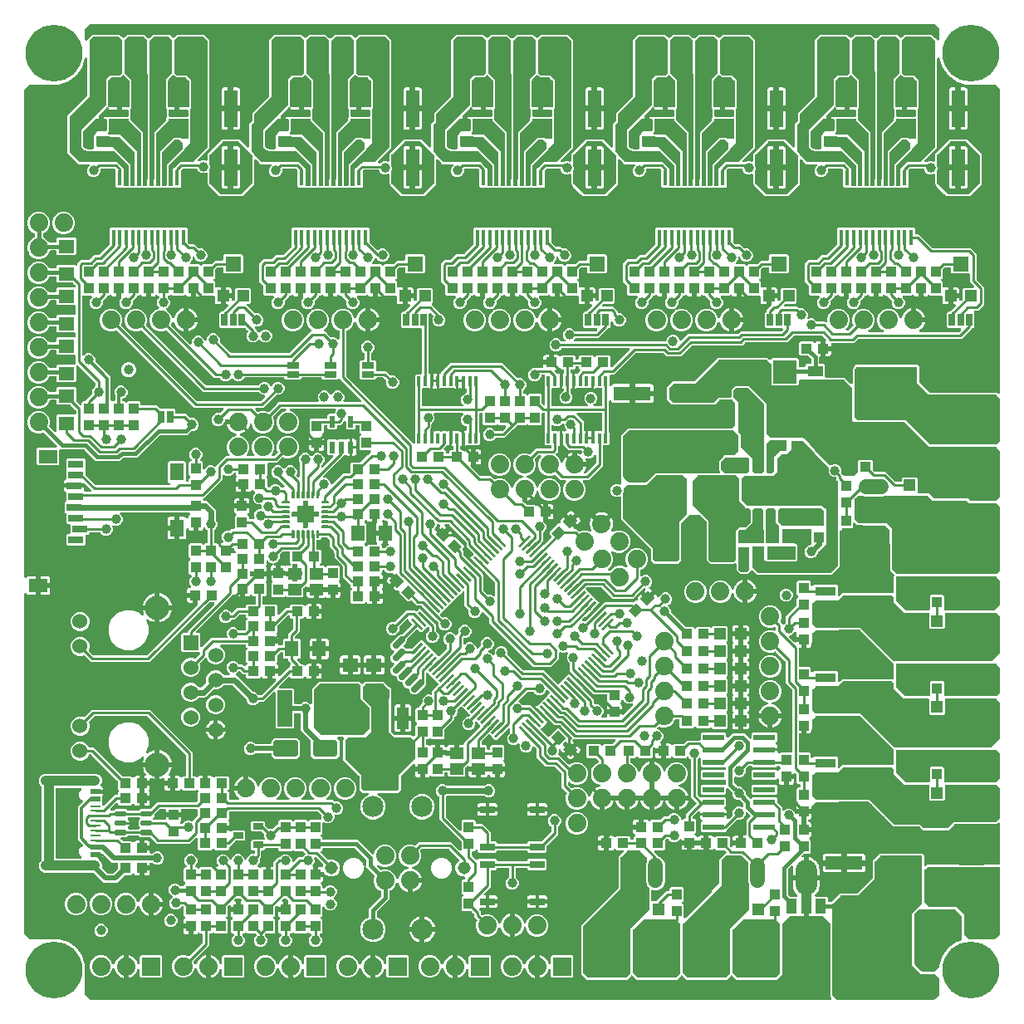
<source format=gbr>
G04 EAGLE Gerber RS-274X export*
G75*
%MOMM*%
%FSLAX34Y34*%
%LPD*%
%INGTL*%
%IPPOS*%
%AMOC8*
5,1,8,0,0,1.08239X$1,22.5*%
G01*
%ADD10R,0.270000X1.500000*%
%ADD11R,1.500000X0.270000*%
%ADD12R,1.400000X1.200000*%
%ADD13R,1.000000X1.100000*%
%ADD14R,1.100000X1.000000*%
%ADD15R,1.600000X1.400000*%
%ADD16R,1.524000X0.762000*%
%ADD17R,1.200000X1.200000*%
%ADD18C,2.159000*%
%ADD19C,1.308000*%
%ADD20R,1.879600X1.879600*%
%ADD21C,1.879600*%
%ADD22R,0.426000X1.650000*%
%ADD23R,4.320000X3.000000*%
%ADD24R,1.800000X1.600000*%
%ADD25R,0.304800X0.990600*%
%ADD26C,1.778000*%
%ADD27C,0.140000*%
%ADD28R,1.778000X1.778000*%
%ADD29R,1.400000X1.600000*%
%ADD30R,0.550000X1.200000*%
%ADD31R,1.219200X2.235200*%
%ADD32R,3.600000X2.200000*%
%ADD33C,1.524000*%
%ADD34R,3.800000X1.400000*%
%ADD35R,2.150000X0.950000*%
%ADD36R,2.150000X3.150000*%
%ADD37C,0.510000*%
%ADD38C,2.133600*%
%ADD39C,1.422400*%
%ADD40R,1.400000X3.800000*%
%ADD41R,1.400000X1.800000*%
%ADD42R,1.900000X1.400000*%
%ADD43R,1.500000X0.800000*%
%ADD44R,1.524000X1.524000*%
%ADD45C,1.524000*%
%ADD46C,2.476500*%
%ADD47R,1.270000X0.635000*%
%ADD48R,2.200000X0.600000*%
%ADD49R,1.000000X1.500000*%
%ADD50R,1.000000X2.000000*%
%ADD51C,2.200000*%
%ADD52C,2.250000*%
%ADD53R,6.200000X5.400000*%
%ADD54R,1.600000X1.000000*%
%ADD55R,2.400000X2.400000*%
%ADD56R,0.635000X1.270000*%
%ADD57R,1.400000X3.000000*%
%ADD58C,5.800000*%
%ADD59C,1.108000*%
%ADD60C,0.363000*%
%ADD61R,1.016000X0.635000*%
%ADD62R,1.600000X1.500000*%
%ADD63R,1.500000X3.700000*%
%ADD64R,1.600000X1.800000*%
%ADD65C,0.250000*%
%ADD66C,1.200000*%
%ADD67R,2.500000X3.200000*%
%ADD68C,1.000000*%
%ADD69R,1.000000X0.280000*%
%ADD70R,1.000000X0.560000*%
%ADD71C,1.000000*%
%ADD72C,0.254000*%
%ADD73C,1.006400*%
%ADD74C,0.406400*%
%ADD75C,0.508000*%
%ADD76C,0.609600*%
%ADD77C,0.673100*%
%ADD78C,0.304800*%
%ADD79C,0.431800*%
%ADD80C,1.016000*%

G36*
X405453Y352283D02*
X405453Y352283D01*
X405362Y352275D01*
X405333Y352263D01*
X405301Y352258D01*
X405220Y352215D01*
X405136Y352179D01*
X405104Y352153D01*
X405083Y352142D01*
X405061Y352119D01*
X405005Y352074D01*
X404476Y351545D01*
X404422Y351471D01*
X404363Y351402D01*
X404351Y351371D01*
X404332Y351345D01*
X404305Y351258D01*
X404271Y351173D01*
X404267Y351133D01*
X404260Y351110D01*
X404261Y351078D01*
X404253Y351007D01*
X404253Y333828D01*
X403062Y332637D01*
X397685Y332637D01*
X397595Y332622D01*
X397504Y332615D01*
X397497Y332612D01*
X371483Y332612D01*
X371466Y332619D01*
X371425Y332623D01*
X371403Y332630D01*
X371371Y332629D01*
X371300Y332637D01*
X370380Y332637D01*
X370290Y332623D01*
X370199Y332615D01*
X370192Y332612D01*
X344178Y332612D01*
X344161Y332619D01*
X344120Y332623D01*
X344098Y332630D01*
X344066Y332629D01*
X343995Y332637D01*
X338618Y332637D01*
X337427Y333828D01*
X337427Y351007D01*
X337413Y351097D01*
X337405Y351188D01*
X337393Y351217D01*
X337388Y351249D01*
X337345Y351330D01*
X337309Y351414D01*
X337283Y351446D01*
X337272Y351467D01*
X337249Y351489D01*
X337204Y351545D01*
X336675Y352074D01*
X336601Y352128D01*
X336532Y352187D01*
X336501Y352199D01*
X336475Y352218D01*
X336388Y352245D01*
X336303Y352279D01*
X336262Y352283D01*
X336240Y352290D01*
X336208Y352289D01*
X336137Y352297D01*
X322278Y352297D01*
X322258Y352294D01*
X322239Y352296D01*
X322137Y352274D01*
X322035Y352258D01*
X322018Y352248D01*
X321998Y352244D01*
X321909Y352191D01*
X321818Y352142D01*
X321804Y352128D01*
X321787Y352118D01*
X321720Y352039D01*
X321648Y351964D01*
X321640Y351946D01*
X321627Y351931D01*
X321588Y351835D01*
X321545Y351741D01*
X321543Y351721D01*
X321535Y351703D01*
X321517Y351536D01*
X321517Y349216D01*
X320519Y346806D01*
X318674Y344961D01*
X316264Y343963D01*
X313656Y343963D01*
X311246Y344961D01*
X309401Y346806D01*
X308403Y349216D01*
X308403Y351824D01*
X309114Y353539D01*
X309401Y354234D01*
X309743Y354575D01*
X309743Y354576D01*
X310610Y355443D01*
X310652Y355501D01*
X310701Y355553D01*
X310723Y355600D01*
X310754Y355642D01*
X310775Y355711D01*
X310805Y355776D01*
X310811Y355828D01*
X310826Y355878D01*
X310824Y355949D01*
X310832Y356020D01*
X310821Y356071D01*
X310820Y356123D01*
X310795Y356191D01*
X310780Y356261D01*
X310753Y356306D01*
X310735Y356354D01*
X310690Y356410D01*
X310654Y356472D01*
X310614Y356506D01*
X310582Y356546D01*
X310521Y356585D01*
X310467Y356632D01*
X310418Y356651D01*
X310375Y356679D01*
X310305Y356697D01*
X310239Y356724D01*
X310167Y356732D01*
X310136Y356740D01*
X310113Y356738D01*
X310072Y356742D01*
X299885Y356742D01*
X298099Y358528D01*
X296616Y360011D01*
X295283Y361344D01*
X295174Y361429D01*
X295067Y361518D01*
X295048Y361526D01*
X295032Y361539D01*
X294904Y361594D01*
X294779Y361653D01*
X294759Y361657D01*
X294740Y361665D01*
X294602Y361687D01*
X294466Y361713D01*
X294446Y361712D01*
X294426Y361715D01*
X294287Y361702D01*
X294149Y361693D01*
X294130Y361687D01*
X294110Y361685D01*
X293978Y361638D01*
X293847Y361595D01*
X293829Y361584D01*
X293810Y361578D01*
X293695Y361499D01*
X293578Y361425D01*
X293564Y361410D01*
X293547Y361399D01*
X293474Y361316D01*
X293418Y361286D01*
X293404Y361272D01*
X293387Y361262D01*
X293320Y361183D01*
X293248Y361108D01*
X293240Y361090D01*
X293227Y361075D01*
X293188Y360979D01*
X293145Y360885D01*
X293143Y360865D01*
X293135Y360847D01*
X293117Y360680D01*
X293117Y336347D01*
X280873Y324103D01*
X257607Y324103D01*
X245363Y336347D01*
X245363Y346507D01*
X245356Y346552D01*
X245358Y346598D01*
X245336Y346673D01*
X245324Y346750D01*
X245302Y346790D01*
X245289Y346834D01*
X245245Y346898D01*
X245208Y346967D01*
X245175Y346999D01*
X245149Y347036D01*
X245087Y347083D01*
X245030Y347136D01*
X244988Y347156D01*
X244952Y347183D01*
X244878Y347207D01*
X244807Y347240D01*
X244761Y347245D01*
X244718Y347259D01*
X244640Y347258D01*
X244563Y347267D01*
X244518Y347257D01*
X244472Y347257D01*
X244340Y347219D01*
X244322Y347215D01*
X244318Y347212D01*
X244311Y347210D01*
X242604Y346503D01*
X239996Y346503D01*
X237586Y347501D01*
X235741Y349346D01*
X234714Y351827D01*
X234652Y351927D01*
X234592Y352027D01*
X234587Y352031D01*
X234584Y352036D01*
X234494Y352111D01*
X234405Y352187D01*
X234399Y352189D01*
X234395Y352193D01*
X234286Y352235D01*
X234177Y352279D01*
X234169Y352280D01*
X234165Y352281D01*
X234147Y352282D01*
X234010Y352297D01*
X220123Y352297D01*
X220033Y352283D01*
X219942Y352275D01*
X219913Y352263D01*
X219881Y352258D01*
X219800Y352215D01*
X219716Y352179D01*
X219684Y352153D01*
X219663Y352142D01*
X219641Y352119D01*
X219585Y352074D01*
X219056Y351545D01*
X219002Y351471D01*
X218943Y351402D01*
X218931Y351371D01*
X218912Y351345D01*
X218885Y351258D01*
X218851Y351173D01*
X218847Y351133D01*
X218840Y351110D01*
X218841Y351078D01*
X218833Y351007D01*
X218833Y333828D01*
X217642Y332637D01*
X212265Y332637D01*
X212175Y332623D01*
X212084Y332615D01*
X212077Y332612D01*
X186063Y332612D01*
X186046Y332619D01*
X186006Y332623D01*
X185984Y332630D01*
X185951Y332629D01*
X185880Y332637D01*
X184960Y332637D01*
X184870Y332623D01*
X184779Y332615D01*
X184772Y332612D01*
X158758Y332612D01*
X158741Y332619D01*
X158700Y332623D01*
X158678Y332630D01*
X158646Y332629D01*
X158575Y332637D01*
X153198Y332637D01*
X152007Y333828D01*
X152007Y351007D01*
X151993Y351097D01*
X151985Y351188D01*
X151973Y351217D01*
X151968Y351249D01*
X151925Y351330D01*
X151889Y351414D01*
X151863Y351446D01*
X151852Y351467D01*
X151829Y351489D01*
X151784Y351545D01*
X151255Y352074D01*
X151181Y352127D01*
X151112Y352187D01*
X151081Y352199D01*
X151055Y352218D01*
X150968Y352245D01*
X150883Y352279D01*
X150842Y352283D01*
X150820Y352290D01*
X150788Y352289D01*
X150717Y352297D01*
X136858Y352297D01*
X136838Y352294D01*
X136819Y352296D01*
X136717Y352274D01*
X136615Y352258D01*
X136598Y352248D01*
X136578Y352244D01*
X136489Y352191D01*
X136398Y352142D01*
X136384Y352128D01*
X136367Y352118D01*
X136300Y352039D01*
X136228Y351964D01*
X136220Y351946D01*
X136207Y351931D01*
X136168Y351835D01*
X136125Y351741D01*
X136123Y351721D01*
X136115Y351703D01*
X136097Y351536D01*
X136097Y349216D01*
X135099Y346806D01*
X133254Y344961D01*
X130844Y343963D01*
X128236Y343963D01*
X125826Y344961D01*
X123981Y346806D01*
X122983Y349216D01*
X122983Y351824D01*
X123694Y353539D01*
X123981Y354234D01*
X124323Y354575D01*
X124323Y354576D01*
X125190Y355443D01*
X125232Y355501D01*
X125281Y355553D01*
X125303Y355600D01*
X125334Y355642D01*
X125355Y355711D01*
X125385Y355776D01*
X125391Y355828D01*
X125406Y355878D01*
X125404Y355949D01*
X125412Y356020D01*
X125401Y356071D01*
X125400Y356123D01*
X125375Y356191D01*
X125360Y356261D01*
X125333Y356306D01*
X125315Y356354D01*
X125270Y356410D01*
X125234Y356472D01*
X125194Y356506D01*
X125162Y356546D01*
X125101Y356585D01*
X125047Y356632D01*
X124998Y356651D01*
X124955Y356679D01*
X124885Y356697D01*
X124819Y356724D01*
X124747Y356732D01*
X124716Y356740D01*
X124693Y356738D01*
X124652Y356742D01*
X114465Y356742D01*
X112531Y358677D01*
X109863Y361344D01*
X109754Y361429D01*
X109647Y361518D01*
X109628Y361526D01*
X109612Y361539D01*
X109484Y361594D01*
X109359Y361653D01*
X109339Y361657D01*
X109320Y361665D01*
X109182Y361687D01*
X109046Y361713D01*
X109026Y361712D01*
X109006Y361715D01*
X108867Y361702D01*
X108729Y361693D01*
X108710Y361687D01*
X108690Y361685D01*
X108558Y361638D01*
X108427Y361595D01*
X108409Y361584D01*
X108390Y361578D01*
X108275Y361499D01*
X108158Y361425D01*
X108144Y361410D01*
X108127Y361399D01*
X108054Y361316D01*
X107998Y361286D01*
X107984Y361272D01*
X107967Y361262D01*
X107900Y361183D01*
X107828Y361108D01*
X107820Y361090D01*
X107807Y361075D01*
X107768Y360979D01*
X107725Y360885D01*
X107723Y360865D01*
X107715Y360847D01*
X107697Y360680D01*
X107697Y336347D01*
X95453Y324103D01*
X72187Y324103D01*
X69732Y326558D01*
X69732Y326559D01*
X62399Y333892D01*
X59943Y336347D01*
X59943Y346507D01*
X59936Y346552D01*
X59938Y346598D01*
X59916Y346673D01*
X59904Y346750D01*
X59882Y346790D01*
X59869Y346834D01*
X59825Y346898D01*
X59788Y346967D01*
X59755Y346999D01*
X59729Y347036D01*
X59667Y347083D01*
X59610Y347136D01*
X59568Y347156D01*
X59532Y347183D01*
X59458Y347207D01*
X59387Y347240D01*
X59341Y347245D01*
X59298Y347259D01*
X59220Y347258D01*
X59143Y347267D01*
X59098Y347257D01*
X59052Y347257D01*
X58920Y347219D01*
X58902Y347215D01*
X58898Y347212D01*
X58891Y347210D01*
X57184Y346503D01*
X54576Y346503D01*
X52166Y347501D01*
X50321Y349346D01*
X49294Y351827D01*
X49232Y351927D01*
X49172Y352027D01*
X49167Y352031D01*
X49164Y352036D01*
X49074Y352111D01*
X48985Y352187D01*
X48979Y352189D01*
X48975Y352193D01*
X48866Y352235D01*
X48757Y352279D01*
X48749Y352280D01*
X48745Y352281D01*
X48727Y352282D01*
X48590Y352297D01*
X35064Y352297D01*
X34974Y352283D01*
X34883Y352275D01*
X34853Y352263D01*
X34821Y352258D01*
X34740Y352215D01*
X34656Y352179D01*
X34624Y352153D01*
X34603Y352142D01*
X34581Y352119D01*
X34525Y352074D01*
X33636Y351185D01*
X33583Y351111D01*
X33523Y351041D01*
X33511Y351011D01*
X33492Y350985D01*
X33465Y350898D01*
X33431Y350813D01*
X33427Y350772D01*
X33420Y350750D01*
X33421Y350718D01*
X33413Y350646D01*
X33413Y333828D01*
X32222Y332637D01*
X26845Y332637D01*
X26755Y332623D01*
X26664Y332615D01*
X26657Y332612D01*
X643Y332612D01*
X626Y332619D01*
X586Y332623D01*
X564Y332630D01*
X531Y332629D01*
X460Y332637D01*
X-460Y332637D01*
X-550Y332623D01*
X-641Y332615D01*
X-648Y332612D01*
X-26662Y332612D01*
X-26679Y332619D01*
X-26720Y332623D01*
X-26742Y332630D01*
X-26774Y332629D01*
X-26845Y332637D01*
X-32222Y332637D01*
X-33413Y333828D01*
X-33413Y350646D01*
X-33427Y350737D01*
X-33435Y350827D01*
X-33447Y350857D01*
X-33452Y350889D01*
X-33495Y350970D01*
X-33531Y351054D01*
X-33557Y351086D01*
X-33568Y351107D01*
X-33591Y351129D01*
X-33636Y351185D01*
X-34525Y352074D01*
X-34599Y352127D01*
X-34669Y352187D01*
X-34699Y352199D01*
X-34725Y352218D01*
X-34812Y352245D01*
X-34897Y352279D01*
X-34938Y352283D01*
X-34960Y352290D01*
X-34992Y352289D01*
X-35064Y352297D01*
X-48562Y352297D01*
X-48582Y352294D01*
X-48601Y352296D01*
X-48703Y352274D01*
X-48805Y352258D01*
X-48822Y352248D01*
X-48842Y352244D01*
X-48931Y352191D01*
X-49022Y352142D01*
X-49036Y352128D01*
X-49053Y352118D01*
X-49120Y352039D01*
X-49192Y351964D01*
X-49200Y351946D01*
X-49213Y351931D01*
X-49252Y351835D01*
X-49295Y351741D01*
X-49297Y351721D01*
X-49305Y351703D01*
X-49323Y351536D01*
X-49323Y349216D01*
X-50321Y346806D01*
X-52166Y344961D01*
X-54576Y343963D01*
X-57184Y343963D01*
X-59594Y344961D01*
X-61439Y346806D01*
X-62437Y349216D01*
X-62437Y351824D01*
X-61726Y353539D01*
X-61439Y354234D01*
X-61097Y354575D01*
X-61097Y354576D01*
X-60230Y355443D01*
X-60188Y355501D01*
X-60139Y355553D01*
X-60117Y355600D01*
X-60086Y355642D01*
X-60065Y355711D01*
X-60035Y355776D01*
X-60029Y355828D01*
X-60014Y355878D01*
X-60016Y355949D01*
X-60008Y356020D01*
X-60019Y356071D01*
X-60020Y356123D01*
X-60045Y356191D01*
X-60060Y356261D01*
X-60087Y356306D01*
X-60105Y356354D01*
X-60150Y356410D01*
X-60186Y356472D01*
X-60226Y356506D01*
X-60258Y356546D01*
X-60319Y356585D01*
X-60373Y356632D01*
X-60422Y356651D01*
X-60465Y356679D01*
X-60535Y356697D01*
X-60601Y356724D01*
X-60673Y356732D01*
X-60704Y356740D01*
X-60727Y356738D01*
X-60768Y356742D01*
X-70955Y356742D01*
X-72889Y358677D01*
X-75557Y361344D01*
X-75666Y361429D01*
X-75773Y361518D01*
X-75792Y361526D01*
X-75808Y361539D01*
X-75936Y361594D01*
X-76061Y361653D01*
X-76081Y361657D01*
X-76100Y361665D01*
X-76238Y361687D01*
X-76374Y361713D01*
X-76394Y361712D01*
X-76414Y361715D01*
X-76553Y361702D01*
X-76691Y361693D01*
X-76710Y361687D01*
X-76730Y361685D01*
X-76862Y361638D01*
X-76993Y361595D01*
X-77011Y361584D01*
X-77030Y361578D01*
X-77145Y361499D01*
X-77262Y361425D01*
X-77276Y361410D01*
X-77293Y361399D01*
X-77366Y361316D01*
X-77422Y361286D01*
X-77436Y361272D01*
X-77453Y361262D01*
X-77520Y361183D01*
X-77592Y361108D01*
X-77600Y361090D01*
X-77613Y361075D01*
X-77652Y360979D01*
X-77695Y360885D01*
X-77697Y360865D01*
X-77705Y360847D01*
X-77723Y360680D01*
X-77723Y336347D01*
X-89967Y324103D01*
X-113233Y324103D01*
X-125477Y336347D01*
X-125477Y346507D01*
X-125484Y346552D01*
X-125482Y346598D01*
X-125504Y346673D01*
X-125516Y346750D01*
X-125538Y346790D01*
X-125551Y346834D01*
X-125595Y346898D01*
X-125632Y346967D01*
X-125665Y346999D01*
X-125691Y347036D01*
X-125753Y347083D01*
X-125810Y347136D01*
X-125852Y347156D01*
X-125888Y347183D01*
X-125962Y347207D01*
X-126033Y347240D01*
X-126079Y347245D01*
X-126122Y347259D01*
X-126200Y347258D01*
X-126277Y347267D01*
X-126322Y347257D01*
X-126368Y347257D01*
X-126500Y347219D01*
X-126518Y347215D01*
X-126522Y347212D01*
X-126529Y347210D01*
X-128236Y346503D01*
X-130844Y346503D01*
X-133254Y347501D01*
X-135098Y349346D01*
X-135529Y350386D01*
X-135659Y350699D01*
X-135721Y350799D01*
X-135781Y350899D01*
X-135785Y350903D01*
X-135789Y350908D01*
X-135879Y350983D01*
X-135968Y351059D01*
X-135973Y351061D01*
X-135978Y351065D01*
X-136087Y351107D01*
X-136196Y351151D01*
X-136203Y351152D01*
X-136208Y351153D01*
X-136226Y351154D01*
X-136362Y351169D01*
X-151246Y351169D01*
X-151266Y351166D01*
X-151285Y351168D01*
X-151387Y351146D01*
X-151489Y351130D01*
X-151506Y351120D01*
X-151526Y351116D01*
X-151615Y351063D01*
X-151706Y351014D01*
X-151720Y351000D01*
X-151737Y350990D01*
X-151804Y350911D01*
X-151876Y350836D01*
X-151884Y350818D01*
X-151897Y350803D01*
X-151936Y350707D01*
X-151979Y350613D01*
X-151981Y350593D01*
X-151989Y350575D01*
X-152007Y350408D01*
X-152007Y333828D01*
X-153198Y332637D01*
X-158575Y332637D01*
X-158665Y332622D01*
X-158756Y332615D01*
X-158763Y332612D01*
X-184777Y332612D01*
X-184794Y332619D01*
X-184835Y332623D01*
X-184857Y332630D01*
X-184889Y332629D01*
X-184960Y332637D01*
X-185880Y332637D01*
X-185970Y332623D01*
X-186061Y332615D01*
X-186068Y332612D01*
X-212082Y332612D01*
X-212099Y332619D01*
X-212140Y332623D01*
X-212162Y332630D01*
X-212194Y332629D01*
X-212265Y332637D01*
X-217642Y332637D01*
X-218833Y333828D01*
X-218833Y350646D01*
X-218847Y350737D01*
X-218855Y350827D01*
X-218867Y350857D01*
X-218872Y350889D01*
X-218915Y350970D01*
X-218951Y351054D01*
X-218977Y351086D01*
X-218988Y351107D01*
X-219011Y351129D01*
X-219056Y351185D01*
X-219945Y352074D01*
X-220019Y352127D01*
X-220089Y352187D01*
X-220119Y352199D01*
X-220145Y352218D01*
X-220232Y352245D01*
X-220317Y352279D01*
X-220358Y352283D01*
X-220380Y352290D01*
X-220412Y352289D01*
X-220484Y352297D01*
X-233982Y352297D01*
X-234002Y352294D01*
X-234021Y352296D01*
X-234123Y352274D01*
X-234225Y352258D01*
X-234242Y352248D01*
X-234262Y352244D01*
X-234351Y352191D01*
X-234442Y352142D01*
X-234456Y352128D01*
X-234473Y352118D01*
X-234540Y352039D01*
X-234612Y351964D01*
X-234620Y351946D01*
X-234633Y351931D01*
X-234672Y351835D01*
X-234715Y351741D01*
X-234717Y351721D01*
X-234725Y351703D01*
X-234743Y351536D01*
X-234743Y349216D01*
X-235741Y346806D01*
X-237586Y344961D01*
X-239996Y343963D01*
X-242604Y343963D01*
X-245014Y344961D01*
X-246859Y346806D01*
X-247857Y349216D01*
X-247857Y351824D01*
X-247146Y353539D01*
X-246859Y354234D01*
X-246517Y354575D01*
X-246517Y354576D01*
X-245650Y355443D01*
X-245608Y355501D01*
X-245559Y355553D01*
X-245537Y355600D01*
X-245506Y355642D01*
X-245485Y355711D01*
X-245455Y355776D01*
X-245449Y355828D01*
X-245434Y355878D01*
X-245436Y355949D01*
X-245428Y356020D01*
X-245439Y356071D01*
X-245440Y356123D01*
X-245465Y356191D01*
X-245480Y356261D01*
X-245507Y356306D01*
X-245525Y356354D01*
X-245570Y356410D01*
X-245606Y356472D01*
X-245646Y356506D01*
X-245678Y356546D01*
X-245739Y356585D01*
X-245793Y356632D01*
X-245842Y356651D01*
X-245885Y356679D01*
X-245955Y356697D01*
X-246021Y356724D01*
X-246093Y356732D01*
X-246124Y356740D01*
X-246147Y356738D01*
X-246188Y356742D01*
X-256375Y356742D01*
X-258309Y358677D01*
X-260977Y361344D01*
X-261086Y361429D01*
X-261193Y361518D01*
X-261212Y361526D01*
X-261228Y361539D01*
X-261356Y361594D01*
X-261481Y361653D01*
X-261501Y361657D01*
X-261520Y361665D01*
X-261658Y361687D01*
X-261794Y361713D01*
X-261814Y361712D01*
X-261834Y361715D01*
X-261973Y361702D01*
X-262111Y361693D01*
X-262130Y361687D01*
X-262150Y361685D01*
X-262282Y361638D01*
X-262413Y361595D01*
X-262431Y361584D01*
X-262450Y361578D01*
X-262565Y361499D01*
X-262682Y361425D01*
X-262696Y361410D01*
X-262713Y361399D01*
X-262786Y361316D01*
X-262842Y361286D01*
X-262856Y361272D01*
X-262873Y361262D01*
X-262940Y361183D01*
X-263012Y361108D01*
X-263020Y361090D01*
X-263033Y361075D01*
X-263072Y360979D01*
X-263115Y360885D01*
X-263117Y360865D01*
X-263125Y360847D01*
X-263143Y360680D01*
X-263143Y336347D01*
X-275387Y324103D01*
X-298653Y324103D01*
X-310897Y336347D01*
X-310897Y347777D01*
X-310904Y347822D01*
X-310902Y347868D01*
X-310924Y347943D01*
X-310936Y348020D01*
X-310958Y348060D01*
X-310971Y348104D01*
X-311015Y348168D01*
X-311052Y348237D01*
X-311085Y348269D01*
X-311111Y348306D01*
X-311173Y348353D01*
X-311230Y348406D01*
X-311272Y348426D01*
X-311308Y348453D01*
X-311382Y348477D01*
X-311453Y348510D01*
X-311499Y348515D01*
X-311542Y348529D01*
X-311620Y348528D01*
X-311697Y348537D01*
X-311742Y348527D01*
X-311788Y348527D01*
X-311920Y348489D01*
X-311938Y348485D01*
X-311942Y348482D01*
X-311949Y348480D01*
X-313656Y347773D01*
X-316264Y347773D01*
X-318674Y348771D01*
X-320519Y350616D01*
X-321020Y351827D01*
X-321082Y351927D01*
X-321142Y352027D01*
X-321147Y352031D01*
X-321150Y352036D01*
X-321240Y352111D01*
X-321329Y352187D01*
X-321335Y352189D01*
X-321339Y352193D01*
X-321448Y352235D01*
X-321557Y352279D01*
X-321564Y352280D01*
X-321569Y352281D01*
X-321587Y352282D01*
X-321724Y352297D01*
X-335776Y352297D01*
X-335867Y352283D01*
X-335957Y352275D01*
X-335987Y352263D01*
X-336019Y352258D01*
X-336100Y352215D01*
X-336184Y352179D01*
X-336216Y352153D01*
X-336237Y352142D01*
X-336259Y352119D01*
X-336315Y352074D01*
X-337204Y351185D01*
X-337257Y351111D01*
X-337317Y351041D01*
X-337329Y351011D01*
X-337348Y350985D01*
X-337375Y350898D01*
X-337409Y350813D01*
X-337413Y350772D01*
X-337420Y350750D01*
X-337419Y350718D01*
X-337427Y350646D01*
X-337427Y333828D01*
X-338618Y332637D01*
X-343995Y332637D01*
X-344085Y332623D01*
X-344176Y332615D01*
X-344183Y332612D01*
X-370197Y332612D01*
X-370214Y332619D01*
X-370255Y332623D01*
X-370277Y332630D01*
X-370309Y332629D01*
X-370380Y332637D01*
X-371300Y332637D01*
X-371390Y332623D01*
X-371481Y332615D01*
X-371488Y332612D01*
X-397502Y332612D01*
X-397519Y332619D01*
X-397560Y332623D01*
X-397582Y332630D01*
X-397614Y332629D01*
X-397685Y332637D01*
X-403062Y332637D01*
X-404253Y333828D01*
X-404253Y351007D01*
X-404267Y351097D01*
X-404275Y351188D01*
X-404287Y351217D01*
X-404292Y351249D01*
X-404335Y351330D01*
X-404371Y351414D01*
X-404397Y351446D01*
X-404408Y351467D01*
X-404431Y351489D01*
X-404476Y351545D01*
X-405005Y352074D01*
X-405079Y352127D01*
X-405148Y352187D01*
X-405179Y352199D01*
X-405205Y352218D01*
X-405292Y352245D01*
X-405377Y352279D01*
X-405418Y352283D01*
X-405440Y352290D01*
X-405472Y352289D01*
X-405543Y352297D01*
X-419402Y352297D01*
X-419422Y352294D01*
X-419441Y352296D01*
X-419543Y352274D01*
X-419645Y352258D01*
X-419662Y352248D01*
X-419682Y352244D01*
X-419771Y352191D01*
X-419862Y352142D01*
X-419876Y352128D01*
X-419893Y352118D01*
X-419960Y352039D01*
X-420032Y351964D01*
X-420040Y351946D01*
X-420053Y351931D01*
X-420092Y351835D01*
X-420135Y351741D01*
X-420137Y351721D01*
X-420145Y351703D01*
X-420163Y351536D01*
X-420163Y349216D01*
X-421161Y346806D01*
X-423006Y344961D01*
X-425416Y343963D01*
X-428024Y343963D01*
X-430434Y344961D01*
X-432279Y346806D01*
X-433277Y349216D01*
X-433277Y351824D01*
X-432566Y353539D01*
X-432279Y354234D01*
X-431937Y354575D01*
X-431937Y354576D01*
X-431070Y355443D01*
X-431028Y355501D01*
X-430979Y355553D01*
X-430957Y355600D01*
X-430926Y355642D01*
X-430905Y355711D01*
X-430875Y355776D01*
X-430869Y355828D01*
X-430854Y355878D01*
X-430856Y355949D01*
X-430848Y356020D01*
X-430859Y356071D01*
X-430860Y356123D01*
X-430885Y356191D01*
X-430900Y356261D01*
X-430927Y356306D01*
X-430945Y356354D01*
X-430990Y356410D01*
X-431026Y356472D01*
X-431066Y356506D01*
X-431098Y356546D01*
X-431159Y356585D01*
X-431213Y356632D01*
X-431262Y356651D01*
X-431305Y356679D01*
X-431375Y356697D01*
X-431441Y356724D01*
X-431513Y356732D01*
X-431544Y356740D01*
X-431567Y356738D01*
X-431608Y356742D01*
X-441795Y356742D01*
X-453518Y368465D01*
X-453518Y406235D01*
X-433569Y426183D01*
X-433509Y426262D01*
X-433441Y426334D01*
X-433412Y426387D01*
X-433375Y426435D01*
X-433335Y426526D01*
X-433287Y426612D01*
X-433272Y426671D01*
X-433248Y426726D01*
X-433233Y426824D01*
X-433208Y426920D01*
X-433202Y427020D01*
X-433198Y427040D01*
X-433200Y427053D01*
X-433198Y427081D01*
X-433198Y464279D01*
X-433213Y464398D01*
X-433220Y464517D01*
X-433233Y464555D01*
X-433238Y464595D01*
X-433281Y464706D01*
X-433318Y464820D01*
X-433340Y464853D01*
X-433355Y464891D01*
X-433425Y464987D01*
X-433489Y465088D01*
X-433518Y465116D01*
X-433541Y465148D01*
X-433634Y465224D01*
X-433720Y465306D01*
X-433755Y465325D01*
X-433786Y465351D01*
X-433894Y465402D01*
X-433999Y465459D01*
X-434038Y465469D01*
X-434074Y465486D01*
X-434191Y465509D01*
X-434307Y465539D01*
X-434347Y465539D01*
X-434386Y465546D01*
X-434506Y465539D01*
X-434625Y465539D01*
X-434664Y465529D01*
X-434704Y465526D01*
X-434817Y465490D01*
X-434933Y465460D01*
X-434968Y465441D01*
X-435006Y465428D01*
X-435107Y465364D01*
X-435212Y465307D01*
X-435241Y465280D01*
X-435275Y465258D01*
X-435357Y465171D01*
X-435444Y465090D01*
X-435466Y465056D01*
X-435493Y465027D01*
X-435551Y464922D01*
X-435615Y464821D01*
X-435637Y464766D01*
X-435647Y464748D01*
X-435652Y464728D01*
X-435674Y464672D01*
X-438717Y455306D01*
X-444629Y447169D01*
X-452766Y441257D01*
X-462331Y438149D01*
X-491708Y438149D01*
X-491806Y438137D01*
X-491905Y438134D01*
X-491963Y438117D01*
X-492023Y438109D01*
X-492116Y438073D01*
X-492211Y438045D01*
X-492263Y438015D01*
X-492319Y437992D01*
X-492399Y437934D01*
X-492485Y437884D01*
X-492560Y437818D01*
X-492576Y437806D01*
X-492584Y437796D01*
X-492605Y437778D01*
X-496960Y433423D01*
X-497020Y433345D01*
X-497088Y433273D01*
X-497117Y433220D01*
X-497154Y433172D01*
X-497194Y433081D01*
X-497242Y432995D01*
X-497257Y432936D01*
X-497281Y432880D01*
X-497296Y432782D01*
X-497321Y432687D01*
X-497327Y432587D01*
X-497331Y432566D01*
X-497329Y432554D01*
X-497331Y432526D01*
X-497331Y-63495D01*
X-497313Y-63640D01*
X-497298Y-63785D01*
X-497293Y-63798D01*
X-497291Y-63811D01*
X-497238Y-63947D01*
X-497187Y-64083D01*
X-497179Y-64094D01*
X-497174Y-64107D01*
X-497088Y-64225D01*
X-497006Y-64344D01*
X-496995Y-64353D01*
X-496988Y-64364D01*
X-496875Y-64457D01*
X-496765Y-64552D01*
X-496753Y-64558D01*
X-496743Y-64567D01*
X-496611Y-64629D01*
X-496480Y-64694D01*
X-496467Y-64697D01*
X-496455Y-64702D01*
X-496312Y-64730D01*
X-496169Y-64760D01*
X-496156Y-64760D01*
X-496143Y-64762D01*
X-495997Y-64753D01*
X-495851Y-64747D01*
X-495839Y-64743D01*
X-495825Y-64742D01*
X-495687Y-64698D01*
X-495547Y-64655D01*
X-495535Y-64648D01*
X-495523Y-64644D01*
X-495400Y-64567D01*
X-495275Y-64491D01*
X-495265Y-64481D01*
X-495254Y-64474D01*
X-495154Y-64368D01*
X-495052Y-64264D01*
X-495042Y-64249D01*
X-495036Y-64243D01*
X-495028Y-64228D01*
X-494963Y-64130D01*
X-494853Y-63940D01*
X-494380Y-63467D01*
X-493801Y-63132D01*
X-493154Y-62959D01*
X-485859Y-62959D01*
X-485859Y-71230D01*
X-485844Y-71348D01*
X-485837Y-71467D01*
X-485824Y-71505D01*
X-485819Y-71545D01*
X-485775Y-71656D01*
X-485739Y-71769D01*
X-485717Y-71804D01*
X-485702Y-71841D01*
X-485632Y-71937D01*
X-485569Y-72038D01*
X-485539Y-72066D01*
X-485515Y-72098D01*
X-485424Y-72174D01*
X-485337Y-72256D01*
X-485302Y-72275D01*
X-485270Y-72301D01*
X-485163Y-72352D01*
X-485059Y-72409D01*
X-485019Y-72420D01*
X-484983Y-72437D01*
X-484866Y-72459D01*
X-484751Y-72489D01*
X-484690Y-72493D01*
X-484670Y-72497D01*
X-484650Y-72495D01*
X-484590Y-72499D01*
X-483319Y-72499D01*
X-483319Y-72501D01*
X-484590Y-72501D01*
X-484708Y-72516D01*
X-484827Y-72523D01*
X-484865Y-72536D01*
X-484905Y-72541D01*
X-485016Y-72585D01*
X-485129Y-72621D01*
X-485164Y-72643D01*
X-485201Y-72658D01*
X-485297Y-72728D01*
X-485398Y-72791D01*
X-485426Y-72821D01*
X-485458Y-72845D01*
X-485534Y-72936D01*
X-485616Y-73023D01*
X-485635Y-73058D01*
X-485661Y-73090D01*
X-485712Y-73197D01*
X-485769Y-73301D01*
X-485780Y-73341D01*
X-485797Y-73377D01*
X-485819Y-73494D01*
X-485849Y-73609D01*
X-485853Y-73670D01*
X-485857Y-73690D01*
X-485855Y-73710D01*
X-485859Y-73770D01*
X-485859Y-82041D01*
X-493154Y-82041D01*
X-493801Y-81868D01*
X-494380Y-81533D01*
X-494853Y-81060D01*
X-494963Y-80870D01*
X-495051Y-80754D01*
X-495136Y-80636D01*
X-495147Y-80627D01*
X-495155Y-80617D01*
X-495269Y-80526D01*
X-495381Y-80433D01*
X-495394Y-80427D01*
X-495404Y-80419D01*
X-495538Y-80360D01*
X-495669Y-80298D01*
X-495682Y-80295D01*
X-495695Y-80290D01*
X-495839Y-80265D01*
X-495982Y-80238D01*
X-495995Y-80239D01*
X-496008Y-80236D01*
X-496154Y-80249D01*
X-496299Y-80258D01*
X-496312Y-80262D01*
X-496325Y-80263D01*
X-496463Y-80311D01*
X-496601Y-80356D01*
X-496613Y-80363D01*
X-496626Y-80367D01*
X-496747Y-80448D01*
X-496870Y-80526D01*
X-496879Y-80536D01*
X-496891Y-80543D01*
X-496988Y-80651D01*
X-497088Y-80757D01*
X-497095Y-80769D01*
X-497104Y-80779D01*
X-497171Y-80908D01*
X-497242Y-81036D01*
X-497245Y-81049D01*
X-497251Y-81061D01*
X-497285Y-81203D01*
X-497321Y-81344D01*
X-497322Y-81362D01*
X-497324Y-81370D01*
X-497324Y-81388D01*
X-497331Y-81505D01*
X-497331Y-427446D01*
X-497319Y-427544D01*
X-497316Y-427643D01*
X-497299Y-427701D01*
X-497291Y-427761D01*
X-497255Y-427854D01*
X-497227Y-427949D01*
X-497197Y-428001D01*
X-497174Y-428057D01*
X-497116Y-428137D01*
X-497066Y-428223D01*
X-497000Y-428298D01*
X-496988Y-428314D01*
X-496978Y-428322D01*
X-496960Y-428343D01*
X-492605Y-432698D01*
X-492527Y-432758D01*
X-492455Y-432826D01*
X-492402Y-432855D01*
X-492354Y-432892D01*
X-492263Y-432932D01*
X-492177Y-432980D01*
X-492118Y-432995D01*
X-492062Y-433019D01*
X-491964Y-433034D01*
X-491869Y-433059D01*
X-491769Y-433065D01*
X-491748Y-433069D01*
X-491736Y-433067D01*
X-491708Y-433069D01*
X-462331Y-433069D01*
X-452766Y-436177D01*
X-444629Y-442089D01*
X-438717Y-450226D01*
X-435609Y-459791D01*
X-435609Y-489168D01*
X-435597Y-489266D01*
X-435594Y-489365D01*
X-435577Y-489423D01*
X-435569Y-489483D01*
X-435533Y-489576D01*
X-435505Y-489671D01*
X-435475Y-489723D01*
X-435452Y-489779D01*
X-435394Y-489859D01*
X-435344Y-489945D01*
X-435278Y-490020D01*
X-435266Y-490036D01*
X-435256Y-490044D01*
X-435238Y-490065D01*
X-430883Y-494420D01*
X-430805Y-494480D01*
X-430733Y-494548D01*
X-430680Y-494577D01*
X-430632Y-494614D01*
X-430541Y-494654D01*
X-430455Y-494702D01*
X-430396Y-494717D01*
X-430340Y-494741D01*
X-430242Y-494756D01*
X-430147Y-494781D01*
X-430047Y-494787D01*
X-430026Y-494791D01*
X-430014Y-494789D01*
X-429986Y-494791D01*
X324496Y-494791D01*
X324634Y-494774D01*
X324773Y-494761D01*
X324792Y-494754D01*
X324812Y-494751D01*
X324941Y-494700D01*
X325072Y-494653D01*
X325089Y-494642D01*
X325107Y-494634D01*
X325220Y-494553D01*
X325335Y-494475D01*
X325348Y-494459D01*
X325365Y-494448D01*
X325454Y-494340D01*
X325546Y-494236D01*
X325555Y-494218D01*
X325568Y-494203D01*
X325627Y-494077D01*
X325690Y-493953D01*
X325695Y-493933D01*
X325703Y-493915D01*
X325729Y-493778D01*
X325760Y-493643D01*
X325759Y-493622D01*
X325763Y-493603D01*
X325754Y-493464D01*
X325750Y-493325D01*
X325744Y-493305D01*
X325743Y-493285D01*
X325700Y-493153D01*
X325662Y-493019D01*
X325651Y-493002D01*
X325645Y-492983D01*
X325571Y-492865D01*
X325500Y-492745D01*
X325482Y-492724D01*
X325475Y-492714D01*
X325460Y-492700D01*
X325394Y-492625D01*
X324357Y-491588D01*
X324357Y-417761D01*
X324345Y-417663D01*
X324342Y-417564D01*
X324325Y-417505D01*
X324317Y-417445D01*
X324281Y-417353D01*
X324253Y-417258D01*
X324223Y-417206D01*
X324200Y-417150D01*
X324142Y-417069D01*
X324092Y-416984D01*
X324026Y-416909D01*
X324014Y-416892D01*
X324004Y-416884D01*
X323986Y-416863D01*
X323478Y-416355D01*
X320571Y-413449D01*
X317451Y-410328D01*
X317372Y-410268D01*
X317300Y-410200D01*
X317247Y-410171D01*
X317199Y-410134D01*
X317108Y-410094D01*
X317022Y-410046D01*
X316963Y-410031D01*
X316907Y-410007D01*
X316810Y-409992D01*
X316714Y-409967D01*
X316614Y-409961D01*
X316593Y-409957D01*
X316581Y-409959D01*
X316553Y-409957D01*
X305649Y-409957D01*
X305605Y-409912D01*
X305526Y-409852D01*
X305454Y-409784D01*
X305401Y-409755D01*
X305353Y-409718D01*
X305262Y-409678D01*
X305176Y-409630D01*
X305117Y-409615D01*
X305061Y-409591D01*
X304964Y-409576D01*
X304868Y-409551D01*
X304768Y-409545D01*
X304747Y-409541D01*
X304735Y-409543D01*
X304707Y-409541D01*
X302219Y-409541D01*
X302219Y-398230D01*
X302204Y-398112D01*
X302197Y-397993D01*
X302184Y-397955D01*
X302179Y-397915D01*
X302136Y-397804D01*
X302099Y-397691D01*
X302077Y-397657D01*
X302062Y-397619D01*
X301993Y-397523D01*
X301929Y-397422D01*
X301899Y-397394D01*
X301876Y-397362D01*
X301784Y-397286D01*
X301697Y-397204D01*
X301662Y-397185D01*
X301631Y-397159D01*
X301523Y-397108D01*
X301419Y-397051D01*
X301379Y-397041D01*
X301343Y-397023D01*
X301236Y-397003D01*
X301266Y-396999D01*
X301376Y-396955D01*
X301489Y-396919D01*
X301524Y-396897D01*
X301561Y-396882D01*
X301657Y-396812D01*
X301758Y-396749D01*
X301786Y-396719D01*
X301819Y-396695D01*
X301895Y-396604D01*
X301976Y-396517D01*
X301996Y-396482D01*
X302021Y-396450D01*
X302072Y-396343D01*
X302130Y-396238D01*
X302140Y-396199D01*
X302157Y-396163D01*
X302179Y-396046D01*
X302209Y-395930D01*
X302213Y-395870D01*
X302217Y-395850D01*
X302215Y-395830D01*
X302219Y-395770D01*
X302219Y-383466D01*
X302249Y-383351D01*
X302253Y-383291D01*
X302257Y-383271D01*
X302255Y-383250D01*
X302259Y-383190D01*
X302259Y-372869D01*
X313261Y-372869D01*
X313261Y-378896D01*
X312927Y-381001D01*
X312269Y-383028D01*
X311301Y-384927D01*
X310048Y-386651D01*
X308859Y-387841D01*
X308774Y-387950D01*
X308685Y-388057D01*
X308676Y-388076D01*
X308664Y-388092D01*
X308609Y-388219D01*
X308550Y-388345D01*
X308546Y-388365D01*
X308538Y-388384D01*
X308516Y-388522D01*
X308490Y-388658D01*
X308491Y-388678D01*
X308488Y-388698D01*
X308501Y-388837D01*
X308510Y-388975D01*
X308516Y-388994D01*
X308518Y-389014D01*
X308565Y-389146D01*
X308608Y-389277D01*
X308618Y-389295D01*
X308625Y-389314D01*
X308703Y-389429D01*
X308778Y-389546D01*
X308792Y-389560D01*
X308804Y-389577D01*
X308908Y-389669D01*
X309009Y-389764D01*
X309027Y-389774D01*
X309042Y-389787D01*
X309166Y-389851D01*
X309288Y-389918D01*
X309307Y-389923D01*
X309325Y-389932D01*
X309461Y-389962D01*
X309596Y-389997D01*
X309624Y-389999D01*
X309636Y-390002D01*
X309656Y-390001D01*
X309756Y-390007D01*
X320552Y-390007D01*
X321743Y-391198D01*
X321743Y-394206D01*
X321758Y-394324D01*
X321765Y-394443D01*
X321778Y-394481D01*
X321783Y-394522D01*
X321826Y-394632D01*
X321863Y-394745D01*
X321885Y-394780D01*
X321900Y-394817D01*
X321969Y-394913D01*
X322033Y-395014D01*
X322063Y-395042D01*
X322086Y-395075D01*
X322178Y-395151D01*
X322265Y-395232D01*
X322300Y-395252D01*
X322331Y-395277D01*
X322439Y-395328D01*
X322543Y-395386D01*
X322583Y-395396D01*
X322619Y-395413D01*
X322736Y-395435D01*
X322851Y-395465D01*
X322911Y-395469D01*
X322931Y-395473D01*
X322952Y-395471D01*
X323012Y-395475D01*
X324498Y-395475D01*
X324596Y-395463D01*
X324695Y-395460D01*
X324754Y-395443D01*
X324814Y-395435D01*
X324906Y-395399D01*
X325001Y-395371D01*
X325053Y-395341D01*
X325109Y-395318D01*
X325189Y-395260D01*
X325275Y-395210D01*
X325350Y-395144D01*
X325367Y-395132D01*
X325375Y-395122D01*
X325396Y-395104D01*
X333912Y-386587D01*
X351166Y-386587D01*
X351264Y-386575D01*
X351363Y-386572D01*
X351422Y-386555D01*
X351482Y-386547D01*
X351574Y-386511D01*
X351669Y-386483D01*
X351721Y-386453D01*
X351777Y-386430D01*
X351857Y-386372D01*
X351943Y-386322D01*
X352018Y-386256D01*
X352035Y-386244D01*
X352043Y-386234D01*
X352064Y-386216D01*
X367166Y-371114D01*
X367226Y-371035D01*
X367294Y-370963D01*
X367323Y-370910D01*
X367360Y-370862D01*
X367400Y-370771D01*
X367448Y-370685D01*
X367463Y-370626D01*
X367487Y-370571D01*
X367502Y-370473D01*
X367527Y-370377D01*
X367533Y-370277D01*
X367537Y-370256D01*
X367535Y-370244D01*
X367537Y-370216D01*
X367537Y-352962D01*
X374552Y-345947D01*
X417928Y-345947D01*
X419093Y-347112D01*
X419863Y-347882D01*
X419863Y-357262D01*
X419880Y-357400D01*
X419893Y-357539D01*
X419900Y-357558D01*
X419903Y-357578D01*
X419954Y-357707D01*
X420001Y-357838D01*
X420012Y-357855D01*
X420020Y-357873D01*
X420101Y-357986D01*
X420179Y-358101D01*
X420195Y-358114D01*
X420206Y-358131D01*
X420314Y-358220D01*
X420418Y-358312D01*
X420436Y-358321D01*
X420451Y-358334D01*
X420577Y-358393D01*
X420701Y-358456D01*
X420721Y-358461D01*
X420739Y-358469D01*
X420876Y-358495D01*
X421011Y-358526D01*
X421032Y-358525D01*
X421051Y-358529D01*
X421190Y-358520D01*
X421329Y-358516D01*
X421349Y-358510D01*
X421369Y-358509D01*
X421501Y-358466D01*
X421635Y-358428D01*
X421652Y-358417D01*
X421671Y-358411D01*
X421789Y-358337D01*
X421909Y-358266D01*
X421930Y-358248D01*
X421940Y-358241D01*
X421954Y-358226D01*
X422029Y-358160D01*
X422812Y-357377D01*
X496062Y-357377D01*
X496180Y-357362D01*
X496299Y-357355D01*
X496337Y-357342D01*
X496378Y-357337D01*
X496488Y-357294D01*
X496601Y-357257D01*
X496636Y-357235D01*
X496673Y-357220D01*
X496769Y-357151D01*
X496870Y-357087D01*
X496898Y-357057D01*
X496931Y-357034D01*
X497007Y-356942D01*
X497088Y-356855D01*
X497108Y-356820D01*
X497133Y-356789D01*
X497184Y-356681D01*
X497242Y-356577D01*
X497252Y-356537D01*
X497269Y-356501D01*
X497291Y-356384D01*
X497321Y-356269D01*
X497325Y-356209D01*
X497329Y-356189D01*
X497327Y-356168D01*
X497331Y-356108D01*
X497331Y-315584D01*
X497314Y-315446D01*
X497301Y-315307D01*
X497294Y-315288D01*
X497291Y-315268D01*
X497240Y-315139D01*
X497193Y-315008D01*
X497182Y-314991D01*
X497174Y-314973D01*
X497093Y-314860D01*
X497015Y-314745D01*
X496999Y-314732D01*
X496988Y-314715D01*
X496880Y-314626D01*
X496776Y-314534D01*
X496758Y-314525D01*
X496743Y-314512D01*
X496617Y-314453D01*
X496493Y-314390D01*
X496473Y-314385D01*
X496455Y-314377D01*
X496318Y-314351D01*
X496183Y-314320D01*
X496162Y-314321D01*
X496143Y-314317D01*
X496004Y-314326D01*
X495865Y-314330D01*
X495845Y-314336D01*
X495825Y-314337D01*
X495693Y-314380D01*
X495559Y-314418D01*
X495542Y-314429D01*
X495523Y-314435D01*
X495405Y-314509D01*
X495285Y-314580D01*
X495264Y-314598D01*
X495254Y-314605D01*
X495240Y-314620D01*
X495165Y-314686D01*
X494128Y-315723D01*
X451474Y-315723D01*
X451376Y-315735D01*
X451277Y-315738D01*
X451218Y-315755D01*
X451158Y-315763D01*
X451066Y-315799D01*
X450971Y-315827D01*
X450919Y-315857D01*
X450863Y-315880D01*
X450783Y-315938D01*
X450697Y-315988D01*
X450622Y-316054D01*
X450605Y-316066D01*
X450597Y-316076D01*
X450576Y-316094D01*
X444598Y-322073D01*
X419002Y-322073D01*
X415564Y-318634D01*
X415485Y-318574D01*
X415413Y-318506D01*
X415360Y-318477D01*
X415312Y-318440D01*
X415221Y-318400D01*
X415135Y-318352D01*
X415076Y-318337D01*
X415021Y-318313D01*
X414923Y-318298D01*
X414827Y-318273D01*
X414727Y-318267D01*
X414706Y-318263D01*
X414694Y-318265D01*
X414666Y-318263D01*
X388522Y-318263D01*
X363494Y-293234D01*
X363415Y-293174D01*
X363343Y-293106D01*
X363290Y-293077D01*
X363242Y-293040D01*
X363151Y-293000D01*
X363065Y-292952D01*
X363006Y-292937D01*
X362951Y-292913D01*
X362853Y-292898D01*
X362757Y-292873D01*
X362657Y-292867D01*
X362636Y-292863D01*
X362624Y-292865D01*
X362596Y-292863D01*
X333412Y-292863D01*
X333287Y-292879D01*
X333162Y-292888D01*
X333130Y-292898D01*
X333097Y-292903D01*
X332980Y-292949D01*
X332861Y-292989D01*
X332832Y-293007D01*
X332801Y-293020D01*
X332699Y-293093D01*
X332594Y-293162D01*
X332571Y-293187D01*
X332544Y-293206D01*
X332463Y-293303D01*
X332401Y-293371D01*
X309880Y-293371D01*
X309782Y-293383D01*
X309683Y-293386D01*
X309625Y-293403D01*
X309564Y-293411D01*
X309472Y-293447D01*
X309377Y-293475D01*
X309325Y-293505D01*
X309269Y-293528D01*
X309189Y-293586D01*
X309103Y-293636D01*
X309028Y-293702D01*
X309011Y-293714D01*
X309004Y-293724D01*
X309003Y-293725D01*
X308997Y-293729D01*
X308995Y-293732D01*
X308983Y-293743D01*
X305173Y-297553D01*
X305112Y-297631D01*
X305044Y-297703D01*
X305015Y-297756D01*
X304978Y-297804D01*
X304938Y-297895D01*
X304890Y-297981D01*
X304875Y-298040D01*
X304851Y-298096D01*
X304836Y-298194D01*
X304811Y-298289D01*
X304806Y-298367D01*
X304803Y-298382D01*
X304804Y-298393D01*
X304801Y-298410D01*
X304803Y-298422D01*
X304801Y-298450D01*
X304801Y-307279D01*
X304792Y-307298D01*
X304764Y-307427D01*
X304731Y-307555D01*
X304729Y-307593D01*
X304725Y-307609D01*
X304726Y-307631D01*
X304721Y-307716D01*
X304721Y-308974D01*
X304548Y-309621D01*
X304213Y-310200D01*
X303740Y-310673D01*
X303161Y-311008D01*
X302465Y-311194D01*
X302330Y-311249D01*
X302194Y-311301D01*
X302183Y-311309D01*
X302170Y-311314D01*
X302053Y-311401D01*
X301935Y-311485D01*
X301926Y-311496D01*
X301915Y-311504D01*
X301823Y-311617D01*
X301729Y-311728D01*
X301723Y-311740D01*
X301715Y-311751D01*
X301654Y-311883D01*
X301591Y-312014D01*
X301588Y-312028D01*
X301582Y-312040D01*
X301557Y-312182D01*
X301528Y-312326D01*
X301528Y-312340D01*
X301526Y-312353D01*
X301537Y-312498D01*
X301544Y-312644D01*
X301548Y-312657D01*
X301549Y-312670D01*
X301596Y-312809D01*
X301639Y-312947D01*
X301646Y-312959D01*
X301650Y-312972D01*
X301730Y-313094D01*
X301806Y-313218D01*
X301816Y-313227D01*
X301823Y-313238D01*
X301930Y-313337D01*
X302036Y-313438D01*
X302047Y-313445D01*
X302057Y-313454D01*
X302185Y-313523D01*
X302312Y-313595D01*
X302330Y-313600D01*
X302337Y-313604D01*
X302354Y-313609D01*
X302465Y-313646D01*
X303161Y-313832D01*
X303740Y-314167D01*
X304213Y-314640D01*
X304548Y-315219D01*
X304721Y-315866D01*
X304721Y-319201D01*
X299679Y-319201D01*
X299679Y-304370D01*
X299664Y-304252D01*
X299657Y-304133D01*
X299644Y-304095D01*
X299639Y-304055D01*
X299596Y-303944D01*
X299559Y-303831D01*
X299537Y-303797D01*
X299522Y-303759D01*
X299453Y-303663D01*
X299389Y-303562D01*
X299359Y-303534D01*
X299336Y-303502D01*
X299244Y-303426D01*
X299157Y-303344D01*
X299122Y-303325D01*
X299091Y-303299D01*
X298983Y-303248D01*
X298879Y-303191D01*
X298839Y-303181D01*
X298803Y-303163D01*
X298686Y-303141D01*
X298571Y-303111D01*
X298511Y-303107D01*
X298491Y-303104D01*
X298470Y-303105D01*
X298410Y-303101D01*
X297219Y-303101D01*
X297219Y-301910D01*
X297204Y-301792D01*
X297197Y-301673D01*
X297184Y-301635D01*
X297179Y-301594D01*
X297135Y-301484D01*
X297099Y-301371D01*
X297077Y-301336D01*
X297062Y-301299D01*
X296992Y-301202D01*
X296929Y-301102D01*
X296899Y-301074D01*
X296875Y-301041D01*
X296784Y-300965D01*
X296697Y-300884D01*
X296662Y-300864D01*
X296630Y-300839D01*
X296523Y-300788D01*
X296418Y-300730D01*
X296379Y-300720D01*
X296343Y-300703D01*
X296226Y-300681D01*
X296110Y-300651D01*
X296050Y-300647D01*
X296030Y-300643D01*
X296010Y-300645D01*
X295950Y-300641D01*
X289639Y-300641D01*
X289639Y-297306D01*
X289812Y-296659D01*
X290147Y-296080D01*
X290620Y-295607D01*
X290869Y-295463D01*
X290969Y-295387D01*
X291073Y-295317D01*
X291095Y-295291D01*
X291122Y-295271D01*
X291200Y-295172D01*
X291284Y-295078D01*
X291299Y-295048D01*
X291320Y-295022D01*
X291371Y-294907D01*
X291428Y-294795D01*
X291436Y-294762D01*
X291449Y-294731D01*
X291470Y-294607D01*
X291498Y-294485D01*
X291497Y-294451D01*
X291502Y-294418D01*
X291492Y-294293D01*
X291488Y-294167D01*
X291479Y-294134D01*
X291476Y-294101D01*
X291435Y-293982D01*
X291400Y-293861D01*
X291383Y-293832D01*
X291372Y-293800D01*
X291302Y-293696D01*
X291238Y-293587D01*
X291206Y-293551D01*
X291196Y-293535D01*
X291180Y-293521D01*
X291132Y-293466D01*
X290147Y-292482D01*
X290147Y-279798D01*
X291338Y-278607D01*
X292608Y-278607D01*
X292726Y-278592D01*
X292845Y-278585D01*
X292883Y-278572D01*
X292924Y-278567D01*
X293034Y-278524D01*
X293147Y-278487D01*
X293182Y-278465D01*
X293219Y-278450D01*
X293315Y-278381D01*
X293416Y-278317D01*
X293444Y-278287D01*
X293477Y-278264D01*
X293553Y-278172D01*
X293634Y-278085D01*
X293654Y-278050D01*
X293679Y-278019D01*
X293730Y-277911D01*
X293788Y-277807D01*
X293798Y-277767D01*
X293815Y-277731D01*
X293837Y-277614D01*
X293867Y-277499D01*
X293871Y-277439D01*
X293875Y-277419D01*
X293873Y-277398D01*
X293877Y-277338D01*
X293877Y-276382D01*
X293862Y-276264D01*
X293855Y-276145D01*
X293842Y-276107D01*
X293837Y-276066D01*
X293794Y-275956D01*
X293757Y-275843D01*
X293735Y-275808D01*
X293720Y-275771D01*
X293651Y-275675D01*
X293587Y-275574D01*
X293557Y-275546D01*
X293534Y-275513D01*
X293442Y-275437D01*
X293355Y-275356D01*
X293320Y-275336D01*
X293289Y-275311D01*
X293181Y-275260D01*
X293077Y-275202D01*
X293037Y-275192D01*
X293001Y-275175D01*
X292884Y-275153D01*
X292769Y-275123D01*
X292709Y-275119D01*
X292689Y-275115D01*
X292668Y-275117D01*
X292608Y-275113D01*
X291338Y-275113D01*
X290147Y-273922D01*
X290147Y-265744D01*
X290135Y-265646D01*
X290132Y-265547D01*
X290115Y-265488D01*
X290107Y-265428D01*
X290071Y-265336D01*
X290043Y-265241D01*
X290013Y-265189D01*
X289990Y-265133D01*
X289932Y-265052D01*
X289882Y-264967D01*
X289816Y-264892D01*
X289804Y-264875D01*
X289794Y-264867D01*
X289776Y-264846D01*
X289108Y-264178D01*
X288998Y-264093D01*
X288891Y-264004D01*
X288872Y-263996D01*
X288856Y-263983D01*
X288728Y-263928D01*
X288603Y-263869D01*
X288583Y-263865D01*
X288564Y-263857D01*
X288426Y-263835D01*
X288290Y-263809D01*
X288270Y-263810D01*
X288250Y-263807D01*
X288111Y-263820D01*
X287973Y-263829D01*
X287954Y-263835D01*
X287934Y-263837D01*
X287803Y-263884D01*
X287671Y-263927D01*
X287653Y-263938D01*
X287634Y-263945D01*
X287520Y-264022D01*
X287402Y-264097D01*
X287388Y-264112D01*
X287371Y-264123D01*
X287279Y-264227D01*
X287184Y-264329D01*
X287174Y-264346D01*
X287161Y-264362D01*
X287098Y-264485D01*
X287030Y-264607D01*
X287025Y-264627D01*
X287016Y-264645D01*
X286986Y-264781D01*
X286951Y-264915D01*
X286949Y-264943D01*
X286946Y-264955D01*
X286947Y-264976D01*
X286941Y-265076D01*
X286941Y-265081D01*
X280630Y-265081D01*
X280512Y-265096D01*
X280393Y-265103D01*
X280355Y-265115D01*
X280315Y-265121D01*
X280204Y-265164D01*
X280091Y-265201D01*
X280057Y-265223D01*
X280019Y-265238D01*
X279923Y-265307D01*
X279822Y-265371D01*
X279794Y-265401D01*
X279762Y-265424D01*
X279686Y-265516D01*
X279604Y-265603D01*
X279585Y-265638D01*
X279559Y-265669D01*
X279508Y-265777D01*
X279451Y-265881D01*
X279441Y-265921D01*
X279423Y-265957D01*
X279401Y-266074D01*
X279371Y-266189D01*
X279367Y-266249D01*
X279364Y-266269D01*
X279365Y-266290D01*
X279361Y-266350D01*
X279361Y-267541D01*
X278170Y-267541D01*
X278052Y-267556D01*
X277933Y-267563D01*
X277895Y-267576D01*
X277854Y-267581D01*
X277744Y-267625D01*
X277631Y-267661D01*
X277596Y-267683D01*
X277559Y-267698D01*
X277462Y-267768D01*
X277362Y-267831D01*
X277334Y-267861D01*
X277301Y-267885D01*
X277225Y-267977D01*
X277144Y-268063D01*
X277124Y-268098D01*
X277099Y-268130D01*
X277048Y-268237D01*
X276990Y-268342D01*
X276980Y-268381D01*
X276963Y-268417D01*
X276941Y-268534D01*
X276911Y-268650D01*
X276907Y-268710D01*
X276903Y-268730D01*
X276905Y-268750D01*
X276901Y-268810D01*
X276901Y-275621D01*
X274066Y-275621D01*
X273419Y-275448D01*
X272840Y-275113D01*
X272367Y-274640D01*
X272032Y-274061D01*
X271859Y-273414D01*
X271859Y-270650D01*
X271842Y-270512D01*
X271829Y-270373D01*
X271822Y-270354D01*
X271819Y-270334D01*
X271768Y-270205D01*
X271721Y-270074D01*
X271710Y-270057D01*
X271702Y-270038D01*
X271621Y-269927D01*
X271543Y-269811D01*
X271527Y-269798D01*
X271516Y-269781D01*
X271408Y-269692D01*
X271304Y-269600D01*
X271286Y-269591D01*
X271271Y-269578D01*
X271145Y-269519D01*
X271021Y-269456D01*
X271001Y-269451D01*
X270983Y-269443D01*
X270846Y-269417D01*
X270711Y-269386D01*
X270690Y-269387D01*
X270671Y-269383D01*
X270532Y-269392D01*
X270393Y-269396D01*
X270373Y-269401D01*
X270353Y-269403D01*
X270221Y-269445D01*
X270087Y-269484D01*
X270070Y-269495D01*
X270051Y-269501D01*
X269933Y-269575D01*
X269813Y-269646D01*
X269792Y-269664D01*
X269782Y-269671D01*
X269768Y-269686D01*
X269693Y-269752D01*
X268982Y-270463D01*
X245298Y-270463D01*
X244107Y-269272D01*
X244107Y-261588D01*
X245298Y-260397D01*
X268982Y-260397D01*
X270003Y-261419D01*
X270102Y-261495D01*
X270198Y-261578D01*
X270228Y-261593D01*
X270254Y-261613D01*
X270370Y-261663D01*
X270482Y-261719D01*
X270515Y-261726D01*
X270546Y-261740D01*
X270671Y-261760D01*
X270793Y-261786D01*
X270827Y-261784D01*
X270860Y-261790D01*
X270986Y-261778D01*
X271111Y-261773D01*
X271143Y-261763D01*
X271177Y-261760D01*
X271295Y-261717D01*
X271416Y-261681D01*
X271445Y-261664D01*
X271476Y-261652D01*
X271580Y-261582D01*
X271688Y-261517D01*
X271712Y-261493D01*
X271739Y-261474D01*
X271823Y-261379D01*
X271911Y-261290D01*
X271938Y-261249D01*
X271950Y-261235D01*
X271960Y-261216D01*
X272000Y-261156D01*
X272367Y-260520D01*
X272840Y-260047D01*
X273089Y-259903D01*
X273189Y-259827D01*
X273293Y-259757D01*
X273315Y-259731D01*
X273342Y-259711D01*
X273420Y-259612D01*
X273504Y-259518D01*
X273519Y-259488D01*
X273540Y-259462D01*
X273591Y-259347D01*
X273648Y-259235D01*
X273656Y-259202D01*
X273669Y-259171D01*
X273690Y-259047D01*
X273718Y-258925D01*
X273717Y-258891D01*
X273722Y-258858D01*
X273712Y-258732D01*
X273708Y-258607D01*
X273699Y-258574D01*
X273696Y-258541D01*
X273655Y-258422D01*
X273620Y-258301D01*
X273603Y-258272D01*
X273592Y-258240D01*
X273522Y-258136D01*
X273458Y-258027D01*
X273426Y-257991D01*
X273416Y-257975D01*
X273400Y-257961D01*
X273352Y-257906D01*
X272056Y-256610D01*
X272051Y-256603D01*
X272035Y-256590D01*
X272024Y-256573D01*
X271916Y-256484D01*
X271812Y-256392D01*
X271794Y-256383D01*
X271779Y-256370D01*
X271653Y-256311D01*
X271529Y-256248D01*
X271509Y-256243D01*
X271491Y-256235D01*
X271354Y-256209D01*
X271219Y-256178D01*
X271198Y-256179D01*
X271179Y-256175D01*
X271040Y-256184D01*
X270901Y-256188D01*
X270881Y-256193D01*
X270861Y-256195D01*
X270729Y-256237D01*
X270595Y-256276D01*
X270578Y-256287D01*
X270559Y-256293D01*
X270441Y-256367D01*
X270321Y-256438D01*
X270300Y-256456D01*
X270290Y-256463D01*
X270276Y-256478D01*
X270201Y-256544D01*
X268982Y-257763D01*
X245298Y-257763D01*
X243940Y-256404D01*
X243862Y-256344D01*
X243789Y-256276D01*
X243736Y-256247D01*
X243689Y-256210D01*
X243598Y-256170D01*
X243511Y-256122D01*
X243452Y-256107D01*
X243397Y-256083D01*
X243299Y-256068D01*
X243203Y-256043D01*
X243103Y-256037D01*
X243083Y-256033D01*
X243070Y-256035D01*
X243042Y-256033D01*
X241924Y-256033D01*
X241826Y-256045D01*
X241727Y-256048D01*
X241668Y-256065D01*
X241608Y-256073D01*
X241516Y-256109D01*
X241421Y-256137D01*
X241369Y-256167D01*
X241313Y-256190D01*
X241233Y-256248D01*
X241147Y-256298D01*
X241072Y-256364D01*
X241055Y-256376D01*
X241047Y-256386D01*
X241026Y-256404D01*
X238068Y-259362D01*
X238008Y-259441D01*
X237940Y-259513D01*
X237911Y-259566D01*
X237874Y-259614D01*
X237834Y-259705D01*
X237786Y-259791D01*
X237771Y-259850D01*
X237747Y-259905D01*
X237732Y-260003D01*
X237707Y-260099D01*
X237701Y-260199D01*
X237697Y-260220D01*
X237699Y-260232D01*
X237697Y-260260D01*
X237697Y-262924D01*
X236699Y-265334D01*
X234854Y-267179D01*
X232444Y-268177D01*
X229836Y-268177D01*
X228070Y-267445D01*
X228022Y-267432D01*
X227977Y-267411D01*
X227869Y-267390D01*
X227763Y-267361D01*
X227713Y-267360D01*
X227664Y-267351D01*
X227555Y-267358D01*
X227445Y-267356D01*
X227397Y-267368D01*
X227347Y-267371D01*
X227243Y-267405D01*
X227136Y-267430D01*
X227092Y-267454D01*
X227045Y-267469D01*
X226952Y-267528D01*
X226855Y-267579D01*
X226818Y-267612D01*
X226776Y-267639D01*
X226701Y-267719D01*
X226619Y-267793D01*
X226592Y-267835D01*
X226558Y-267871D01*
X226505Y-267967D01*
X226445Y-268059D01*
X226428Y-268106D01*
X226404Y-268149D01*
X226377Y-268255D01*
X226341Y-268360D01*
X226337Y-268409D01*
X226325Y-268457D01*
X226315Y-268618D01*
X226315Y-273381D01*
X226327Y-273479D01*
X226330Y-273578D01*
X226347Y-273636D01*
X226355Y-273696D01*
X226391Y-273788D01*
X226419Y-273883D01*
X226449Y-273935D01*
X226472Y-273992D01*
X226530Y-274072D01*
X226580Y-274157D01*
X226646Y-274233D01*
X226658Y-274249D01*
X226668Y-274257D01*
X226686Y-274278D01*
X229960Y-277552D01*
X230038Y-277612D01*
X230110Y-277680D01*
X230163Y-277709D01*
X230211Y-277746D01*
X230302Y-277786D01*
X230389Y-277834D01*
X230447Y-277849D01*
X230503Y-277873D01*
X230601Y-277888D01*
X230697Y-277913D01*
X230797Y-277919D01*
X230817Y-277923D01*
X230829Y-277921D01*
X230857Y-277923D01*
X232444Y-277923D01*
X234854Y-278921D01*
X236699Y-280766D01*
X237697Y-283176D01*
X237697Y-284763D01*
X237709Y-284861D01*
X237712Y-284960D01*
X237729Y-285018D01*
X237737Y-285078D01*
X237773Y-285170D01*
X237801Y-285265D01*
X237831Y-285318D01*
X237854Y-285374D01*
X237912Y-285454D01*
X237962Y-285539D01*
X238028Y-285615D01*
X238040Y-285631D01*
X238050Y-285639D01*
X238068Y-285660D01*
X241342Y-288934D01*
X242124Y-289716D01*
X242218Y-289789D01*
X242308Y-289868D01*
X242344Y-289886D01*
X242376Y-289911D01*
X242485Y-289958D01*
X242591Y-290012D01*
X242630Y-290021D01*
X242667Y-290037D01*
X242785Y-290056D01*
X242901Y-290082D01*
X242942Y-290081D01*
X242982Y-290087D01*
X243100Y-290076D01*
X243219Y-290072D01*
X243258Y-290061D01*
X243298Y-290057D01*
X243410Y-290017D01*
X243525Y-289984D01*
X243559Y-289963D01*
X243597Y-289950D01*
X243696Y-289883D01*
X243798Y-289822D01*
X243844Y-289782D01*
X243861Y-289771D01*
X243874Y-289756D01*
X243919Y-289716D01*
X245298Y-288337D01*
X268982Y-288337D01*
X270173Y-289528D01*
X270173Y-292916D01*
X270185Y-293014D01*
X270188Y-293113D01*
X270205Y-293172D01*
X270213Y-293232D01*
X270249Y-293324D01*
X270277Y-293419D01*
X270307Y-293471D01*
X270330Y-293527D01*
X270388Y-293608D01*
X270438Y-293693D01*
X270504Y-293768D01*
X270516Y-293785D01*
X270526Y-293793D01*
X270544Y-293814D01*
X275083Y-298352D01*
X275083Y-301225D01*
X275100Y-301363D01*
X275113Y-301502D01*
X275120Y-301521D01*
X275123Y-301541D01*
X275174Y-301670D01*
X275221Y-301801D01*
X275232Y-301818D01*
X275240Y-301837D01*
X275321Y-301949D01*
X275399Y-302064D01*
X275415Y-302078D01*
X275426Y-302094D01*
X275534Y-302183D01*
X275638Y-302275D01*
X275656Y-302284D01*
X275671Y-302297D01*
X275797Y-302356D01*
X275921Y-302419D01*
X275941Y-302424D01*
X275959Y-302432D01*
X276096Y-302458D01*
X276231Y-302489D01*
X276252Y-302488D01*
X276271Y-302492D01*
X276410Y-302483D01*
X276549Y-302479D01*
X276569Y-302474D01*
X276589Y-302472D01*
X276721Y-302430D01*
X276855Y-302391D01*
X276872Y-302381D01*
X276891Y-302374D01*
X277009Y-302300D01*
X277129Y-302229D01*
X277150Y-302211D01*
X277160Y-302204D01*
X277174Y-302189D01*
X277249Y-302123D01*
X278226Y-301146D01*
X280636Y-300148D01*
X283244Y-300148D01*
X285654Y-301146D01*
X287499Y-302991D01*
X288271Y-304856D01*
X288286Y-304881D01*
X288295Y-304909D01*
X288364Y-305019D01*
X288429Y-305132D01*
X288449Y-305153D01*
X288465Y-305178D01*
X288559Y-305267D01*
X288650Y-305360D01*
X288675Y-305376D01*
X288696Y-305396D01*
X288810Y-305459D01*
X288921Y-305527D01*
X288949Y-305535D01*
X288975Y-305550D01*
X289101Y-305582D01*
X289225Y-305620D01*
X289254Y-305622D01*
X289283Y-305629D01*
X289444Y-305639D01*
X294681Y-305639D01*
X294681Y-320470D01*
X294696Y-320588D01*
X294703Y-320707D01*
X294715Y-320745D01*
X294721Y-320785D01*
X294764Y-320896D01*
X294801Y-321009D01*
X294823Y-321043D01*
X294838Y-321081D01*
X294907Y-321177D01*
X294971Y-321278D01*
X295001Y-321306D01*
X295024Y-321338D01*
X295116Y-321414D01*
X295203Y-321496D01*
X295238Y-321515D01*
X295269Y-321541D01*
X295377Y-321592D01*
X295481Y-321649D01*
X295521Y-321659D01*
X295557Y-321677D01*
X295674Y-321699D01*
X295789Y-321729D01*
X295849Y-321733D01*
X295869Y-321736D01*
X295890Y-321735D01*
X295950Y-321739D01*
X297141Y-321739D01*
X297141Y-322930D01*
X297156Y-323048D01*
X297163Y-323167D01*
X297176Y-323205D01*
X297181Y-323246D01*
X297225Y-323356D01*
X297261Y-323469D01*
X297283Y-323504D01*
X297298Y-323541D01*
X297368Y-323637D01*
X297431Y-323738D01*
X297461Y-323766D01*
X297485Y-323799D01*
X297576Y-323875D01*
X297663Y-323956D01*
X297698Y-323976D01*
X297730Y-324001D01*
X297837Y-324052D01*
X297942Y-324110D01*
X297981Y-324120D01*
X298017Y-324137D01*
X298134Y-324159D01*
X298250Y-324189D01*
X298310Y-324193D01*
X298330Y-324197D01*
X298350Y-324195D01*
X298410Y-324199D01*
X304721Y-324199D01*
X304721Y-327534D01*
X304548Y-328181D01*
X304213Y-328760D01*
X303740Y-329233D01*
X303491Y-329377D01*
X303391Y-329453D01*
X303287Y-329523D01*
X303265Y-329549D01*
X303238Y-329569D01*
X303160Y-329668D01*
X303076Y-329762D01*
X303061Y-329792D01*
X303040Y-329818D01*
X302989Y-329933D01*
X302932Y-330045D01*
X302924Y-330078D01*
X302911Y-330109D01*
X302890Y-330233D01*
X302862Y-330355D01*
X302863Y-330389D01*
X302858Y-330422D01*
X302868Y-330548D01*
X302872Y-330673D01*
X302881Y-330706D01*
X302884Y-330739D01*
X302925Y-330858D01*
X302960Y-330979D01*
X302977Y-331008D01*
X302988Y-331040D01*
X303058Y-331144D01*
X303122Y-331253D01*
X303154Y-331289D01*
X303164Y-331305D01*
X303180Y-331319D01*
X303228Y-331374D01*
X304213Y-332358D01*
X304213Y-345042D01*
X303022Y-346233D01*
X297191Y-346233D01*
X297093Y-346245D01*
X296994Y-346248D01*
X296936Y-346265D01*
X296876Y-346273D01*
X296784Y-346309D01*
X296689Y-346337D01*
X296636Y-346367D01*
X296580Y-346390D01*
X296500Y-346448D01*
X296415Y-346498D01*
X296340Y-346564D01*
X296323Y-346576D01*
X296315Y-346586D01*
X296294Y-346604D01*
X295422Y-347477D01*
X295373Y-347539D01*
X295317Y-347596D01*
X295276Y-347665D01*
X295227Y-347728D01*
X295195Y-347801D01*
X295155Y-347869D01*
X295132Y-347946D01*
X295101Y-348020D01*
X295088Y-348098D01*
X295066Y-348175D01*
X295063Y-348255D01*
X295051Y-348334D01*
X295058Y-348413D01*
X295056Y-348493D01*
X295073Y-348571D01*
X295081Y-348650D01*
X295108Y-348725D01*
X295125Y-348803D01*
X295161Y-348874D01*
X295188Y-348950D01*
X295233Y-349015D01*
X295269Y-349087D01*
X295322Y-349147D01*
X295367Y-349213D01*
X295426Y-349266D01*
X295479Y-349325D01*
X295545Y-349370D01*
X295605Y-349423D01*
X295676Y-349459D01*
X295742Y-349504D01*
X295817Y-349532D01*
X295888Y-349568D01*
X295966Y-349585D01*
X296041Y-349612D01*
X296121Y-349620D01*
X296199Y-349638D01*
X296278Y-349635D01*
X296358Y-349643D01*
X296515Y-349628D01*
X296517Y-349628D01*
X296518Y-349628D01*
X297181Y-349523D01*
X297181Y-367791D01*
X286179Y-367791D01*
X286179Y-361764D01*
X286518Y-359628D01*
X286520Y-359548D01*
X286533Y-359470D01*
X286525Y-359390D01*
X286528Y-359310D01*
X286510Y-359232D01*
X286503Y-359153D01*
X286476Y-359078D01*
X286458Y-359000D01*
X286422Y-358929D01*
X286395Y-358854D01*
X286350Y-358788D01*
X286314Y-358716D01*
X286261Y-358656D01*
X286217Y-358591D01*
X286157Y-358538D01*
X286104Y-358478D01*
X286038Y-358433D01*
X285978Y-358380D01*
X285907Y-358344D01*
X285841Y-358299D01*
X285766Y-358272D01*
X285695Y-358236D01*
X285617Y-358218D01*
X285542Y-358191D01*
X285462Y-358183D01*
X285385Y-358166D01*
X285305Y-358168D01*
X285225Y-358161D01*
X285146Y-358173D01*
X285067Y-358176D01*
X284990Y-358198D01*
X284911Y-358210D01*
X284838Y-358242D01*
X284761Y-358264D01*
X284693Y-358304D01*
X284619Y-358336D01*
X284556Y-358385D01*
X284487Y-358425D01*
X284368Y-358530D01*
X284367Y-358531D01*
X284367Y-358532D01*
X281472Y-361426D01*
X281412Y-361504D01*
X281344Y-361576D01*
X281315Y-361629D01*
X281278Y-361677D01*
X281238Y-361768D01*
X281190Y-361855D01*
X281175Y-361913D01*
X281151Y-361969D01*
X281136Y-362067D01*
X281111Y-362163D01*
X281105Y-362263D01*
X281101Y-362283D01*
X281103Y-362295D01*
X281101Y-362323D01*
X281101Y-387097D01*
X281113Y-387195D01*
X281116Y-387294D01*
X281133Y-387352D01*
X281141Y-387412D01*
X281177Y-387504D01*
X281205Y-387599D01*
X281235Y-387651D01*
X281258Y-387708D01*
X281316Y-387788D01*
X281366Y-387873D01*
X281432Y-387949D01*
X281444Y-387965D01*
X281454Y-387973D01*
X281472Y-387994D01*
X283114Y-389636D01*
X283192Y-389696D01*
X283264Y-389764D01*
X283317Y-389793D01*
X283365Y-389830D01*
X283456Y-389870D01*
X283543Y-389918D01*
X283601Y-389933D01*
X283657Y-389957D01*
X283755Y-389972D01*
X283851Y-389997D01*
X283951Y-390003D01*
X283971Y-390007D01*
X283983Y-390005D01*
X284011Y-390007D01*
X289684Y-390007D01*
X289822Y-389990D01*
X289960Y-389977D01*
X289979Y-389970D01*
X289999Y-389967D01*
X290128Y-389916D01*
X290259Y-389869D01*
X290276Y-389858D01*
X290295Y-389850D01*
X290407Y-389769D01*
X290522Y-389691D01*
X290536Y-389675D01*
X290552Y-389664D01*
X290641Y-389556D01*
X290733Y-389452D01*
X290742Y-389434D01*
X290755Y-389419D01*
X290814Y-389293D01*
X290877Y-389169D01*
X290882Y-389149D01*
X290890Y-389131D01*
X290917Y-388994D01*
X290947Y-388859D01*
X290946Y-388838D01*
X290950Y-388819D01*
X290942Y-388680D01*
X290937Y-388541D01*
X290932Y-388521D01*
X290930Y-388501D01*
X290888Y-388369D01*
X290849Y-388235D01*
X290839Y-388218D01*
X290832Y-388199D01*
X290758Y-388081D01*
X290687Y-387961D01*
X290669Y-387940D01*
X290662Y-387930D01*
X290647Y-387916D01*
X290581Y-387841D01*
X289392Y-386651D01*
X288139Y-384927D01*
X287171Y-383028D01*
X286513Y-381001D01*
X286179Y-378896D01*
X286179Y-372869D01*
X297181Y-372869D01*
X297181Y-383190D01*
X297196Y-383308D01*
X297203Y-383427D01*
X297216Y-383465D01*
X297221Y-383506D01*
X297221Y-395770D01*
X297236Y-395888D01*
X297243Y-396007D01*
X297255Y-396045D01*
X297261Y-396085D01*
X297304Y-396196D01*
X297341Y-396309D01*
X297363Y-396343D01*
X297378Y-396381D01*
X297447Y-396477D01*
X297511Y-396578D01*
X297541Y-396606D01*
X297564Y-396638D01*
X297656Y-396714D01*
X297743Y-396796D01*
X297778Y-396815D01*
X297809Y-396841D01*
X297917Y-396892D01*
X298021Y-396949D01*
X298061Y-396959D01*
X298097Y-396977D01*
X298204Y-396997D01*
X298174Y-397001D01*
X298064Y-397045D01*
X297951Y-397081D01*
X297916Y-397103D01*
X297879Y-397118D01*
X297782Y-397188D01*
X297682Y-397251D01*
X297654Y-397281D01*
X297621Y-397305D01*
X297545Y-397396D01*
X297464Y-397483D01*
X297444Y-397518D01*
X297419Y-397550D01*
X297368Y-397657D01*
X297310Y-397762D01*
X297300Y-397801D01*
X297283Y-397837D01*
X297261Y-397954D01*
X297231Y-398070D01*
X297227Y-398130D01*
X297223Y-398150D01*
X297225Y-398170D01*
X297221Y-398230D01*
X297221Y-409541D01*
X294733Y-409541D01*
X294635Y-409553D01*
X294536Y-409556D01*
X294477Y-409573D01*
X294417Y-409581D01*
X294325Y-409617D01*
X294230Y-409645D01*
X294178Y-409675D01*
X294122Y-409698D01*
X294042Y-409756D01*
X293956Y-409806D01*
X293881Y-409873D01*
X293864Y-409884D01*
X293857Y-409894D01*
X293835Y-409912D01*
X293791Y-409957D01*
X282887Y-409957D01*
X282789Y-409969D01*
X282690Y-409972D01*
X282631Y-409989D01*
X282571Y-409997D01*
X282479Y-410033D01*
X282384Y-410061D01*
X282332Y-410091D01*
X282276Y-410114D01*
X282196Y-410172D01*
X282110Y-410222D01*
X282035Y-410288D01*
X282018Y-410300D01*
X282011Y-410310D01*
X281989Y-410328D01*
X275454Y-416863D01*
X275394Y-416942D01*
X275326Y-417014D01*
X275297Y-417067D01*
X275260Y-417115D01*
X275220Y-417206D01*
X275172Y-417292D01*
X275157Y-417351D01*
X275133Y-417407D01*
X275118Y-417504D01*
X275093Y-417600D01*
X275087Y-417700D01*
X275083Y-417721D01*
X275085Y-417733D01*
X275083Y-417761D01*
X275083Y-468728D01*
X269338Y-474473D01*
X228502Y-474473D01*
X225064Y-471034D01*
X224417Y-470388D01*
X224323Y-470315D01*
X224234Y-470237D01*
X224198Y-470218D01*
X224166Y-470193D01*
X224057Y-470146D01*
X223951Y-470092D01*
X223912Y-470083D01*
X223874Y-470067D01*
X223757Y-470048D01*
X223641Y-470022D01*
X223600Y-470023D01*
X223560Y-470017D01*
X223441Y-470028D01*
X223323Y-470032D01*
X223284Y-470043D01*
X223244Y-470047D01*
X223131Y-470087D01*
X223017Y-470120D01*
X222982Y-470141D01*
X222944Y-470155D01*
X222846Y-470221D01*
X222743Y-470282D01*
X222698Y-470322D01*
X222681Y-470333D01*
X222668Y-470348D01*
X222622Y-470388D01*
X221976Y-471035D01*
X220845Y-472166D01*
X220844Y-472166D01*
X218538Y-474473D01*
X177702Y-474473D01*
X174264Y-471035D01*
X173618Y-470388D01*
X173523Y-470315D01*
X173434Y-470237D01*
X173398Y-470218D01*
X173366Y-470193D01*
X173257Y-470146D01*
X173151Y-470092D01*
X173112Y-470083D01*
X173074Y-470067D01*
X172957Y-470048D01*
X172841Y-470022D01*
X172800Y-470023D01*
X172760Y-470017D01*
X172642Y-470028D01*
X172523Y-470032D01*
X172484Y-470043D01*
X172444Y-470047D01*
X172332Y-470087D01*
X172217Y-470120D01*
X172182Y-470141D01*
X172144Y-470155D01*
X172046Y-470221D01*
X171943Y-470282D01*
X171898Y-470322D01*
X171881Y-470333D01*
X171868Y-470348D01*
X171823Y-470388D01*
X167738Y-474473D01*
X126902Y-474473D01*
X122817Y-470388D01*
X122723Y-470315D01*
X122634Y-470237D01*
X122598Y-470218D01*
X122566Y-470193D01*
X122457Y-470146D01*
X122351Y-470092D01*
X122312Y-470083D01*
X122274Y-470067D01*
X122157Y-470048D01*
X122041Y-470022D01*
X122000Y-470023D01*
X121960Y-470017D01*
X121842Y-470028D01*
X121723Y-470032D01*
X121684Y-470043D01*
X121644Y-470047D01*
X121532Y-470087D01*
X121417Y-470120D01*
X121382Y-470141D01*
X121344Y-470155D01*
X121246Y-470222D01*
X121143Y-470282D01*
X121098Y-470322D01*
X121081Y-470333D01*
X121068Y-470348D01*
X121022Y-470388D01*
X119244Y-472166D01*
X116938Y-474473D01*
X76102Y-474473D01*
X70357Y-468728D01*
X70357Y-419002D01*
X108086Y-381274D01*
X108146Y-381195D01*
X108214Y-381123D01*
X108243Y-381070D01*
X108280Y-381022D01*
X108320Y-380931D01*
X108368Y-380845D01*
X108383Y-380786D01*
X108407Y-380731D01*
X108422Y-380633D01*
X108447Y-380537D01*
X108453Y-380437D01*
X108457Y-380416D01*
X108455Y-380404D01*
X108457Y-380376D01*
X108457Y-349152D01*
X113130Y-344479D01*
X113215Y-344370D01*
X113304Y-344263D01*
X113312Y-344244D01*
X113325Y-344228D01*
X113380Y-344100D01*
X113439Y-343975D01*
X113443Y-343955D01*
X113451Y-343936D01*
X113473Y-343798D01*
X113499Y-343662D01*
X113498Y-343642D01*
X113501Y-343622D01*
X113488Y-343483D01*
X113479Y-343345D01*
X113473Y-343326D01*
X113471Y-343306D01*
X113424Y-343175D01*
X113381Y-343043D01*
X113370Y-343025D01*
X113363Y-343006D01*
X113285Y-342891D01*
X113211Y-342774D01*
X113196Y-342760D01*
X113185Y-342743D01*
X113081Y-342651D01*
X112979Y-342556D01*
X112962Y-342546D01*
X112946Y-342533D01*
X112822Y-342469D01*
X112701Y-342402D01*
X112681Y-342397D01*
X112663Y-342388D01*
X112527Y-342358D01*
X112393Y-342323D01*
X112365Y-342321D01*
X112353Y-342318D01*
X112332Y-342319D01*
X112232Y-342313D01*
X106298Y-342313D01*
X105314Y-341328D01*
X105214Y-341251D01*
X105119Y-341169D01*
X105089Y-341154D01*
X105062Y-341133D01*
X104947Y-341083D01*
X104834Y-341027D01*
X104801Y-341020D01*
X104770Y-341007D01*
X104646Y-340987D01*
X104523Y-340961D01*
X104490Y-340962D01*
X104456Y-340957D01*
X104331Y-340969D01*
X104206Y-340974D01*
X104173Y-340984D01*
X104140Y-340987D01*
X104021Y-341029D01*
X103901Y-341066D01*
X103872Y-341083D01*
X103840Y-341094D01*
X103736Y-341165D01*
X103629Y-341230D01*
X103605Y-341254D01*
X103577Y-341273D01*
X103494Y-341367D01*
X103406Y-341457D01*
X103379Y-341498D01*
X103367Y-341511D01*
X103357Y-341531D01*
X103317Y-341591D01*
X103173Y-341840D01*
X102700Y-342313D01*
X102121Y-342648D01*
X101474Y-342821D01*
X98139Y-342821D01*
X98139Y-336510D01*
X98124Y-336392D01*
X98117Y-336273D01*
X98104Y-336235D01*
X98099Y-336195D01*
X98056Y-336084D01*
X98019Y-335971D01*
X97997Y-335937D01*
X97982Y-335899D01*
X97913Y-335803D01*
X97849Y-335702D01*
X97819Y-335674D01*
X97796Y-335642D01*
X97704Y-335566D01*
X97617Y-335484D01*
X97582Y-335465D01*
X97551Y-335439D01*
X97443Y-335388D01*
X97339Y-335331D01*
X97299Y-335321D01*
X97263Y-335303D01*
X97156Y-335283D01*
X97186Y-335279D01*
X97296Y-335235D01*
X97409Y-335199D01*
X97444Y-335177D01*
X97481Y-335162D01*
X97577Y-335092D01*
X97678Y-335029D01*
X97706Y-334999D01*
X97739Y-334975D01*
X97815Y-334884D01*
X97896Y-334797D01*
X97916Y-334762D01*
X97941Y-334730D01*
X97992Y-334623D01*
X98050Y-334518D01*
X98060Y-334479D01*
X98077Y-334443D01*
X98099Y-334326D01*
X98129Y-334210D01*
X98133Y-334150D01*
X98137Y-334130D01*
X98135Y-334110D01*
X98139Y-334050D01*
X98139Y-327739D01*
X101474Y-327739D01*
X102121Y-327912D01*
X102700Y-328247D01*
X103173Y-328720D01*
X103317Y-328969D01*
X103393Y-329069D01*
X103463Y-329173D01*
X103489Y-329195D01*
X103509Y-329222D01*
X103608Y-329300D01*
X103702Y-329384D01*
X103732Y-329399D01*
X103758Y-329420D01*
X103873Y-329471D01*
X103985Y-329528D01*
X104018Y-329536D01*
X104049Y-329549D01*
X104173Y-329570D01*
X104295Y-329598D01*
X104329Y-329597D01*
X104362Y-329602D01*
X104488Y-329592D01*
X104613Y-329588D01*
X104646Y-329579D01*
X104679Y-329576D01*
X104798Y-329535D01*
X104919Y-329500D01*
X104948Y-329483D01*
X104980Y-329472D01*
X105084Y-329402D01*
X105193Y-329338D01*
X105229Y-329306D01*
X105245Y-329296D01*
X105259Y-329280D01*
X105314Y-329232D01*
X106298Y-328247D01*
X118982Y-328247D01*
X120173Y-329438D01*
X120173Y-330708D01*
X120188Y-330826D01*
X120195Y-330945D01*
X120208Y-330983D01*
X120213Y-331024D01*
X120256Y-331134D01*
X120293Y-331247D01*
X120315Y-331282D01*
X120330Y-331319D01*
X120399Y-331415D01*
X120463Y-331516D01*
X120493Y-331544D01*
X120516Y-331577D01*
X120608Y-331653D01*
X120695Y-331734D01*
X120730Y-331754D01*
X120761Y-331779D01*
X120869Y-331830D01*
X120973Y-331888D01*
X121013Y-331898D01*
X121049Y-331915D01*
X121166Y-331937D01*
X121281Y-331967D01*
X121341Y-331971D01*
X121361Y-331975D01*
X121382Y-331973D01*
X121442Y-331977D01*
X122398Y-331977D01*
X122516Y-331962D01*
X122635Y-331955D01*
X122673Y-331942D01*
X122714Y-331937D01*
X122824Y-331894D01*
X122937Y-331857D01*
X122972Y-331835D01*
X123009Y-331820D01*
X123105Y-331751D01*
X123206Y-331687D01*
X123234Y-331657D01*
X123267Y-331634D01*
X123343Y-331542D01*
X123424Y-331455D01*
X123444Y-331420D01*
X123469Y-331389D01*
X123520Y-331281D01*
X123578Y-331177D01*
X123588Y-331137D01*
X123605Y-331101D01*
X123627Y-330984D01*
X123657Y-330869D01*
X123661Y-330809D01*
X123665Y-330789D01*
X123663Y-330768D01*
X123667Y-330708D01*
X123667Y-329438D01*
X124975Y-328130D01*
X125052Y-328031D01*
X125134Y-327936D01*
X125149Y-327906D01*
X125170Y-327879D01*
X125220Y-327764D01*
X125276Y-327651D01*
X125283Y-327618D01*
X125296Y-327587D01*
X125316Y-327463D01*
X125342Y-327340D01*
X125341Y-327306D01*
X125346Y-327273D01*
X125334Y-327147D01*
X125329Y-327022D01*
X125320Y-326990D01*
X125316Y-326956D01*
X125274Y-326838D01*
X125238Y-326718D01*
X125220Y-326689D01*
X125209Y-326657D01*
X125138Y-326553D01*
X125073Y-326445D01*
X125049Y-326422D01*
X125030Y-326394D01*
X124936Y-326311D01*
X124846Y-326223D01*
X124806Y-326196D01*
X124792Y-326183D01*
X124773Y-326174D01*
X124712Y-326133D01*
X124140Y-325803D01*
X123667Y-325330D01*
X123332Y-324751D01*
X123159Y-324104D01*
X123159Y-321269D01*
X129970Y-321269D01*
X130088Y-321254D01*
X130207Y-321247D01*
X130245Y-321234D01*
X130285Y-321229D01*
X130396Y-321186D01*
X130509Y-321149D01*
X130543Y-321127D01*
X130581Y-321112D01*
X130677Y-321043D01*
X130778Y-320979D01*
X130806Y-320949D01*
X130838Y-320926D01*
X130914Y-320834D01*
X130996Y-320747D01*
X131015Y-320712D01*
X131041Y-320681D01*
X131092Y-320573D01*
X131149Y-320469D01*
X131159Y-320429D01*
X131177Y-320393D01*
X131199Y-320276D01*
X131229Y-320161D01*
X131233Y-320101D01*
X131236Y-320081D01*
X131235Y-320060D01*
X131239Y-320000D01*
X131239Y-318809D01*
X132430Y-318809D01*
X132548Y-318794D01*
X132667Y-318787D01*
X132705Y-318774D01*
X132746Y-318769D01*
X132856Y-318725D01*
X132969Y-318689D01*
X133004Y-318667D01*
X133041Y-318652D01*
X133137Y-318582D01*
X133238Y-318519D01*
X133266Y-318489D01*
X133299Y-318465D01*
X133375Y-318374D01*
X133456Y-318287D01*
X133476Y-318252D01*
X133501Y-318220D01*
X133552Y-318113D01*
X133610Y-318008D01*
X133620Y-317969D01*
X133637Y-317933D01*
X133659Y-317816D01*
X133689Y-317700D01*
X133693Y-317640D01*
X133697Y-317620D01*
X133695Y-317600D01*
X133699Y-317540D01*
X133699Y-311229D01*
X137034Y-311229D01*
X137681Y-311402D01*
X138260Y-311737D01*
X138733Y-312210D01*
X138877Y-312459D01*
X138953Y-312559D01*
X139023Y-312663D01*
X139049Y-312685D01*
X139069Y-312712D01*
X139168Y-312790D01*
X139262Y-312874D01*
X139292Y-312889D01*
X139318Y-312910D01*
X139433Y-312961D01*
X139545Y-313018D01*
X139578Y-313026D01*
X139609Y-313039D01*
X139733Y-313060D01*
X139855Y-313088D01*
X139889Y-313087D01*
X139922Y-313092D01*
X140048Y-313082D01*
X140173Y-313078D01*
X140206Y-313069D01*
X140239Y-313066D01*
X140358Y-313025D01*
X140479Y-312990D01*
X140508Y-312973D01*
X140540Y-312962D01*
X140644Y-312892D01*
X140753Y-312828D01*
X140789Y-312796D01*
X140805Y-312786D01*
X140819Y-312770D01*
X140874Y-312722D01*
X141858Y-311737D01*
X150036Y-311737D01*
X150134Y-311725D01*
X150233Y-311722D01*
X150292Y-311705D01*
X150352Y-311697D01*
X150444Y-311661D01*
X150539Y-311633D01*
X150591Y-311603D01*
X150647Y-311580D01*
X150727Y-311522D01*
X150813Y-311472D01*
X150888Y-311406D01*
X150905Y-311394D01*
X150913Y-311384D01*
X150934Y-311366D01*
X154452Y-307847D01*
X158604Y-307847D01*
X158703Y-307835D01*
X158802Y-307832D01*
X158860Y-307815D01*
X158920Y-307807D01*
X159012Y-307771D01*
X159107Y-307743D01*
X159159Y-307713D01*
X159216Y-307690D01*
X159296Y-307632D01*
X159381Y-307582D01*
X159456Y-307516D01*
X159473Y-307504D01*
X159481Y-307494D01*
X159502Y-307476D01*
X161386Y-305591D01*
X163796Y-304593D01*
X166404Y-304593D01*
X168814Y-305591D01*
X170659Y-307436D01*
X171657Y-309846D01*
X171657Y-310134D01*
X171674Y-310272D01*
X171687Y-310411D01*
X171694Y-310430D01*
X171697Y-310450D01*
X171748Y-310579D01*
X171795Y-310710D01*
X171806Y-310727D01*
X171814Y-310746D01*
X171895Y-310858D01*
X171973Y-310973D01*
X171989Y-310986D01*
X172000Y-311003D01*
X172108Y-311092D01*
X172212Y-311184D01*
X172230Y-311193D01*
X172245Y-311206D01*
X172371Y-311265D01*
X172495Y-311328D01*
X172515Y-311333D01*
X172533Y-311341D01*
X172670Y-311367D01*
X172805Y-311398D01*
X172826Y-311397D01*
X172845Y-311401D01*
X172984Y-311392D01*
X173123Y-311388D01*
X173143Y-311383D01*
X173163Y-311381D01*
X173295Y-311339D01*
X173429Y-311300D01*
X173446Y-311289D01*
X173465Y-311283D01*
X173583Y-311209D01*
X173703Y-311138D01*
X173724Y-311120D01*
X173734Y-311113D01*
X173748Y-311098D01*
X173823Y-311032D01*
X174498Y-310357D01*
X175768Y-310357D01*
X175886Y-310342D01*
X176005Y-310335D01*
X176043Y-310322D01*
X176084Y-310317D01*
X176194Y-310274D01*
X176307Y-310237D01*
X176342Y-310215D01*
X176379Y-310200D01*
X176475Y-310131D01*
X176576Y-310067D01*
X176604Y-310037D01*
X176637Y-310014D01*
X176713Y-309922D01*
X176794Y-309835D01*
X176814Y-309800D01*
X176839Y-309769D01*
X176890Y-309661D01*
X176948Y-309557D01*
X176958Y-309517D01*
X176975Y-309481D01*
X176997Y-309364D01*
X177027Y-309249D01*
X177031Y-309189D01*
X177035Y-309169D01*
X177033Y-309148D01*
X177037Y-309088D01*
X177037Y-305972D01*
X187472Y-295537D01*
X187545Y-295443D01*
X187623Y-295354D01*
X187642Y-295318D01*
X187667Y-295286D01*
X187714Y-295177D01*
X187768Y-295071D01*
X187777Y-295032D01*
X187793Y-294994D01*
X187812Y-294877D01*
X187838Y-294761D01*
X187837Y-294720D01*
X187843Y-294680D01*
X187832Y-294562D01*
X187828Y-294443D01*
X187817Y-294404D01*
X187813Y-294364D01*
X187773Y-294251D01*
X187740Y-294137D01*
X187719Y-294102D01*
X187705Y-294064D01*
X187638Y-293966D01*
X187578Y-293863D01*
X187538Y-293818D01*
X187527Y-293801D01*
X187512Y-293788D01*
X187472Y-293742D01*
X182117Y-288388D01*
X182117Y-250336D01*
X182105Y-250237D01*
X182102Y-250138D01*
X182085Y-250080D01*
X182077Y-250020D01*
X182041Y-249928D01*
X182013Y-249833D01*
X181983Y-249781D01*
X181960Y-249724D01*
X181902Y-249644D01*
X181852Y-249559D01*
X181786Y-249484D01*
X181774Y-249467D01*
X181764Y-249459D01*
X181746Y-249438D01*
X179919Y-247611D01*
X179824Y-247538D01*
X179820Y-247534D01*
X179816Y-247531D01*
X179816Y-247530D01*
X179735Y-247459D01*
X179699Y-247441D01*
X179667Y-247416D01*
X179558Y-247369D01*
X179452Y-247315D01*
X179413Y-247306D01*
X179375Y-247290D01*
X179258Y-247271D01*
X179142Y-247245D01*
X179101Y-247246D01*
X179061Y-247240D01*
X178943Y-247251D01*
X178824Y-247255D01*
X178785Y-247266D01*
X178745Y-247270D01*
X178633Y-247310D01*
X178518Y-247343D01*
X178483Y-247364D01*
X178445Y-247377D01*
X178347Y-247444D01*
X178244Y-247505D01*
X178199Y-247545D01*
X178182Y-247556D01*
X178169Y-247571D01*
X178124Y-247611D01*
X177402Y-248333D01*
X164718Y-248333D01*
X163734Y-247348D01*
X163634Y-247271D01*
X163539Y-247189D01*
X163509Y-247174D01*
X163482Y-247153D01*
X163367Y-247103D01*
X163254Y-247047D01*
X163221Y-247040D01*
X163190Y-247027D01*
X163066Y-247007D01*
X162943Y-246981D01*
X162910Y-246982D01*
X162876Y-246977D01*
X162751Y-246989D01*
X162626Y-246994D01*
X162593Y-247004D01*
X162560Y-247007D01*
X162441Y-247049D01*
X162321Y-247086D01*
X162292Y-247103D01*
X162260Y-247114D01*
X162156Y-247185D01*
X162049Y-247250D01*
X162025Y-247274D01*
X161997Y-247293D01*
X161914Y-247387D01*
X161826Y-247477D01*
X161799Y-247518D01*
X161787Y-247531D01*
X161777Y-247551D01*
X161737Y-247611D01*
X161593Y-247860D01*
X161120Y-248333D01*
X160541Y-248668D01*
X159894Y-248841D01*
X156559Y-248841D01*
X156559Y-242530D01*
X156544Y-242412D01*
X156537Y-242293D01*
X156524Y-242255D01*
X156519Y-242215D01*
X156476Y-242104D01*
X156439Y-241991D01*
X156417Y-241957D01*
X156402Y-241919D01*
X156333Y-241823D01*
X156269Y-241722D01*
X156239Y-241694D01*
X156216Y-241662D01*
X156124Y-241586D01*
X156037Y-241504D01*
X156002Y-241485D01*
X155971Y-241459D01*
X155863Y-241408D01*
X155759Y-241351D01*
X155719Y-241341D01*
X155683Y-241323D01*
X155576Y-241303D01*
X155606Y-241299D01*
X155716Y-241255D01*
X155829Y-241219D01*
X155864Y-241197D01*
X155901Y-241182D01*
X155997Y-241112D01*
X156098Y-241049D01*
X156126Y-241019D01*
X156159Y-240995D01*
X156235Y-240904D01*
X156316Y-240817D01*
X156336Y-240782D01*
X156361Y-240750D01*
X156412Y-240643D01*
X156470Y-240538D01*
X156480Y-240499D01*
X156497Y-240463D01*
X156519Y-240346D01*
X156549Y-240230D01*
X156553Y-240170D01*
X156557Y-240150D01*
X156555Y-240130D01*
X156559Y-240070D01*
X156559Y-233759D01*
X159894Y-233759D01*
X160541Y-233932D01*
X161120Y-234267D01*
X161593Y-234740D01*
X161737Y-234989D01*
X161813Y-235089D01*
X161883Y-235193D01*
X161909Y-235215D01*
X161929Y-235242D01*
X162028Y-235320D01*
X162122Y-235404D01*
X162152Y-235419D01*
X162178Y-235440D01*
X162293Y-235491D01*
X162405Y-235548D01*
X162438Y-235556D01*
X162469Y-235569D01*
X162593Y-235590D01*
X162715Y-235618D01*
X162749Y-235617D01*
X162782Y-235622D01*
X162908Y-235612D01*
X163033Y-235608D01*
X163066Y-235599D01*
X163099Y-235596D01*
X163218Y-235555D01*
X163339Y-235520D01*
X163368Y-235503D01*
X163400Y-235492D01*
X163504Y-235422D01*
X163613Y-235358D01*
X163649Y-235326D01*
X163665Y-235316D01*
X163679Y-235300D01*
X163734Y-235252D01*
X164718Y-234267D01*
X174166Y-234267D01*
X174264Y-234255D01*
X174363Y-234252D01*
X174422Y-234235D01*
X174482Y-234227D01*
X174574Y-234191D01*
X174669Y-234163D01*
X174721Y-234133D01*
X174777Y-234110D01*
X174857Y-234052D01*
X174943Y-234002D01*
X175018Y-233936D01*
X175035Y-233924D01*
X175043Y-233914D01*
X175064Y-233896D01*
X176070Y-232890D01*
X178376Y-230583D01*
X190838Y-230583D01*
X190956Y-230568D01*
X191075Y-230561D01*
X191113Y-230548D01*
X191154Y-230543D01*
X191264Y-230500D01*
X191377Y-230463D01*
X191412Y-230441D01*
X191449Y-230426D01*
X191545Y-230357D01*
X191646Y-230293D01*
X191674Y-230263D01*
X191707Y-230240D01*
X191783Y-230148D01*
X191864Y-230061D01*
X191884Y-230026D01*
X191909Y-229995D01*
X191960Y-229887D01*
X192018Y-229783D01*
X192028Y-229743D01*
X192045Y-229707D01*
X192067Y-229590D01*
X192097Y-229475D01*
X192101Y-229415D01*
X192105Y-229395D01*
X192103Y-229374D01*
X192107Y-229314D01*
X192107Y-223488D01*
X193298Y-222297D01*
X216982Y-222297D01*
X218173Y-223488D01*
X218173Y-226405D01*
X218190Y-226542D01*
X218203Y-226681D01*
X218210Y-226700D01*
X218213Y-226720D01*
X218264Y-226849D01*
X218311Y-226980D01*
X218322Y-226997D01*
X218330Y-227016D01*
X218411Y-227128D01*
X218489Y-227243D01*
X218505Y-227257D01*
X218516Y-227273D01*
X218624Y-227362D01*
X218728Y-227454D01*
X218746Y-227463D01*
X218761Y-227476D01*
X218887Y-227535D01*
X219011Y-227598D01*
X219031Y-227603D01*
X219049Y-227612D01*
X219185Y-227638D01*
X219321Y-227668D01*
X219342Y-227668D01*
X219361Y-227671D01*
X219500Y-227663D01*
X219639Y-227658D01*
X219659Y-227653D01*
X219679Y-227652D01*
X219811Y-227609D01*
X219945Y-227570D01*
X219962Y-227560D01*
X219981Y-227554D01*
X220099Y-227479D01*
X220219Y-227409D01*
X220240Y-227390D01*
X220250Y-227383D01*
X220264Y-227368D01*
X220339Y-227302D01*
X224376Y-223265D01*
X236634Y-223265D01*
X239386Y-226018D01*
X241941Y-228572D01*
X242050Y-228657D01*
X242157Y-228746D01*
X242176Y-228755D01*
X242192Y-228767D01*
X242320Y-228823D01*
X242445Y-228882D01*
X242465Y-228885D01*
X242484Y-228893D01*
X242622Y-228915D01*
X242758Y-228941D01*
X242778Y-228940D01*
X242798Y-228943D01*
X242937Y-228930D01*
X243075Y-228922D01*
X243094Y-228915D01*
X243114Y-228913D01*
X243246Y-228866D01*
X243377Y-228824D01*
X243395Y-228813D01*
X243414Y-228806D01*
X243529Y-228728D01*
X243646Y-228653D01*
X243660Y-228639D01*
X243677Y-228627D01*
X243769Y-228523D01*
X243864Y-228422D01*
X243874Y-228404D01*
X243887Y-228389D01*
X243951Y-228265D01*
X244018Y-228143D01*
X244023Y-228124D01*
X244032Y-228106D01*
X244062Y-227970D01*
X244097Y-227835D01*
X244099Y-227807D01*
X244102Y-227795D01*
X244101Y-227775D01*
X244107Y-227675D01*
X244107Y-223488D01*
X245298Y-222297D01*
X268982Y-222297D01*
X270173Y-223488D01*
X270173Y-231172D01*
X268744Y-232600D01*
X268667Y-232700D01*
X268585Y-232795D01*
X268570Y-232825D01*
X268549Y-232852D01*
X268499Y-232967D01*
X268444Y-233079D01*
X268437Y-233112D01*
X268423Y-233143D01*
X268403Y-233268D01*
X268377Y-233391D01*
X268379Y-233424D01*
X268373Y-233457D01*
X268385Y-233583D01*
X268390Y-233708D01*
X268400Y-233741D01*
X268403Y-233774D01*
X268446Y-233892D01*
X268482Y-234013D01*
X268499Y-234042D01*
X268511Y-234073D01*
X268581Y-234177D01*
X268646Y-234285D01*
X268670Y-234309D01*
X268689Y-234337D01*
X268784Y-234420D01*
X268873Y-234508D01*
X268914Y-234535D01*
X268928Y-234547D01*
X268947Y-234557D01*
X269007Y-234597D01*
X269700Y-234997D01*
X270173Y-235470D01*
X270508Y-236049D01*
X270681Y-236696D01*
X270681Y-238531D01*
X257370Y-238531D01*
X257252Y-238546D01*
X257133Y-238553D01*
X257095Y-238565D01*
X257055Y-238571D01*
X256944Y-238614D01*
X256831Y-238651D01*
X256797Y-238673D01*
X256759Y-238688D01*
X256663Y-238757D01*
X256562Y-238821D01*
X256534Y-238851D01*
X256502Y-238874D01*
X256426Y-238966D01*
X256344Y-239053D01*
X256325Y-239088D01*
X256299Y-239119D01*
X256248Y-239227D01*
X256191Y-239331D01*
X256181Y-239371D01*
X256163Y-239407D01*
X256141Y-239524D01*
X256111Y-239639D01*
X256107Y-239699D01*
X256104Y-239719D01*
X256105Y-239740D01*
X256101Y-239800D01*
X256101Y-240260D01*
X256116Y-240378D01*
X256123Y-240497D01*
X256136Y-240535D01*
X256141Y-240576D01*
X256185Y-240686D01*
X256221Y-240799D01*
X256243Y-240834D01*
X256258Y-240871D01*
X256328Y-240967D01*
X256391Y-241068D01*
X256421Y-241096D01*
X256445Y-241129D01*
X256536Y-241205D01*
X256623Y-241286D01*
X256658Y-241306D01*
X256690Y-241331D01*
X256797Y-241382D01*
X256902Y-241440D01*
X256941Y-241450D01*
X256977Y-241467D01*
X257094Y-241489D01*
X257210Y-241519D01*
X257270Y-241523D01*
X257290Y-241527D01*
X257310Y-241525D01*
X257370Y-241529D01*
X270681Y-241529D01*
X270681Y-242860D01*
X270698Y-242999D01*
X270711Y-243137D01*
X270718Y-243156D01*
X270721Y-243176D01*
X270772Y-243305D01*
X270819Y-243436D01*
X270830Y-243453D01*
X270838Y-243472D01*
X270919Y-243584D01*
X270997Y-243699D01*
X271013Y-243712D01*
X271024Y-243729D01*
X271132Y-243818D01*
X271236Y-243910D01*
X271254Y-243919D01*
X271269Y-243932D01*
X271395Y-243991D01*
X271519Y-244054D01*
X271539Y-244059D01*
X271557Y-244067D01*
X271694Y-244093D01*
X271829Y-244124D01*
X271850Y-244123D01*
X271869Y-244127D01*
X272008Y-244118D01*
X272147Y-244114D01*
X272167Y-244109D01*
X272187Y-244107D01*
X272319Y-244065D01*
X272453Y-244026D01*
X272470Y-244015D01*
X272489Y-244009D01*
X272607Y-243935D01*
X272727Y-243864D01*
X272748Y-243846D01*
X272758Y-243839D01*
X272772Y-243824D01*
X272847Y-243758D01*
X273558Y-243047D01*
X284135Y-243047D01*
X284253Y-243032D01*
X284372Y-243025D01*
X284411Y-243012D01*
X284451Y-243007D01*
X284562Y-242964D01*
X284675Y-242927D01*
X284709Y-242905D01*
X284746Y-242890D01*
X284843Y-242821D01*
X284943Y-242757D01*
X284971Y-242727D01*
X285004Y-242704D01*
X285080Y-242612D01*
X285161Y-242525D01*
X285181Y-242490D01*
X285207Y-242459D01*
X285257Y-242351D01*
X285315Y-242247D01*
X285325Y-242207D01*
X285342Y-242171D01*
X285364Y-242054D01*
X285394Y-241939D01*
X285398Y-241879D01*
X285402Y-241859D01*
X285401Y-241838D01*
X285404Y-241778D01*
X285404Y-179277D01*
X285392Y-179178D01*
X285389Y-179079D01*
X285372Y-179021D01*
X285365Y-178961D01*
X285328Y-178869D01*
X285301Y-178774D01*
X285270Y-178722D01*
X285248Y-178665D01*
X285189Y-178585D01*
X285139Y-178500D01*
X285073Y-178425D01*
X285061Y-178408D01*
X285051Y-178400D01*
X285033Y-178379D01*
X278463Y-171810D01*
X278463Y-150310D01*
X278451Y-150212D01*
X278448Y-150113D01*
X278431Y-150054D01*
X278423Y-149994D01*
X278387Y-149902D01*
X278359Y-149807D01*
X278329Y-149755D01*
X278306Y-149699D01*
X278248Y-149619D01*
X278198Y-149533D01*
X278132Y-149458D01*
X278120Y-149441D01*
X278110Y-149433D01*
X278092Y-149412D01*
X268936Y-140256D01*
X268912Y-140238D01*
X268893Y-140216D01*
X268787Y-140141D01*
X268684Y-140061D01*
X268657Y-140050D01*
X268633Y-140033D01*
X268512Y-139987D01*
X268393Y-139935D01*
X268363Y-139931D01*
X268336Y-139920D01*
X268207Y-139906D01*
X268078Y-139885D01*
X268049Y-139888D01*
X268020Y-139885D01*
X267891Y-139903D01*
X267762Y-139915D01*
X267734Y-139925D01*
X267705Y-139929D01*
X267552Y-139981D01*
X265164Y-140971D01*
X260616Y-140971D01*
X256415Y-139231D01*
X253199Y-136015D01*
X251459Y-131814D01*
X251459Y-127266D01*
X253199Y-123065D01*
X256415Y-119849D01*
X260616Y-118109D01*
X265164Y-118109D01*
X266722Y-118755D01*
X266770Y-118768D01*
X266815Y-118789D01*
X266923Y-118810D01*
X267029Y-118839D01*
X267079Y-118840D01*
X267128Y-118849D01*
X267237Y-118842D01*
X267347Y-118844D01*
X267395Y-118832D01*
X267445Y-118829D01*
X267549Y-118795D01*
X267656Y-118770D01*
X267700Y-118746D01*
X267747Y-118731D01*
X267840Y-118672D01*
X267937Y-118621D01*
X267974Y-118588D01*
X268016Y-118561D01*
X268091Y-118481D01*
X268173Y-118407D01*
X268200Y-118366D01*
X268234Y-118329D01*
X268287Y-118233D01*
X268347Y-118141D01*
X268364Y-118094D01*
X268388Y-118051D01*
X268415Y-117945D01*
X268451Y-117841D01*
X268455Y-117791D01*
X268467Y-117743D01*
X268477Y-117582D01*
X268477Y-116098D01*
X268471Y-116048D01*
X268473Y-115999D01*
X268451Y-115891D01*
X268437Y-115782D01*
X268419Y-115736D01*
X268409Y-115687D01*
X268361Y-115589D01*
X268320Y-115487D01*
X268291Y-115446D01*
X268269Y-115402D01*
X268198Y-115318D01*
X268134Y-115229D01*
X268095Y-115197D01*
X268063Y-115160D01*
X267973Y-115097D01*
X267889Y-115026D01*
X267844Y-115005D01*
X267803Y-114977D01*
X267700Y-114938D01*
X267601Y-114891D01*
X267552Y-114882D01*
X267506Y-114864D01*
X267396Y-114852D01*
X267289Y-114831D01*
X267239Y-114834D01*
X267190Y-114829D01*
X267081Y-114844D01*
X266971Y-114851D01*
X266924Y-114866D01*
X266875Y-114873D01*
X266722Y-114925D01*
X265164Y-115571D01*
X260616Y-115571D01*
X256415Y-113831D01*
X253199Y-110615D01*
X251459Y-106414D01*
X251459Y-101866D01*
X253199Y-97665D01*
X256415Y-94449D01*
X260616Y-92709D01*
X265164Y-92709D01*
X269365Y-94449D01*
X272581Y-97665D01*
X274321Y-101866D01*
X274321Y-106414D01*
X273331Y-108802D01*
X273324Y-108831D01*
X273310Y-108857D01*
X273282Y-108984D01*
X273247Y-109109D01*
X273247Y-109139D01*
X273240Y-109167D01*
X273244Y-109297D01*
X273242Y-109427D01*
X273249Y-109456D01*
X273250Y-109485D01*
X273286Y-109610D01*
X273316Y-109736D01*
X273330Y-109763D01*
X273338Y-109791D01*
X273404Y-109903D01*
X273465Y-110018D01*
X273485Y-110039D01*
X273500Y-110065D01*
X273606Y-110186D01*
X275140Y-111719D01*
X275174Y-111805D01*
X275221Y-111936D01*
X275232Y-111953D01*
X275240Y-111972D01*
X275321Y-112084D01*
X275399Y-112199D01*
X275415Y-112213D01*
X275426Y-112229D01*
X275534Y-112318D01*
X275638Y-112410D01*
X275656Y-112419D01*
X275671Y-112432D01*
X275797Y-112491D01*
X275921Y-112554D01*
X275941Y-112559D01*
X275959Y-112567D01*
X276095Y-112593D01*
X276231Y-112624D01*
X276252Y-112623D01*
X276271Y-112627D01*
X276410Y-112618D01*
X276549Y-112614D01*
X276569Y-112609D01*
X276589Y-112607D01*
X276721Y-112565D01*
X276855Y-112526D01*
X276872Y-112516D01*
X276891Y-112509D01*
X277009Y-112435D01*
X277129Y-112364D01*
X277150Y-112346D01*
X277160Y-112339D01*
X277174Y-112324D01*
X277249Y-112258D01*
X278266Y-111242D01*
X278326Y-111164D01*
X278394Y-111092D01*
X278423Y-111039D01*
X278460Y-110991D01*
X278500Y-110900D01*
X278548Y-110813D01*
X278563Y-110754D01*
X278587Y-110699D01*
X278602Y-110601D01*
X278627Y-110505D01*
X278633Y-110405D01*
X278637Y-110385D01*
X278635Y-110372D01*
X278637Y-110344D01*
X278637Y-104042D01*
X280944Y-101736D01*
X289776Y-92904D01*
X289836Y-92825D01*
X289904Y-92753D01*
X289933Y-92700D01*
X289970Y-92652D01*
X290010Y-92561D01*
X290058Y-92475D01*
X290073Y-92416D01*
X290097Y-92361D01*
X290112Y-92263D01*
X290137Y-92167D01*
X290143Y-92067D01*
X290147Y-92047D01*
X290145Y-92034D01*
X290147Y-92006D01*
X290147Y-85978D01*
X291408Y-84717D01*
X291481Y-84623D01*
X291560Y-84534D01*
X291578Y-84498D01*
X291603Y-84466D01*
X291650Y-84357D01*
X291704Y-84251D01*
X291713Y-84212D01*
X291729Y-84174D01*
X291748Y-84057D01*
X291774Y-83941D01*
X291773Y-83900D01*
X291779Y-83860D01*
X291768Y-83742D01*
X291764Y-83623D01*
X291753Y-83584D01*
X291749Y-83544D01*
X291709Y-83432D01*
X291676Y-83317D01*
X291655Y-83282D01*
X291642Y-83244D01*
X291575Y-83146D01*
X291514Y-83043D01*
X291474Y-82998D01*
X291463Y-82981D01*
X291448Y-82968D01*
X291408Y-82922D01*
X290147Y-81662D01*
X290147Y-68978D01*
X291338Y-67787D01*
X303022Y-67787D01*
X304213Y-68978D01*
X304213Y-71928D01*
X304230Y-72066D01*
X304243Y-72205D01*
X304250Y-72224D01*
X304253Y-72244D01*
X304304Y-72373D01*
X304351Y-72504D01*
X304362Y-72521D01*
X304370Y-72540D01*
X304451Y-72652D01*
X304529Y-72767D01*
X304545Y-72780D01*
X304556Y-72797D01*
X304664Y-72886D01*
X304768Y-72978D01*
X304786Y-72987D01*
X304801Y-73000D01*
X304927Y-73059D01*
X305051Y-73122D01*
X305071Y-73127D01*
X305089Y-73135D01*
X305226Y-73161D01*
X305361Y-73192D01*
X305382Y-73191D01*
X305401Y-73195D01*
X305540Y-73186D01*
X305679Y-73182D01*
X305699Y-73177D01*
X305719Y-73175D01*
X305851Y-73133D01*
X305985Y-73094D01*
X306002Y-73083D01*
X306021Y-73077D01*
X306139Y-73003D01*
X306259Y-72932D01*
X306280Y-72914D01*
X306290Y-72907D01*
X306304Y-72892D01*
X306379Y-72826D01*
X307388Y-71817D01*
X330572Y-71817D01*
X331763Y-73008D01*
X331763Y-82142D01*
X331780Y-82280D01*
X331793Y-82419D01*
X331800Y-82438D01*
X331803Y-82458D01*
X331854Y-82587D01*
X331901Y-82718D01*
X331912Y-82735D01*
X331920Y-82753D01*
X332001Y-82866D01*
X332079Y-82981D01*
X332095Y-82995D01*
X332106Y-83011D01*
X332214Y-83100D01*
X332318Y-83192D01*
X332336Y-83201D01*
X332351Y-83214D01*
X332477Y-83273D01*
X332601Y-83336D01*
X332621Y-83341D01*
X332639Y-83349D01*
X332776Y-83375D01*
X332911Y-83406D01*
X332932Y-83405D01*
X332951Y-83409D01*
X333090Y-83400D01*
X333229Y-83396D01*
X333249Y-83390D01*
X333269Y-83389D01*
X333401Y-83346D01*
X333535Y-83308D01*
X333552Y-83297D01*
X333571Y-83291D01*
X333689Y-83217D01*
X333809Y-83146D01*
X333830Y-83128D01*
X333840Y-83121D01*
X333854Y-83106D01*
X333930Y-83040D01*
X334146Y-82824D01*
X336452Y-80517D01*
X387858Y-80517D01*
X387976Y-80502D01*
X388095Y-80495D01*
X388133Y-80482D01*
X388174Y-80477D01*
X388284Y-80434D01*
X388397Y-80397D01*
X388432Y-80375D01*
X388469Y-80360D01*
X388565Y-80291D01*
X388666Y-80227D01*
X388694Y-80197D01*
X388727Y-80174D01*
X388803Y-80082D01*
X388884Y-79995D01*
X388904Y-79960D01*
X388929Y-79929D01*
X388980Y-79821D01*
X389038Y-79717D01*
X389048Y-79677D01*
X389065Y-79641D01*
X389087Y-79524D01*
X389117Y-79409D01*
X389121Y-79349D01*
X389125Y-79329D01*
X389123Y-79308D01*
X389127Y-79248D01*
X389127Y-63402D01*
X389402Y-63127D01*
X389475Y-63033D01*
X389553Y-62944D01*
X389572Y-62908D01*
X389597Y-62876D01*
X389644Y-62767D01*
X389698Y-62661D01*
X389707Y-62622D01*
X389723Y-62584D01*
X389742Y-62467D01*
X389768Y-62351D01*
X389767Y-62310D01*
X389773Y-62270D01*
X389762Y-62151D01*
X389758Y-62033D01*
X389747Y-61994D01*
X389743Y-61954D01*
X389703Y-61841D01*
X389670Y-61727D01*
X389649Y-61692D01*
X389635Y-61654D01*
X389569Y-61556D01*
X389508Y-61453D01*
X389468Y-61408D01*
X389457Y-61391D01*
X389442Y-61378D01*
X389402Y-61332D01*
X388756Y-60686D01*
X385317Y-57248D01*
X385317Y-30896D01*
X385300Y-30758D01*
X385287Y-30620D01*
X385280Y-30601D01*
X385277Y-30581D01*
X385226Y-30451D01*
X385179Y-30321D01*
X385168Y-30304D01*
X385160Y-30285D01*
X385079Y-30173D01*
X385001Y-30058D01*
X384985Y-30044D01*
X384974Y-30028D01*
X384866Y-29939D01*
X384809Y-29889D01*
X384809Y-16510D01*
X384797Y-16412D01*
X384794Y-16313D01*
X384777Y-16255D01*
X384769Y-16194D01*
X384733Y-16102D01*
X384705Y-16007D01*
X384675Y-15955D01*
X384652Y-15899D01*
X384594Y-15819D01*
X384544Y-15733D01*
X384478Y-15658D01*
X384466Y-15641D01*
X384456Y-15634D01*
X384438Y-15613D01*
X380628Y-11803D01*
X380549Y-11742D01*
X380477Y-11674D01*
X380424Y-11645D01*
X380376Y-11608D01*
X380285Y-11568D01*
X380199Y-11520D01*
X380140Y-11505D01*
X380084Y-11481D01*
X379986Y-11466D01*
X379891Y-11441D01*
X379791Y-11435D01*
X379770Y-11431D01*
X379758Y-11433D01*
X379730Y-11431D01*
X357533Y-11431D01*
X357503Y-11384D01*
X357474Y-11356D01*
X357451Y-11324D01*
X357359Y-11248D01*
X357272Y-11166D01*
X357237Y-11147D01*
X357206Y-11121D01*
X357098Y-11070D01*
X356993Y-11012D01*
X356955Y-11002D01*
X356918Y-10985D01*
X356801Y-10963D01*
X356685Y-10933D01*
X356626Y-10929D01*
X356606Y-10925D01*
X356585Y-10927D01*
X356525Y-10923D01*
X351692Y-10923D01*
X349559Y-8790D01*
X349450Y-8705D01*
X349343Y-8616D01*
X349324Y-8608D01*
X349308Y-8595D01*
X349180Y-8540D01*
X349055Y-8481D01*
X349035Y-8477D01*
X349016Y-8469D01*
X348878Y-8447D01*
X348742Y-8421D01*
X348722Y-8422D01*
X348702Y-8419D01*
X348563Y-8432D01*
X348425Y-8441D01*
X348406Y-8447D01*
X348386Y-8449D01*
X348254Y-8496D01*
X348123Y-8539D01*
X348105Y-8550D01*
X348086Y-8557D01*
X347971Y-8635D01*
X347854Y-8709D01*
X347840Y-8724D01*
X347823Y-8735D01*
X347731Y-8839D01*
X347636Y-8941D01*
X347626Y-8958D01*
X347613Y-8974D01*
X347549Y-9098D01*
X347482Y-9219D01*
X347477Y-9239D01*
X347468Y-9257D01*
X347438Y-9393D01*
X347403Y-9527D01*
X347401Y-9555D01*
X347398Y-9567D01*
X347399Y-9588D01*
X347393Y-9688D01*
X347393Y-13082D01*
X346408Y-14066D01*
X346331Y-14166D01*
X346288Y-14215D01*
X346253Y-14236D01*
X346211Y-14273D01*
X337518Y-14273D01*
X337420Y-14285D01*
X337321Y-14288D01*
X337263Y-14305D01*
X337202Y-14313D01*
X337110Y-14349D01*
X337015Y-14377D01*
X336963Y-14407D01*
X336907Y-14430D01*
X336827Y-14488D01*
X336741Y-14538D01*
X336666Y-14604D01*
X336649Y-14616D01*
X336642Y-14626D01*
X336621Y-14644D01*
X334383Y-16883D01*
X334322Y-16961D01*
X334254Y-17033D01*
X334225Y-17086D01*
X334188Y-17134D01*
X334148Y-17225D01*
X334100Y-17311D01*
X334085Y-17370D01*
X334061Y-17426D01*
X334046Y-17524D01*
X334021Y-17619D01*
X334015Y-17719D01*
X334011Y-17740D01*
X334013Y-17752D01*
X334011Y-17780D01*
X334011Y-32291D01*
X334000Y-32303D01*
X333980Y-32338D01*
X333955Y-32369D01*
X333904Y-32477D01*
X333846Y-32581D01*
X333836Y-32620D01*
X333819Y-32657D01*
X333797Y-32774D01*
X333767Y-32889D01*
X333763Y-32949D01*
X333759Y-32969D01*
X333761Y-32990D01*
X333757Y-33050D01*
X333757Y-53761D01*
X325541Y-61977D01*
X249769Y-61977D01*
X245180Y-57388D01*
X245086Y-57315D01*
X244997Y-57236D01*
X244961Y-57218D01*
X244929Y-57193D01*
X244819Y-57146D01*
X244714Y-57092D01*
X244674Y-57083D01*
X244637Y-57067D01*
X244519Y-57048D01*
X244403Y-57022D01*
X244363Y-57023D01*
X244323Y-57017D01*
X244204Y-57028D01*
X244085Y-57032D01*
X244047Y-57043D01*
X244006Y-57047D01*
X243894Y-57087D01*
X243780Y-57120D01*
X243745Y-57141D01*
X243707Y-57154D01*
X243608Y-57221D01*
X243506Y-57282D01*
X243461Y-57321D01*
X243444Y-57333D01*
X243430Y-57348D01*
X243385Y-57388D01*
X241672Y-59101D01*
X239812Y-60961D01*
X232628Y-60961D01*
X228599Y-56932D01*
X228599Y-51108D01*
X228582Y-50970D01*
X228569Y-50832D01*
X228562Y-50813D01*
X228559Y-50793D01*
X228508Y-50663D01*
X228461Y-50532D01*
X228450Y-50516D01*
X228442Y-50497D01*
X228361Y-50385D01*
X228283Y-50269D01*
X228267Y-50256D01*
X228256Y-50240D01*
X228148Y-50151D01*
X228044Y-50059D01*
X228026Y-50050D01*
X228011Y-50037D01*
X227885Y-49977D01*
X227761Y-49914D01*
X227741Y-49910D01*
X227723Y-49901D01*
X227586Y-49875D01*
X227451Y-49845D01*
X227430Y-49845D01*
X227411Y-49841D01*
X227272Y-49850D01*
X227133Y-49854D01*
X227113Y-49860D01*
X227093Y-49861D01*
X226961Y-49904D01*
X226827Y-49943D01*
X226810Y-49953D01*
X226791Y-49959D01*
X226673Y-50034D01*
X226553Y-50104D01*
X226532Y-50123D01*
X226522Y-50129D01*
X226508Y-50144D01*
X226433Y-50211D01*
X225842Y-50801D01*
X202148Y-50801D01*
X198119Y-46772D01*
X198119Y-7928D01*
X198107Y-7830D01*
X198104Y-7731D01*
X198087Y-7673D01*
X198079Y-7613D01*
X198043Y-7521D01*
X198015Y-7425D01*
X197985Y-7373D01*
X197962Y-7317D01*
X197904Y-7237D01*
X197854Y-7152D01*
X197788Y-7076D01*
X197776Y-7060D01*
X197766Y-7052D01*
X197748Y-7031D01*
X192105Y-1388D01*
X192027Y-1328D01*
X191955Y-1260D01*
X191902Y-1231D01*
X191854Y-1194D01*
X191763Y-1154D01*
X191676Y-1106D01*
X191618Y-1091D01*
X191562Y-1067D01*
X191464Y-1052D01*
X191369Y-1027D01*
X191268Y-1021D01*
X191248Y-1017D01*
X191236Y-1019D01*
X191208Y-1017D01*
X180710Y-1017D01*
X180612Y-1029D01*
X180513Y-1032D01*
X180454Y-1049D01*
X180394Y-1057D01*
X180302Y-1093D01*
X180207Y-1121D01*
X180155Y-1151D01*
X180099Y-1174D01*
X180018Y-1232D01*
X179933Y-1282D01*
X179858Y-1348D01*
X179841Y-1360D01*
X179833Y-1370D01*
X179812Y-1388D01*
X172584Y-8616D01*
X172524Y-8695D01*
X172456Y-8767D01*
X172427Y-8820D01*
X172390Y-8868D01*
X172350Y-8959D01*
X172302Y-9045D01*
X172287Y-9104D01*
X172263Y-9159D01*
X172248Y-9257D01*
X172223Y-9353D01*
X172217Y-9453D01*
X172213Y-9474D01*
X172215Y-9486D01*
X172213Y-9514D01*
X172213Y-47088D01*
X171315Y-47986D01*
X169008Y-50293D01*
X144682Y-50293D01*
X141477Y-47088D01*
X141477Y-36184D01*
X141465Y-36086D01*
X141462Y-35987D01*
X141445Y-35928D01*
X141437Y-35868D01*
X141401Y-35776D01*
X141373Y-35681D01*
X141343Y-35629D01*
X141320Y-35573D01*
X141262Y-35493D01*
X141212Y-35407D01*
X141146Y-35332D01*
X141134Y-35315D01*
X141124Y-35307D01*
X141106Y-35286D01*
X110997Y-5178D01*
X110997Y16922D01*
X110991Y16971D01*
X110993Y17021D01*
X110971Y17128D01*
X110957Y17237D01*
X110939Y17284D01*
X110929Y17332D01*
X110881Y17431D01*
X110840Y17533D01*
X110811Y17573D01*
X110789Y17618D01*
X110718Y17701D01*
X110654Y17790D01*
X110615Y17822D01*
X110583Y17860D01*
X110493Y17923D01*
X110409Y17993D01*
X110364Y18014D01*
X110323Y18043D01*
X110220Y18082D01*
X110121Y18129D01*
X110072Y18138D01*
X110026Y18156D01*
X109916Y18168D01*
X109809Y18188D01*
X109759Y18185D01*
X109710Y18191D01*
X109601Y18176D01*
X109491Y18169D01*
X109444Y18153D01*
X109395Y18146D01*
X109242Y18094D01*
X107984Y17573D01*
X105376Y17573D01*
X102966Y18571D01*
X101121Y20416D01*
X100123Y22826D01*
X100123Y25434D01*
X101121Y27844D01*
X102966Y29689D01*
X105376Y30687D01*
X107984Y30687D01*
X108988Y30271D01*
X109036Y30258D01*
X109081Y30237D01*
X109189Y30216D01*
X109295Y30187D01*
X109345Y30186D01*
X109394Y30177D01*
X109503Y30184D01*
X109613Y30182D01*
X109661Y30193D01*
X109711Y30197D01*
X109815Y30230D01*
X109922Y30256D01*
X109966Y30279D01*
X110013Y30295D01*
X110106Y30353D01*
X110203Y30405D01*
X110240Y30438D01*
X110282Y30465D01*
X110357Y30545D01*
X110439Y30619D01*
X110466Y30660D01*
X110500Y30696D01*
X110553Y30793D01*
X110613Y30884D01*
X110630Y30931D01*
X110654Y30975D01*
X110681Y31081D01*
X110717Y31185D01*
X110721Y31235D01*
X110733Y31283D01*
X110743Y31443D01*
X110743Y80431D01*
X117689Y87377D01*
X223266Y87377D01*
X223364Y87389D01*
X223463Y87392D01*
X223521Y87409D01*
X223582Y87417D01*
X223674Y87453D01*
X223769Y87481D01*
X223821Y87511D01*
X223877Y87534D01*
X223957Y87592D01*
X224043Y87642D01*
X224118Y87708D01*
X224135Y87720D01*
X224142Y87730D01*
X224163Y87748D01*
X226958Y90543D01*
X227018Y90621D01*
X227086Y90693D01*
X227115Y90746D01*
X227152Y90794D01*
X227192Y90885D01*
X227240Y90971D01*
X227255Y91030D01*
X227279Y91086D01*
X227294Y91184D01*
X227319Y91279D01*
X227325Y91379D01*
X227329Y91400D01*
X227327Y91412D01*
X227329Y91440D01*
X227329Y113030D01*
X227317Y113128D01*
X227314Y113227D01*
X227297Y113285D01*
X227289Y113346D01*
X227253Y113438D01*
X227225Y113533D01*
X227195Y113585D01*
X227172Y113641D01*
X227114Y113721D01*
X227064Y113807D01*
X226998Y113882D01*
X226986Y113899D01*
X226976Y113906D01*
X226958Y113928D01*
X224418Y116468D01*
X224339Y116528D01*
X224267Y116596D01*
X224214Y116625D01*
X224166Y116662D01*
X224075Y116702D01*
X223989Y116750D01*
X223930Y116765D01*
X223874Y116789D01*
X223776Y116804D01*
X223681Y116829D01*
X223581Y116835D01*
X223560Y116839D01*
X223548Y116837D01*
X223520Y116839D01*
X212090Y116839D01*
X211992Y116827D01*
X211893Y116824D01*
X211835Y116807D01*
X211774Y116799D01*
X211682Y116763D01*
X211587Y116735D01*
X211535Y116705D01*
X211479Y116682D01*
X211399Y116624D01*
X211313Y116574D01*
X211238Y116508D01*
X211221Y116496D01*
X211214Y116486D01*
X211193Y116468D01*
X206484Y111759D01*
X162970Y111759D01*
X160294Y114436D01*
X157987Y116742D01*
X157987Y129638D01*
X163732Y135383D01*
X184796Y135383D01*
X184894Y135395D01*
X184993Y135398D01*
X185052Y135415D01*
X185112Y135423D01*
X185204Y135459D01*
X185299Y135487D01*
X185351Y135517D01*
X185407Y135540D01*
X185487Y135598D01*
X185573Y135648D01*
X185648Y135714D01*
X185665Y135726D01*
X185673Y135736D01*
X185694Y135754D01*
X209452Y159513D01*
X260448Y159513D01*
X262116Y157845D01*
X262210Y157772D01*
X262299Y157693D01*
X262335Y157675D01*
X262367Y157650D01*
X262476Y157603D01*
X262582Y157549D01*
X262621Y157540D01*
X262659Y157524D01*
X262776Y157505D01*
X262892Y157479D01*
X262933Y157480D01*
X262973Y157474D01*
X263091Y157485D01*
X263210Y157489D01*
X263249Y157500D01*
X263289Y157504D01*
X263402Y157544D01*
X263516Y157577D01*
X263551Y157598D01*
X263589Y157612D01*
X263687Y157678D01*
X263790Y157739D01*
X263835Y157779D01*
X263852Y157790D01*
X263865Y157805D01*
X263911Y157845D01*
X265288Y159223D01*
X290972Y159223D01*
X292163Y158032D01*
X292163Y151324D01*
X292178Y151206D01*
X292185Y151087D01*
X292198Y151049D01*
X292203Y151008D01*
X292246Y150898D01*
X292283Y150785D01*
X292305Y150750D01*
X292320Y150713D01*
X292389Y150617D01*
X292453Y150516D01*
X292483Y150488D01*
X292506Y150455D01*
X292598Y150379D01*
X292685Y150298D01*
X292720Y150278D01*
X292751Y150253D01*
X292859Y150202D01*
X292963Y150144D01*
X293003Y150134D01*
X293039Y150117D01*
X293156Y150095D01*
X293271Y150065D01*
X293331Y150061D01*
X293351Y150057D01*
X293372Y150059D01*
X293432Y150055D01*
X297568Y150055D01*
X297686Y150070D01*
X297805Y150077D01*
X297843Y150090D01*
X297884Y150095D01*
X297994Y150138D01*
X298107Y150175D01*
X298142Y150197D01*
X298179Y150212D01*
X298275Y150281D01*
X298376Y150345D01*
X298404Y150375D01*
X298437Y150398D01*
X298513Y150490D01*
X298594Y150577D01*
X298614Y150612D01*
X298639Y150643D01*
X298690Y150751D01*
X298748Y150855D01*
X298758Y150895D01*
X298775Y150931D01*
X298797Y151048D01*
X298827Y151163D01*
X298831Y151223D01*
X298835Y151243D01*
X298833Y151264D01*
X298837Y151324D01*
X298837Y151832D01*
X300028Y153023D01*
X303536Y153023D01*
X303654Y153038D01*
X303773Y153045D01*
X303811Y153058D01*
X303852Y153063D01*
X303962Y153106D01*
X304075Y153143D01*
X304110Y153165D01*
X304147Y153180D01*
X304243Y153249D01*
X304344Y153313D01*
X304372Y153343D01*
X304405Y153366D01*
X304481Y153458D01*
X304562Y153545D01*
X304582Y153580D01*
X304607Y153611D01*
X304658Y153719D01*
X304716Y153823D01*
X304726Y153863D01*
X304743Y153899D01*
X304765Y154016D01*
X304795Y154131D01*
X304799Y154191D01*
X304803Y154211D01*
X304801Y154232D01*
X304805Y154292D01*
X304805Y157941D01*
X304793Y158039D01*
X304790Y158138D01*
X304773Y158196D01*
X304765Y158256D01*
X304729Y158348D01*
X304701Y158443D01*
X304671Y158495D01*
X304648Y158552D01*
X304590Y158632D01*
X304540Y158717D01*
X304474Y158793D01*
X304462Y158809D01*
X304452Y158817D01*
X304434Y158838D01*
X301766Y161506D01*
X301688Y161566D01*
X301616Y161634D01*
X301563Y161663D01*
X301515Y161700D01*
X301424Y161740D01*
X301337Y161788D01*
X301279Y161803D01*
X301223Y161827D01*
X301125Y161842D01*
X301029Y161867D01*
X300929Y161873D01*
X300909Y161877D01*
X300897Y161875D01*
X300869Y161877D01*
X293768Y161877D01*
X292577Y163068D01*
X292577Y174752D01*
X293768Y175943D01*
X306452Y175943D01*
X307436Y174958D01*
X307536Y174881D01*
X307631Y174799D01*
X307661Y174784D01*
X307688Y174763D01*
X307803Y174713D01*
X307916Y174657D01*
X307949Y174650D01*
X307980Y174637D01*
X308104Y174617D01*
X308227Y174591D01*
X308260Y174592D01*
X308294Y174587D01*
X308419Y174599D01*
X308544Y174604D01*
X308577Y174614D01*
X308610Y174617D01*
X308729Y174659D01*
X308849Y174696D01*
X308878Y174713D01*
X308910Y174724D01*
X309014Y174795D01*
X309121Y174860D01*
X309145Y174884D01*
X309173Y174903D01*
X309256Y174997D01*
X309344Y175087D01*
X309371Y175128D01*
X309383Y175141D01*
X309393Y175161D01*
X309433Y175221D01*
X309577Y175470D01*
X310050Y175943D01*
X310629Y176278D01*
X311276Y176451D01*
X314611Y176451D01*
X314611Y170140D01*
X314626Y170022D01*
X314633Y169903D01*
X314645Y169865D01*
X314651Y169825D01*
X314694Y169714D01*
X314731Y169601D01*
X314753Y169567D01*
X314768Y169529D01*
X314837Y169433D01*
X314901Y169332D01*
X314931Y169304D01*
X314954Y169272D01*
X315046Y169196D01*
X315133Y169114D01*
X315168Y169095D01*
X315199Y169069D01*
X315307Y169018D01*
X315411Y168961D01*
X315451Y168951D01*
X315487Y168933D01*
X315594Y168913D01*
X315564Y168909D01*
X315454Y168865D01*
X315341Y168829D01*
X315306Y168807D01*
X315269Y168792D01*
X315172Y168722D01*
X315072Y168659D01*
X315044Y168629D01*
X315011Y168605D01*
X314935Y168514D01*
X314854Y168427D01*
X314834Y168392D01*
X314809Y168360D01*
X314758Y168253D01*
X314700Y168148D01*
X314690Y168109D01*
X314673Y168073D01*
X314651Y167956D01*
X314621Y167840D01*
X314617Y167780D01*
X314613Y167760D01*
X314615Y167740D01*
X314611Y167680D01*
X314611Y161369D01*
X314204Y161369D01*
X314086Y161354D01*
X313967Y161347D01*
X313929Y161334D01*
X313888Y161329D01*
X313778Y161286D01*
X313665Y161249D01*
X313630Y161227D01*
X313593Y161212D01*
X313497Y161143D01*
X313396Y161079D01*
X313368Y161049D01*
X313335Y161026D01*
X313259Y160934D01*
X313178Y160847D01*
X313158Y160812D01*
X313133Y160781D01*
X313082Y160673D01*
X313024Y160569D01*
X313014Y160529D01*
X312997Y160493D01*
X312975Y160376D01*
X312945Y160261D01*
X312941Y160201D01*
X312937Y160181D01*
X312939Y160160D01*
X312935Y160100D01*
X312935Y154292D01*
X312950Y154174D01*
X312957Y154055D01*
X312970Y154017D01*
X312975Y153976D01*
X313018Y153866D01*
X313055Y153753D01*
X313077Y153718D01*
X313092Y153681D01*
X313161Y153585D01*
X313225Y153484D01*
X313255Y153456D01*
X313278Y153423D01*
X313370Y153347D01*
X313457Y153266D01*
X313492Y153246D01*
X313523Y153221D01*
X313631Y153170D01*
X313735Y153112D01*
X313775Y153102D01*
X313811Y153085D01*
X313928Y153063D01*
X314043Y153033D01*
X314103Y153029D01*
X314123Y153025D01*
X314144Y153027D01*
X314204Y153023D01*
X317712Y153023D01*
X318903Y151832D01*
X318903Y140462D01*
X318918Y140344D01*
X318925Y140225D01*
X318938Y140187D01*
X318943Y140146D01*
X318986Y140036D01*
X319023Y139923D01*
X319045Y139888D01*
X319060Y139851D01*
X319129Y139755D01*
X319193Y139654D01*
X319223Y139626D01*
X319246Y139593D01*
X319338Y139517D01*
X319425Y139436D01*
X319460Y139416D01*
X319491Y139391D01*
X319599Y139340D01*
X319703Y139282D01*
X319743Y139272D01*
X319779Y139255D01*
X319896Y139233D01*
X320011Y139203D01*
X320071Y139199D01*
X320091Y139195D01*
X320112Y139197D01*
X320172Y139193D01*
X339188Y139193D01*
X345051Y133330D01*
X345160Y133245D01*
X345267Y133156D01*
X345286Y133148D01*
X345302Y133135D01*
X345430Y133080D01*
X345555Y133021D01*
X345575Y133017D01*
X345594Y133009D01*
X345732Y132987D01*
X345868Y132961D01*
X345888Y132962D01*
X345908Y132959D01*
X346047Y132972D01*
X346185Y132981D01*
X346204Y132987D01*
X346224Y132989D01*
X346356Y133036D01*
X346487Y133079D01*
X346505Y133090D01*
X346524Y133097D01*
X346639Y133175D01*
X346756Y133249D01*
X346770Y133264D01*
X346787Y133275D01*
X346879Y133379D01*
X346974Y133481D01*
X346984Y133498D01*
X346997Y133514D01*
X347061Y133638D01*
X347128Y133759D01*
X347133Y133779D01*
X347142Y133797D01*
X347172Y133933D01*
X347207Y134067D01*
X347209Y134095D01*
X347212Y134107D01*
X347211Y134128D01*
X347217Y134228D01*
X347217Y148688D01*
X348115Y149586D01*
X348465Y149936D01*
X348526Y150015D01*
X348594Y150087D01*
X348623Y150140D01*
X348660Y150188D01*
X348700Y150278D01*
X348748Y150365D01*
X348763Y150424D01*
X348787Y150479D01*
X348802Y150577D01*
X348827Y150673D01*
X348833Y150773D01*
X348837Y150793D01*
X348835Y150806D01*
X348837Y150834D01*
X348837Y151032D01*
X350028Y152223D01*
X413712Y152223D01*
X414903Y151032D01*
X414903Y135124D01*
X414915Y135026D01*
X414918Y134927D01*
X414935Y134868D01*
X414943Y134808D01*
X414979Y134716D01*
X415007Y134621D01*
X415037Y134569D01*
X415060Y134513D01*
X415118Y134432D01*
X415168Y134347D01*
X415234Y134272D01*
X415246Y134255D01*
X415256Y134247D01*
X415274Y134226D01*
X425176Y124324D01*
X425255Y124264D01*
X425327Y124196D01*
X425380Y124167D01*
X425428Y124130D01*
X425519Y124090D01*
X425605Y124042D01*
X425664Y124027D01*
X425719Y124003D01*
X425817Y123988D01*
X425913Y123963D01*
X426013Y123957D01*
X426034Y123953D01*
X426046Y123955D01*
X426074Y123953D01*
X494128Y123953D01*
X495165Y122916D01*
X495274Y122831D01*
X495381Y122742D01*
X495400Y122734D01*
X495416Y122721D01*
X495543Y122666D01*
X495669Y122607D01*
X495689Y122603D01*
X495708Y122595D01*
X495846Y122573D01*
X495982Y122547D01*
X496002Y122548D01*
X496022Y122545D01*
X496161Y122558D01*
X496299Y122567D01*
X496318Y122573D01*
X496338Y122575D01*
X496470Y122622D01*
X496601Y122665D01*
X496619Y122676D01*
X496638Y122683D01*
X496753Y122761D01*
X496870Y122835D01*
X496884Y122850D01*
X496901Y122861D01*
X496993Y122965D01*
X497088Y123067D01*
X497098Y123084D01*
X497111Y123100D01*
X497175Y123224D01*
X497242Y123345D01*
X497247Y123365D01*
X497256Y123383D01*
X497286Y123519D01*
X497321Y123653D01*
X497323Y123681D01*
X497326Y123693D01*
X497325Y123714D01*
X497331Y123814D01*
X497331Y432526D01*
X497319Y432624D01*
X497316Y432723D01*
X497299Y432781D01*
X497291Y432841D01*
X497255Y432934D01*
X497227Y433029D01*
X497197Y433081D01*
X497174Y433137D01*
X497116Y433217D01*
X497066Y433303D01*
X497000Y433378D01*
X496988Y433394D01*
X496978Y433402D01*
X496960Y433423D01*
X492605Y437778D01*
X492527Y437838D01*
X492455Y437906D01*
X492402Y437935D01*
X492354Y437972D01*
X492263Y438012D01*
X492177Y438060D01*
X492118Y438075D01*
X492062Y438099D01*
X491964Y438114D01*
X491869Y438139D01*
X491769Y438145D01*
X491748Y438149D01*
X491736Y438147D01*
X491708Y438149D01*
X462331Y438149D01*
X460258Y438823D01*
X453962Y440869D01*
X453961Y440869D01*
X452766Y441257D01*
X444629Y447169D01*
X438717Y455306D01*
X435674Y464672D01*
X435623Y464780D01*
X435579Y464891D01*
X435556Y464923D01*
X435539Y464959D01*
X435463Y465051D01*
X435393Y465148D01*
X435362Y465174D01*
X435336Y465205D01*
X435240Y465275D01*
X435148Y465351D01*
X435111Y465368D01*
X435079Y465392D01*
X434968Y465436D01*
X434860Y465486D01*
X434821Y465494D01*
X434783Y465509D01*
X434664Y465524D01*
X434547Y465546D01*
X434508Y465544D01*
X434468Y465549D01*
X434349Y465534D01*
X434230Y465526D01*
X434192Y465514D01*
X434152Y465509D01*
X434041Y465465D01*
X433928Y465428D01*
X433894Y465407D01*
X433856Y465392D01*
X433760Y465322D01*
X433659Y465258D01*
X433631Y465229D01*
X433599Y465205D01*
X433523Y465114D01*
X433441Y465027D01*
X433422Y464991D01*
X433396Y464961D01*
X433345Y464853D01*
X433287Y464748D01*
X433277Y464709D01*
X433260Y464673D01*
X433238Y464556D01*
X433208Y464440D01*
X433204Y464381D01*
X433200Y464361D01*
X433202Y464340D01*
X433198Y464279D01*
X433198Y430255D01*
X433184Y430238D01*
X433100Y430144D01*
X433076Y430102D01*
X433046Y430064D01*
X432992Y429950D01*
X432931Y429839D01*
X432918Y429793D01*
X432897Y429749D01*
X432871Y429626D01*
X432836Y429504D01*
X432832Y429443D01*
X432824Y429408D01*
X432825Y429360D01*
X432817Y429260D01*
X432817Y401320D01*
X432831Y401194D01*
X432838Y401068D01*
X432851Y401022D01*
X432857Y400974D01*
X432899Y400855D01*
X432934Y400733D01*
X432958Y400691D01*
X432974Y400646D01*
X433043Y400539D01*
X433104Y400429D01*
X433144Y400383D01*
X433163Y400353D01*
X433198Y400320D01*
X433198Y373545D01*
X420722Y361069D01*
X420637Y360960D01*
X420548Y360853D01*
X420540Y360834D01*
X420527Y360818D01*
X420472Y360690D01*
X420413Y360565D01*
X420409Y360545D01*
X420401Y360526D01*
X420379Y360388D01*
X420353Y360252D01*
X420354Y360232D01*
X420351Y360212D01*
X420364Y360073D01*
X420373Y359935D01*
X420379Y359916D01*
X420381Y359896D01*
X420428Y359764D01*
X420471Y359633D01*
X420482Y359615D01*
X420488Y359596D01*
X420567Y359481D01*
X420641Y359364D01*
X420656Y359350D01*
X420667Y359333D01*
X420771Y359241D01*
X420873Y359146D01*
X420890Y359136D01*
X420906Y359123D01*
X421029Y359059D01*
X421151Y358992D01*
X421171Y358987D01*
X421189Y358978D01*
X421325Y358948D01*
X421459Y358913D01*
X421487Y358911D01*
X421499Y358908D01*
X421520Y358909D01*
X421620Y358903D01*
X423440Y358903D01*
X423449Y358904D01*
X423458Y358903D01*
X423607Y358924D01*
X423755Y358943D01*
X423764Y358946D01*
X423773Y358947D01*
X423925Y358999D01*
X425416Y359617D01*
X428024Y359617D01*
X429028Y359201D01*
X429076Y359188D01*
X429121Y359167D01*
X429229Y359146D01*
X429335Y359117D01*
X429385Y359116D01*
X429434Y359107D01*
X429543Y359114D01*
X429653Y359112D01*
X429701Y359123D01*
X429751Y359127D01*
X429855Y359160D01*
X429962Y359186D01*
X430006Y359209D01*
X430053Y359225D01*
X430146Y359283D01*
X430243Y359335D01*
X430280Y359368D01*
X430322Y359395D01*
X430397Y359475D01*
X430479Y359549D01*
X430506Y359590D01*
X430540Y359626D01*
X430593Y359723D01*
X430653Y359814D01*
X430670Y359861D01*
X430694Y359905D01*
X430721Y360011D01*
X430757Y360115D01*
X430761Y360165D01*
X430773Y360213D01*
X430783Y360373D01*
X430783Y367233D01*
X445567Y382017D01*
X463753Y382017D01*
X478537Y367233D01*
X478537Y336347D01*
X466293Y324103D01*
X443027Y324103D01*
X440572Y326558D01*
X440572Y326559D01*
X433239Y333892D01*
X430783Y336347D01*
X430783Y346507D01*
X430776Y346552D01*
X430778Y346598D01*
X430756Y346673D01*
X430744Y346750D01*
X430722Y346790D01*
X430709Y346834D01*
X430665Y346898D01*
X430628Y346967D01*
X430595Y346999D01*
X430569Y347036D01*
X430507Y347083D01*
X430450Y347136D01*
X430408Y347156D01*
X430372Y347183D01*
X430298Y347207D01*
X430227Y347240D01*
X430181Y347245D01*
X430138Y347259D01*
X430060Y347258D01*
X429983Y347267D01*
X429938Y347257D01*
X429892Y347257D01*
X429760Y347219D01*
X429742Y347215D01*
X429738Y347212D01*
X429731Y347210D01*
X428024Y346503D01*
X425416Y346503D01*
X423006Y347501D01*
X421161Y349346D01*
X420134Y351827D01*
X420072Y351927D01*
X420012Y352027D01*
X420007Y352031D01*
X420004Y352036D01*
X419914Y352111D01*
X419825Y352187D01*
X419819Y352189D01*
X419815Y352193D01*
X419706Y352235D01*
X419597Y352279D01*
X419589Y352280D01*
X419585Y352281D01*
X419567Y352282D01*
X419430Y352297D01*
X405543Y352297D01*
X405453Y352283D01*
G37*
%LPC*%
G36*
X-409562Y292203D02*
X-409562Y292203D01*
X-332118Y292203D01*
X-330927Y291012D01*
X-330927Y277493D01*
X-330913Y277403D01*
X-330905Y277312D01*
X-330893Y277283D01*
X-330888Y277251D01*
X-330845Y277170D01*
X-330809Y277086D01*
X-330783Y277054D01*
X-330772Y277033D01*
X-330749Y277011D01*
X-330704Y276955D01*
X-329055Y275306D01*
X-328981Y275253D01*
X-328912Y275193D01*
X-328881Y275181D01*
X-328855Y275162D01*
X-328768Y275135D01*
X-328683Y275101D01*
X-328642Y275097D01*
X-328620Y275090D01*
X-328588Y275091D01*
X-328517Y275083D01*
X-323752Y275083D01*
X-319575Y270906D01*
X-319481Y270838D01*
X-319387Y270768D01*
X-319380Y270766D01*
X-319375Y270762D01*
X-319264Y270728D01*
X-319153Y270692D01*
X-319146Y270692D01*
X-319140Y270690D01*
X-319024Y270693D01*
X-318907Y270694D01*
X-318899Y270696D01*
X-318895Y270696D01*
X-318877Y270703D01*
X-318829Y270717D01*
X-316196Y270717D01*
X-313786Y269719D01*
X-311941Y267874D01*
X-311334Y266409D01*
X-310943Y265464D01*
X-310943Y262856D01*
X-311941Y260446D01*
X-313786Y258601D01*
X-316196Y257603D01*
X-318804Y257603D01*
X-321214Y258601D01*
X-323059Y260446D01*
X-323741Y262094D01*
X-323776Y262155D01*
X-323802Y262220D01*
X-323854Y262293D01*
X-323899Y262371D01*
X-323947Y262421D01*
X-323988Y262477D01*
X-324058Y262535D01*
X-324120Y262599D01*
X-324180Y262636D01*
X-324233Y262680D01*
X-324315Y262718D01*
X-324391Y262765D01*
X-324458Y262786D01*
X-324521Y262816D01*
X-324609Y262833D01*
X-324695Y262859D01*
X-324765Y262862D01*
X-324834Y262875D01*
X-324923Y262870D01*
X-325013Y262874D01*
X-325081Y262860D01*
X-325151Y262856D01*
X-325236Y262828D01*
X-325324Y262810D01*
X-325387Y262779D01*
X-325453Y262758D01*
X-325529Y262710D01*
X-325610Y262670D01*
X-325663Y262625D01*
X-325722Y262588D01*
X-325784Y262522D01*
X-325852Y262464D01*
X-325892Y262407D01*
X-325940Y262356D01*
X-325983Y262277D01*
X-326035Y262204D01*
X-326060Y262138D01*
X-326094Y262077D01*
X-326116Y261991D01*
X-326148Y261906D01*
X-326156Y261837D01*
X-326173Y261769D01*
X-326183Y261609D01*
X-326183Y260316D01*
X-327181Y257906D01*
X-328128Y256959D01*
X-328213Y256850D01*
X-328302Y256743D01*
X-328310Y256724D01*
X-328323Y256708D01*
X-328378Y256581D01*
X-328437Y256455D01*
X-328441Y256435D01*
X-328449Y256416D01*
X-328471Y256278D01*
X-328497Y256142D01*
X-328496Y256122D01*
X-328499Y256102D01*
X-328486Y255963D01*
X-328477Y255825D01*
X-328471Y255806D01*
X-328469Y255786D01*
X-328422Y255654D01*
X-328379Y255523D01*
X-328369Y255505D01*
X-328362Y255486D01*
X-328284Y255371D01*
X-328209Y255254D01*
X-328194Y255240D01*
X-328183Y255223D01*
X-328079Y255131D01*
X-327978Y255036D01*
X-327960Y255026D01*
X-327945Y255013D01*
X-327821Y254950D01*
X-327699Y254882D01*
X-327679Y254877D01*
X-327661Y254868D01*
X-327526Y254838D01*
X-327391Y254803D01*
X-327363Y254801D01*
X-327351Y254798D01*
X-327331Y254799D01*
X-327230Y254793D01*
X-319278Y254793D01*
X-318398Y253912D01*
X-318304Y253839D01*
X-318214Y253760D01*
X-318178Y253742D01*
X-318146Y253717D01*
X-318037Y253670D01*
X-317931Y253616D01*
X-317892Y253607D01*
X-317854Y253591D01*
X-317737Y253572D01*
X-317621Y253546D01*
X-317580Y253547D01*
X-317540Y253541D01*
X-317422Y253552D01*
X-317303Y253556D01*
X-317264Y253567D01*
X-317224Y253571D01*
X-317111Y253611D01*
X-316997Y253644D01*
X-316963Y253665D01*
X-316924Y253678D01*
X-316826Y253745D01*
X-316723Y253806D01*
X-316678Y253846D01*
X-316661Y253857D01*
X-316648Y253872D01*
X-316603Y253912D01*
X-315722Y254793D01*
X-307544Y254793D01*
X-307446Y254805D01*
X-307347Y254808D01*
X-307288Y254825D01*
X-307228Y254833D01*
X-307136Y254869D01*
X-307041Y254897D01*
X-306989Y254927D01*
X-306933Y254950D01*
X-306852Y255008D01*
X-306767Y255058D01*
X-306692Y255124D01*
X-306675Y255136D01*
X-306667Y255146D01*
X-306646Y255164D01*
X-303248Y258563D01*
X-295782Y258563D01*
X-295664Y258578D01*
X-295545Y258585D01*
X-295507Y258598D01*
X-295466Y258603D01*
X-295356Y258646D01*
X-295243Y258683D01*
X-295208Y258705D01*
X-295171Y258720D01*
X-295075Y258789D01*
X-294974Y258853D01*
X-294946Y258883D01*
X-294913Y258906D01*
X-294837Y258998D01*
X-294756Y259085D01*
X-294736Y259120D01*
X-294711Y259151D01*
X-294660Y259259D01*
X-294602Y259363D01*
X-294592Y259403D01*
X-294575Y259439D01*
X-294553Y259556D01*
X-294523Y259671D01*
X-294519Y259731D01*
X-294515Y259751D01*
X-294517Y259772D01*
X-294513Y259832D01*
X-294513Y263602D01*
X-293322Y264793D01*
X-275638Y264793D01*
X-274447Y263602D01*
X-274447Y246918D01*
X-275638Y245727D01*
X-293322Y245727D01*
X-294513Y246918D01*
X-294513Y250688D01*
X-294528Y250806D01*
X-294535Y250925D01*
X-294548Y250963D01*
X-294553Y251004D01*
X-294596Y251114D01*
X-294633Y251227D01*
X-294655Y251262D01*
X-294670Y251299D01*
X-294739Y251395D01*
X-294803Y251496D01*
X-294833Y251524D01*
X-294856Y251557D01*
X-294948Y251633D01*
X-295035Y251714D01*
X-295070Y251734D01*
X-295101Y251759D01*
X-295209Y251810D01*
X-295313Y251868D01*
X-295353Y251878D01*
X-295389Y251895D01*
X-295506Y251917D01*
X-295621Y251947D01*
X-295681Y251951D01*
X-295701Y251955D01*
X-295722Y251953D01*
X-295782Y251957D01*
X-299986Y251957D01*
X-300084Y251945D01*
X-300183Y251942D01*
X-300242Y251925D01*
X-300302Y251917D01*
X-300394Y251881D01*
X-300489Y251853D01*
X-300541Y251823D01*
X-300597Y251800D01*
X-300677Y251742D01*
X-300763Y251692D01*
X-300838Y251626D01*
X-300855Y251614D01*
X-300863Y251604D01*
X-300884Y251586D01*
X-302476Y249994D01*
X-302536Y249915D01*
X-302604Y249843D01*
X-302633Y249790D01*
X-302670Y249742D01*
X-302710Y249651D01*
X-302758Y249565D01*
X-302773Y249506D01*
X-302797Y249451D01*
X-302812Y249353D01*
X-302837Y249257D01*
X-302843Y249157D01*
X-302847Y249137D01*
X-302845Y249124D01*
X-302847Y249096D01*
X-302847Y240918D01*
X-304108Y239658D01*
X-304181Y239563D01*
X-304260Y239474D01*
X-304278Y239438D01*
X-304303Y239406D01*
X-304350Y239297D01*
X-304404Y239191D01*
X-304413Y239152D01*
X-304429Y239114D01*
X-304448Y238997D01*
X-304474Y238881D01*
X-304473Y238840D01*
X-304479Y238800D01*
X-304468Y238682D01*
X-304464Y238563D01*
X-304453Y238524D01*
X-304449Y238484D01*
X-304409Y238371D01*
X-304376Y238257D01*
X-304355Y238223D01*
X-304342Y238184D01*
X-304275Y238086D01*
X-304214Y237983D01*
X-304174Y237938D01*
X-304163Y237921D01*
X-304148Y237908D01*
X-304108Y237863D01*
X-302847Y236602D01*
X-302847Y232410D01*
X-302832Y232285D01*
X-302822Y232160D01*
X-302812Y232128D01*
X-302807Y232095D01*
X-302761Y231978D01*
X-302721Y231859D01*
X-302703Y231830D01*
X-302690Y231799D01*
X-302617Y231697D01*
X-302548Y231592D01*
X-302523Y231569D01*
X-302504Y231542D01*
X-302407Y231461D01*
X-302314Y231376D01*
X-302285Y231360D01*
X-302259Y231339D01*
X-302145Y231285D01*
X-302034Y231226D01*
X-302001Y231218D01*
X-301971Y231203D01*
X-301847Y231180D01*
X-301725Y231150D01*
X-301692Y231150D01*
X-301659Y231143D01*
X-301533Y231151D01*
X-301407Y231152D01*
X-301359Y231162D01*
X-301341Y231163D01*
X-301321Y231170D01*
X-301249Y231184D01*
X-300814Y231301D01*
X-297019Y231301D01*
X-297019Y224030D01*
X-297004Y223912D01*
X-296997Y223793D01*
X-296984Y223755D01*
X-296979Y223715D01*
X-296935Y223604D01*
X-296899Y223491D01*
X-296877Y223456D01*
X-296862Y223419D01*
X-296792Y223323D01*
X-296729Y223222D01*
X-296699Y223194D01*
X-296675Y223162D01*
X-296584Y223086D01*
X-296497Y223004D01*
X-296462Y222985D01*
X-296430Y222959D01*
X-296323Y222908D01*
X-296219Y222851D01*
X-296179Y222840D01*
X-296143Y222823D01*
X-296026Y222801D01*
X-295911Y222771D01*
X-295850Y222767D01*
X-295830Y222763D01*
X-295810Y222765D01*
X-295750Y222761D01*
X-294479Y222761D01*
X-294479Y222759D01*
X-295750Y222759D01*
X-295868Y222744D01*
X-295987Y222737D01*
X-296025Y222724D01*
X-296065Y222719D01*
X-296176Y222675D01*
X-296289Y222639D01*
X-296324Y222617D01*
X-296361Y222602D01*
X-296457Y222532D01*
X-296558Y222469D01*
X-296586Y222439D01*
X-296618Y222415D01*
X-296694Y222324D01*
X-296776Y222237D01*
X-296795Y222202D01*
X-296821Y222170D01*
X-296872Y222063D01*
X-296929Y221959D01*
X-296940Y221919D01*
X-296957Y221883D01*
X-296979Y221766D01*
X-297009Y221651D01*
X-297013Y221590D01*
X-297017Y221570D01*
X-297015Y221550D01*
X-297019Y221490D01*
X-297019Y214219D01*
X-300814Y214219D01*
X-301461Y214392D01*
X-302040Y214727D01*
X-302513Y215200D01*
X-302848Y215779D01*
X-303021Y216426D01*
X-303021Y221458D01*
X-303036Y221576D01*
X-303043Y221695D01*
X-303056Y221733D01*
X-303061Y221774D01*
X-303104Y221884D01*
X-303141Y221997D01*
X-303163Y222032D01*
X-303178Y222069D01*
X-303247Y222165D01*
X-303311Y222266D01*
X-303341Y222294D01*
X-303364Y222327D01*
X-303456Y222403D01*
X-303543Y222484D01*
X-303578Y222504D01*
X-303609Y222529D01*
X-303717Y222580D01*
X-303821Y222638D01*
X-303861Y222648D01*
X-303897Y222665D01*
X-304014Y222687D01*
X-304129Y222717D01*
X-304189Y222721D01*
X-304209Y222725D01*
X-304230Y222723D01*
X-304290Y222727D01*
X-315722Y222727D01*
X-316243Y223249D01*
X-316327Y223314D01*
X-316378Y223361D01*
X-316390Y223368D01*
X-316427Y223400D01*
X-316463Y223419D01*
X-316495Y223444D01*
X-316604Y223491D01*
X-316710Y223545D01*
X-316749Y223554D01*
X-316786Y223570D01*
X-316904Y223589D01*
X-317020Y223615D01*
X-317060Y223613D01*
X-317101Y223620D01*
X-317219Y223609D01*
X-317338Y223605D01*
X-317377Y223594D01*
X-317417Y223590D01*
X-317529Y223550D01*
X-317644Y223517D01*
X-317678Y223496D01*
X-317716Y223482D01*
X-317768Y223448D01*
X-317768Y223447D01*
X-317772Y223445D01*
X-317815Y223416D01*
X-317917Y223355D01*
X-317963Y223315D01*
X-317980Y223304D01*
X-317993Y223288D01*
X-318021Y223264D01*
X-318025Y223261D01*
X-318027Y223258D01*
X-318038Y223249D01*
X-318560Y222727D01*
X-319139Y222392D01*
X-319786Y222219D01*
X-322621Y222219D01*
X-322621Y229030D01*
X-322636Y229148D01*
X-322643Y229267D01*
X-322655Y229305D01*
X-322661Y229345D01*
X-322704Y229456D01*
X-322741Y229569D01*
X-322763Y229603D01*
X-322778Y229641D01*
X-322847Y229737D01*
X-322911Y229838D01*
X-322941Y229866D01*
X-322964Y229898D01*
X-323056Y229974D01*
X-323143Y230056D01*
X-323178Y230075D01*
X-323209Y230101D01*
X-323317Y230152D01*
X-323421Y230209D01*
X-323461Y230219D01*
X-323497Y230237D01*
X-323614Y230259D01*
X-323729Y230289D01*
X-323789Y230293D01*
X-323809Y230296D01*
X-323830Y230295D01*
X-323890Y230299D01*
X-326350Y230299D01*
X-326468Y230284D01*
X-326587Y230277D01*
X-326625Y230264D01*
X-326666Y230259D01*
X-326776Y230215D01*
X-326889Y230179D01*
X-326924Y230157D01*
X-326961Y230142D01*
X-327057Y230072D01*
X-327158Y230009D01*
X-327186Y229979D01*
X-327219Y229955D01*
X-327295Y229864D01*
X-327376Y229777D01*
X-327396Y229742D01*
X-327421Y229710D01*
X-327472Y229603D01*
X-327530Y229498D01*
X-327540Y229459D01*
X-327557Y229423D01*
X-327579Y229306D01*
X-327609Y229190D01*
X-327613Y229130D01*
X-327617Y229110D01*
X-327615Y229090D01*
X-327619Y229030D01*
X-327619Y222219D01*
X-330454Y222219D01*
X-331101Y222392D01*
X-331680Y222727D01*
X-332202Y223249D01*
X-332286Y223314D01*
X-332336Y223361D01*
X-332348Y223368D01*
X-332385Y223400D01*
X-332421Y223419D01*
X-332453Y223444D01*
X-332562Y223491D01*
X-332668Y223545D01*
X-332708Y223554D01*
X-332745Y223570D01*
X-332863Y223589D01*
X-332979Y223615D01*
X-333019Y223613D01*
X-333059Y223620D01*
X-333177Y223609D01*
X-333296Y223605D01*
X-333335Y223594D01*
X-333376Y223590D01*
X-333487Y223550D01*
X-333602Y223517D01*
X-333637Y223496D01*
X-333675Y223482D01*
X-333726Y223448D01*
X-333727Y223447D01*
X-333730Y223445D01*
X-333773Y223416D01*
X-333876Y223355D01*
X-333921Y223315D01*
X-333938Y223304D01*
X-333951Y223288D01*
X-333980Y223264D01*
X-333984Y223261D01*
X-333986Y223258D01*
X-333997Y223249D01*
X-334518Y222727D01*
X-346202Y222727D01*
X-347083Y223608D01*
X-347177Y223681D01*
X-347266Y223760D01*
X-347302Y223778D01*
X-347334Y223803D01*
X-347443Y223850D01*
X-347549Y223904D01*
X-347588Y223913D01*
X-347626Y223929D01*
X-347743Y223948D01*
X-347859Y223974D01*
X-347900Y223973D01*
X-347940Y223979D01*
X-348058Y223968D01*
X-348177Y223964D01*
X-348216Y223953D01*
X-348256Y223949D01*
X-348368Y223909D01*
X-348483Y223876D01*
X-348518Y223855D01*
X-348556Y223842D01*
X-348654Y223775D01*
X-348757Y223714D01*
X-348802Y223674D01*
X-348819Y223663D01*
X-348832Y223648D01*
X-348878Y223608D01*
X-349758Y222727D01*
X-350090Y222727D01*
X-350228Y222710D01*
X-350367Y222697D01*
X-350386Y222690D01*
X-350406Y222687D01*
X-350535Y222636D01*
X-350666Y222589D01*
X-350683Y222578D01*
X-350702Y222570D01*
X-350814Y222489D01*
X-350929Y222411D01*
X-350943Y222395D01*
X-350959Y222384D01*
X-351048Y222276D01*
X-351140Y222172D01*
X-351149Y222154D01*
X-351162Y222139D01*
X-351221Y222013D01*
X-351284Y221889D01*
X-351289Y221869D01*
X-351297Y221851D01*
X-351323Y221714D01*
X-351354Y221579D01*
X-351353Y221558D01*
X-351357Y221539D01*
X-351348Y221400D01*
X-351344Y221261D01*
X-351339Y221241D01*
X-351337Y221221D01*
X-351295Y221089D01*
X-351256Y220955D01*
X-351246Y220938D01*
X-351239Y220919D01*
X-351165Y220801D01*
X-351094Y220681D01*
X-351076Y220660D01*
X-351069Y220650D01*
X-351054Y220636D01*
X-350988Y220561D01*
X-350041Y219614D01*
X-349043Y217204D01*
X-349043Y214596D01*
X-350041Y212186D01*
X-351886Y210341D01*
X-352000Y210294D01*
X-352121Y210225D01*
X-352243Y210160D01*
X-352258Y210147D01*
X-352276Y210137D01*
X-352376Y210040D01*
X-352479Y209947D01*
X-352490Y209930D01*
X-352504Y209916D01*
X-352577Y209797D01*
X-352653Y209681D01*
X-352660Y209662D01*
X-352671Y209644D01*
X-352712Y209511D01*
X-352757Y209380D01*
X-352758Y209360D01*
X-352764Y209341D01*
X-352771Y209201D01*
X-352782Y209063D01*
X-352778Y209043D01*
X-352779Y209023D01*
X-352751Y208886D01*
X-352727Y208750D01*
X-352719Y208731D01*
X-352715Y208711D01*
X-352654Y208587D01*
X-352597Y208460D01*
X-352584Y208444D01*
X-352575Y208426D01*
X-352485Y208320D01*
X-352398Y208211D01*
X-352382Y208199D01*
X-352369Y208184D01*
X-352255Y208104D01*
X-352144Y208020D01*
X-352119Y208008D01*
X-352109Y208001D01*
X-352090Y207993D01*
X-352000Y207949D01*
X-351665Y207810D01*
X-348449Y204595D01*
X-346810Y200636D01*
X-346746Y200524D01*
X-346687Y200409D01*
X-346667Y200386D01*
X-346652Y200360D01*
X-346562Y200267D01*
X-346477Y200170D01*
X-346452Y200153D01*
X-346431Y200132D01*
X-346320Y200064D01*
X-346214Y199991D01*
X-346185Y199981D01*
X-346160Y199965D01*
X-346036Y199927D01*
X-345915Y199884D01*
X-345885Y199881D01*
X-345856Y199872D01*
X-345727Y199866D01*
X-345598Y199853D01*
X-345568Y199858D01*
X-345538Y199857D01*
X-345412Y199883D01*
X-345284Y199903D01*
X-345256Y199915D01*
X-345227Y199921D01*
X-345110Y199978D01*
X-344992Y200029D01*
X-344968Y200047D01*
X-344941Y200061D01*
X-344843Y200145D01*
X-344740Y200224D01*
X-344722Y200247D01*
X-344699Y200267D01*
X-344625Y200373D01*
X-344545Y200475D01*
X-344533Y200502D01*
X-344516Y200527D01*
X-344470Y200648D01*
X-344419Y200767D01*
X-344409Y200808D01*
X-344403Y200824D01*
X-344401Y200846D01*
X-344386Y200911D01*
X-343804Y202703D01*
X-342951Y204377D01*
X-341846Y205898D01*
X-340518Y207226D01*
X-338997Y208331D01*
X-337323Y209184D01*
X-335536Y209765D01*
X-335279Y209805D01*
X-335279Y199390D01*
X-335264Y199272D01*
X-335257Y199153D01*
X-335244Y199115D01*
X-335239Y199075D01*
X-335196Y198964D01*
X-335159Y198851D01*
X-335137Y198817D01*
X-335122Y198779D01*
X-335052Y198683D01*
X-334989Y198582D01*
X-334959Y198554D01*
X-334935Y198522D01*
X-334844Y198446D01*
X-334757Y198364D01*
X-334722Y198345D01*
X-334691Y198319D01*
X-334583Y198268D01*
X-334479Y198211D01*
X-334439Y198200D01*
X-334403Y198183D01*
X-334286Y198161D01*
X-334171Y198131D01*
X-334110Y198127D01*
X-334090Y198123D01*
X-334070Y198125D01*
X-334010Y198121D01*
X-332739Y198121D01*
X-332739Y198119D01*
X-334010Y198119D01*
X-334128Y198104D01*
X-334247Y198097D01*
X-334285Y198084D01*
X-334325Y198079D01*
X-334436Y198035D01*
X-334549Y197999D01*
X-334584Y197977D01*
X-334621Y197962D01*
X-334717Y197892D01*
X-334818Y197829D01*
X-334846Y197799D01*
X-334879Y197775D01*
X-334954Y197684D01*
X-335036Y197597D01*
X-335056Y197562D01*
X-335081Y197530D01*
X-335132Y197423D01*
X-335190Y197318D01*
X-335200Y197279D01*
X-335217Y197243D01*
X-335239Y197126D01*
X-335269Y197011D01*
X-335273Y196950D01*
X-335277Y196930D01*
X-335275Y196910D01*
X-335279Y196850D01*
X-335279Y186435D01*
X-335536Y186475D01*
X-337323Y187056D01*
X-338997Y187909D01*
X-340518Y189014D01*
X-341846Y190342D01*
X-342951Y191863D01*
X-343804Y193537D01*
X-344394Y195354D01*
X-344420Y195440D01*
X-344450Y195566D01*
X-344464Y195593D01*
X-344472Y195622D01*
X-344538Y195733D01*
X-344598Y195847D01*
X-344619Y195870D01*
X-344634Y195896D01*
X-344725Y195987D01*
X-344812Y196083D01*
X-344837Y196099D01*
X-344859Y196121D01*
X-344970Y196186D01*
X-345078Y196257D01*
X-345107Y196267D01*
X-345132Y196283D01*
X-345256Y196319D01*
X-345379Y196361D01*
X-345409Y196363D01*
X-345438Y196371D01*
X-345567Y196376D01*
X-345696Y196386D01*
X-345726Y196381D01*
X-345756Y196382D01*
X-345882Y196354D01*
X-346009Y196331D01*
X-346037Y196319D01*
X-346066Y196312D01*
X-346181Y196254D01*
X-346299Y196201D01*
X-346323Y196182D01*
X-346350Y196168D01*
X-346447Y196083D01*
X-346548Y196002D01*
X-346566Y195978D01*
X-346588Y195958D01*
X-346661Y195851D01*
X-346739Y195748D01*
X-346758Y195709D01*
X-346767Y195695D01*
X-346775Y195675D01*
X-346810Y195604D01*
X-347699Y193458D01*
X-347706Y193429D01*
X-347720Y193403D01*
X-347748Y193276D01*
X-347783Y193151D01*
X-347783Y193121D01*
X-347790Y193092D01*
X-347786Y192963D01*
X-347788Y192833D01*
X-347781Y192804D01*
X-347780Y192775D01*
X-347744Y192650D01*
X-347714Y192524D01*
X-347700Y192497D01*
X-347692Y192469D01*
X-347626Y192357D01*
X-347565Y192242D01*
X-347545Y192221D01*
X-347530Y192195D01*
X-347424Y192074D01*
X-328763Y173414D01*
X-328654Y173329D01*
X-328547Y173240D01*
X-328528Y173232D01*
X-328512Y173219D01*
X-328384Y173164D01*
X-328259Y173105D01*
X-328239Y173101D01*
X-328220Y173093D01*
X-328082Y173071D01*
X-327946Y173045D01*
X-327926Y173046D01*
X-327906Y173043D01*
X-327767Y173056D01*
X-327629Y173065D01*
X-327610Y173071D01*
X-327590Y173073D01*
X-327458Y173120D01*
X-327327Y173163D01*
X-327309Y173174D01*
X-327290Y173181D01*
X-327175Y173259D01*
X-327058Y173333D01*
X-327044Y173348D01*
X-327027Y173359D01*
X-326935Y173463D01*
X-326840Y173565D01*
X-326830Y173582D01*
X-326817Y173598D01*
X-326753Y173721D01*
X-326686Y173843D01*
X-326681Y173863D01*
X-326672Y173881D01*
X-326642Y174017D01*
X-326607Y174151D01*
X-326605Y174179D01*
X-326602Y174191D01*
X-326603Y174212D01*
X-326597Y174312D01*
X-326597Y176564D01*
X-325599Y178974D01*
X-323754Y180819D01*
X-321344Y181817D01*
X-318736Y181817D01*
X-316326Y180819D01*
X-314481Y178974D01*
X-313799Y177326D01*
X-313764Y177265D01*
X-313738Y177200D01*
X-313686Y177127D01*
X-313641Y177049D01*
X-313593Y176999D01*
X-313552Y176943D01*
X-313482Y176885D01*
X-313420Y176821D01*
X-313360Y176784D01*
X-313307Y176740D01*
X-313225Y176702D01*
X-313149Y176655D01*
X-313082Y176634D01*
X-313019Y176604D01*
X-312931Y176587D01*
X-312845Y176561D01*
X-312775Y176558D01*
X-312706Y176545D01*
X-312617Y176550D01*
X-312527Y176546D01*
X-312459Y176560D01*
X-312389Y176564D01*
X-312304Y176592D01*
X-312216Y176610D01*
X-312153Y176641D01*
X-312087Y176662D01*
X-312011Y176710D01*
X-311930Y176750D01*
X-311877Y176795D01*
X-311818Y176832D01*
X-311756Y176898D01*
X-311688Y176956D01*
X-311648Y177013D01*
X-311600Y177064D01*
X-311557Y177143D01*
X-311505Y177216D01*
X-311480Y177282D01*
X-311446Y177343D01*
X-311424Y177429D01*
X-311392Y177514D01*
X-311384Y177583D01*
X-311367Y177651D01*
X-311357Y177811D01*
X-311357Y179104D01*
X-310359Y181514D01*
X-308514Y183359D01*
X-306104Y184357D01*
X-303496Y184357D01*
X-301086Y183359D01*
X-299241Y181514D01*
X-298243Y179104D01*
X-298243Y176440D01*
X-298231Y176342D01*
X-298228Y176243D01*
X-298211Y176184D01*
X-298203Y176124D01*
X-298167Y176032D01*
X-298139Y175937D01*
X-298109Y175885D01*
X-298086Y175829D01*
X-298028Y175748D01*
X-297978Y175663D01*
X-297912Y175588D01*
X-297900Y175571D01*
X-297890Y175563D01*
X-297872Y175542D01*
X-287294Y164964D01*
X-287215Y164904D01*
X-287143Y164836D01*
X-287090Y164807D01*
X-287042Y164770D01*
X-286951Y164730D01*
X-286865Y164682D01*
X-286806Y164667D01*
X-286751Y164643D01*
X-286653Y164628D01*
X-286557Y164603D01*
X-286457Y164597D01*
X-286436Y164593D01*
X-286424Y164595D01*
X-286396Y164593D01*
X-227591Y164593D01*
X-227493Y164605D01*
X-227394Y164608D01*
X-227336Y164625D01*
X-227276Y164633D01*
X-227184Y164669D01*
X-227089Y164697D01*
X-227037Y164727D01*
X-226980Y164750D01*
X-226900Y164808D01*
X-226815Y164858D01*
X-226739Y164924D01*
X-226723Y164936D01*
X-226715Y164946D01*
X-226694Y164964D01*
X-205182Y186476D01*
X-205174Y186480D01*
X-205043Y186527D01*
X-205026Y186538D01*
X-205007Y186546D01*
X-204895Y186627D01*
X-204780Y186705D01*
X-204766Y186721D01*
X-204750Y186732D01*
X-204661Y186840D01*
X-204569Y186944D01*
X-204560Y186962D01*
X-204547Y186977D01*
X-204488Y187103D01*
X-204425Y187227D01*
X-204420Y187247D01*
X-204412Y187265D01*
X-204385Y187401D01*
X-204355Y187537D01*
X-204356Y187558D01*
X-204352Y187577D01*
X-204360Y187716D01*
X-204365Y187855D01*
X-204370Y187875D01*
X-204372Y187895D01*
X-204414Y188027D01*
X-204453Y188161D01*
X-204463Y188178D01*
X-204470Y188197D01*
X-204544Y188315D01*
X-204615Y188435D01*
X-204633Y188456D01*
X-204640Y188466D01*
X-204655Y188480D01*
X-204721Y188555D01*
X-207811Y191645D01*
X-209551Y195846D01*
X-209551Y200394D01*
X-207811Y204595D01*
X-204807Y207599D01*
X-204764Y207654D01*
X-204714Y207702D01*
X-204667Y207779D01*
X-204612Y207850D01*
X-204584Y207914D01*
X-204548Y207973D01*
X-204521Y208059D01*
X-204486Y208142D01*
X-204475Y208211D01*
X-204454Y208277D01*
X-204450Y208367D01*
X-204436Y208456D01*
X-204442Y208525D01*
X-204439Y208595D01*
X-204457Y208683D01*
X-204466Y208772D01*
X-204489Y208838D01*
X-204503Y208906D01*
X-204543Y208987D01*
X-204563Y209044D01*
X-204548Y209022D01*
X-204518Y208960D01*
X-204460Y208892D01*
X-204409Y208817D01*
X-204357Y208771D01*
X-204311Y208718D01*
X-204238Y208666D01*
X-204171Y208607D01*
X-204108Y208575D01*
X-204051Y208535D01*
X-203967Y208503D01*
X-203887Y208462D01*
X-203819Y208447D01*
X-203754Y208422D01*
X-203665Y208412D01*
X-203577Y208392D01*
X-203507Y208395D01*
X-203438Y208387D01*
X-203349Y208399D01*
X-203259Y208402D01*
X-203192Y208421D01*
X-203123Y208431D01*
X-202971Y208483D01*
X-200394Y209551D01*
X-195846Y209551D01*
X-191645Y207811D01*
X-188429Y204595D01*
X-186689Y200394D01*
X-186689Y195846D01*
X-188429Y191645D01*
X-191519Y188555D01*
X-191604Y188446D01*
X-191693Y188339D01*
X-191702Y188320D01*
X-191714Y188304D01*
X-191769Y188176D01*
X-191828Y188051D01*
X-191832Y188031D01*
X-191840Y188012D01*
X-191862Y187874D01*
X-191888Y187738D01*
X-191887Y187718D01*
X-191890Y187698D01*
X-191877Y187559D01*
X-191868Y187421D01*
X-191862Y187402D01*
X-191860Y187382D01*
X-191813Y187250D01*
X-191770Y187119D01*
X-191760Y187101D01*
X-191753Y187082D01*
X-191675Y186967D01*
X-191600Y186850D01*
X-191586Y186836D01*
X-191574Y186819D01*
X-191470Y186727D01*
X-191369Y186632D01*
X-191351Y186622D01*
X-191336Y186609D01*
X-191212Y186545D01*
X-191090Y186478D01*
X-191071Y186473D01*
X-191053Y186464D01*
X-190917Y186434D01*
X-190782Y186399D01*
X-190754Y186397D01*
X-190742Y186394D01*
X-190722Y186395D01*
X-190622Y186389D01*
X-190608Y186389D01*
X-188302Y184082D01*
X-185138Y180918D01*
X-185059Y180858D01*
X-184987Y180790D01*
X-184934Y180761D01*
X-184886Y180724D01*
X-184795Y180684D01*
X-184709Y180636D01*
X-184650Y180621D01*
X-184595Y180597D01*
X-184497Y180582D01*
X-184401Y180557D01*
X-184301Y180551D01*
X-184281Y180547D01*
X-184268Y180549D01*
X-184240Y180547D01*
X-181576Y180547D01*
X-179166Y179549D01*
X-178189Y178572D01*
X-178080Y178487D01*
X-177973Y178398D01*
X-177954Y178390D01*
X-177938Y178377D01*
X-177811Y178322D01*
X-177685Y178263D01*
X-177665Y178259D01*
X-177646Y178251D01*
X-177508Y178229D01*
X-177372Y178203D01*
X-177352Y178204D01*
X-177332Y178201D01*
X-177193Y178214D01*
X-177055Y178223D01*
X-177036Y178229D01*
X-177016Y178231D01*
X-176884Y178278D01*
X-176753Y178321D01*
X-176735Y178331D01*
X-176716Y178338D01*
X-176601Y178416D01*
X-176484Y178491D01*
X-176470Y178506D01*
X-176453Y178517D01*
X-176361Y178621D01*
X-176266Y178722D01*
X-176256Y178740D01*
X-176243Y178755D01*
X-176180Y178879D01*
X-176112Y179001D01*
X-176107Y179021D01*
X-176098Y179039D01*
X-176068Y179174D01*
X-176033Y179309D01*
X-176031Y179337D01*
X-176028Y179349D01*
X-176029Y179369D01*
X-176023Y179470D01*
X-176023Y186267D01*
X-176026Y186297D01*
X-176024Y186326D01*
X-176046Y186454D01*
X-176063Y186583D01*
X-176073Y186610D01*
X-176078Y186639D01*
X-176132Y186758D01*
X-176180Y186879D01*
X-176197Y186903D01*
X-176209Y186929D01*
X-176290Y187031D01*
X-176366Y187136D01*
X-176389Y187155D01*
X-176408Y187178D01*
X-176511Y187256D01*
X-176611Y187339D01*
X-176638Y187351D01*
X-176662Y187369D01*
X-176806Y187440D01*
X-179195Y188429D01*
X-182411Y191645D01*
X-184151Y195846D01*
X-184151Y200394D01*
X-182411Y204595D01*
X-179195Y207811D01*
X-174994Y209551D01*
X-170446Y209551D01*
X-167869Y208483D01*
X-167802Y208465D01*
X-167738Y208437D01*
X-167649Y208423D01*
X-167562Y208399D01*
X-167493Y208398D01*
X-167424Y208387D01*
X-167334Y208396D01*
X-167244Y208394D01*
X-167177Y208411D01*
X-167107Y208417D01*
X-167023Y208447D01*
X-166935Y208468D01*
X-166874Y208501D01*
X-166808Y208525D01*
X-166734Y208575D01*
X-166654Y208617D01*
X-166602Y208664D01*
X-166545Y208703D01*
X-166485Y208771D01*
X-166419Y208831D01*
X-166380Y208889D01*
X-166334Y208942D01*
X-166293Y209022D01*
X-166279Y209043D01*
X-166298Y208989D01*
X-166329Y208927D01*
X-166349Y208839D01*
X-166378Y208754D01*
X-166384Y208685D01*
X-166399Y208617D01*
X-166396Y208527D01*
X-166404Y208437D01*
X-166392Y208369D01*
X-166389Y208299D01*
X-166364Y208213D01*
X-166349Y208124D01*
X-166320Y208060D01*
X-166301Y207993D01*
X-166256Y207916D01*
X-166219Y207834D01*
X-166175Y207779D01*
X-166139Y207719D01*
X-166033Y207599D01*
X-163029Y204595D01*
X-161390Y200636D01*
X-161326Y200524D01*
X-161267Y200409D01*
X-161247Y200386D01*
X-161232Y200360D01*
X-161142Y200267D01*
X-161057Y200170D01*
X-161032Y200153D01*
X-161011Y200132D01*
X-160901Y200064D01*
X-160794Y199991D01*
X-160766Y199981D01*
X-160740Y199965D01*
X-160616Y199927D01*
X-160495Y199884D01*
X-160465Y199881D01*
X-160436Y199872D01*
X-160307Y199866D01*
X-160178Y199853D01*
X-160148Y199858D01*
X-160118Y199857D01*
X-159992Y199883D01*
X-159864Y199903D01*
X-159836Y199915D01*
X-159807Y199921D01*
X-159691Y199978D01*
X-159572Y200029D01*
X-159548Y200047D01*
X-159521Y200061D01*
X-159423Y200145D01*
X-159321Y200224D01*
X-159302Y200247D01*
X-159279Y200267D01*
X-159205Y200373D01*
X-159125Y200475D01*
X-159113Y200502D01*
X-159096Y200527D01*
X-159050Y200648D01*
X-158999Y200767D01*
X-158989Y200809D01*
X-158983Y200824D01*
X-158981Y200846D01*
X-158966Y200911D01*
X-158384Y202703D01*
X-157531Y204377D01*
X-156426Y205898D01*
X-155098Y207226D01*
X-153577Y208331D01*
X-151903Y209184D01*
X-150116Y209765D01*
X-149859Y209805D01*
X-149859Y199390D01*
X-149844Y199272D01*
X-149837Y199153D01*
X-149824Y199115D01*
X-149819Y199075D01*
X-149776Y198964D01*
X-149739Y198851D01*
X-149717Y198817D01*
X-149702Y198779D01*
X-149632Y198683D01*
X-149569Y198582D01*
X-149539Y198554D01*
X-149515Y198522D01*
X-149424Y198446D01*
X-149337Y198364D01*
X-149302Y198345D01*
X-149271Y198319D01*
X-149163Y198268D01*
X-149059Y198211D01*
X-149019Y198200D01*
X-148983Y198183D01*
X-148866Y198161D01*
X-148751Y198131D01*
X-148690Y198127D01*
X-148670Y198123D01*
X-148650Y198125D01*
X-148590Y198121D01*
X-147319Y198121D01*
X-147319Y198119D01*
X-148590Y198119D01*
X-148708Y198104D01*
X-148827Y198097D01*
X-148865Y198084D01*
X-148905Y198079D01*
X-149016Y198035D01*
X-149129Y197999D01*
X-149164Y197977D01*
X-149201Y197962D01*
X-149297Y197892D01*
X-149398Y197829D01*
X-149426Y197799D01*
X-149459Y197775D01*
X-149534Y197684D01*
X-149616Y197597D01*
X-149636Y197562D01*
X-149661Y197530D01*
X-149712Y197423D01*
X-149770Y197318D01*
X-149780Y197279D01*
X-149797Y197243D01*
X-149819Y197126D01*
X-149849Y197011D01*
X-149853Y196950D01*
X-149857Y196930D01*
X-149855Y196910D01*
X-149859Y196850D01*
X-149859Y186435D01*
X-150116Y186475D01*
X-151903Y187056D01*
X-153577Y187909D01*
X-155098Y189014D01*
X-156426Y190342D01*
X-157531Y191863D01*
X-158384Y193537D01*
X-158974Y195354D01*
X-159000Y195440D01*
X-159030Y195566D01*
X-159044Y195593D01*
X-159052Y195622D01*
X-159118Y195733D01*
X-159178Y195847D01*
X-159199Y195870D01*
X-159214Y195896D01*
X-159305Y195987D01*
X-159392Y196083D01*
X-159417Y196099D01*
X-159439Y196121D01*
X-159550Y196186D01*
X-159658Y196257D01*
X-159687Y196267D01*
X-159712Y196283D01*
X-159836Y196319D01*
X-159959Y196361D01*
X-159989Y196363D01*
X-160018Y196371D01*
X-160147Y196376D01*
X-160276Y196386D01*
X-160306Y196381D01*
X-160336Y196382D01*
X-160462Y196354D01*
X-160589Y196331D01*
X-160617Y196319D01*
X-160646Y196312D01*
X-160761Y196254D01*
X-160879Y196201D01*
X-160903Y196182D01*
X-160930Y196168D01*
X-161027Y196083D01*
X-161128Y196002D01*
X-161146Y195978D01*
X-161168Y195958D01*
X-161241Y195851D01*
X-161319Y195748D01*
X-161338Y195709D01*
X-161347Y195695D01*
X-161355Y195675D01*
X-161390Y195604D01*
X-163029Y191645D01*
X-166245Y188429D01*
X-168634Y187440D01*
X-168659Y187425D01*
X-168687Y187416D01*
X-168797Y187347D01*
X-168910Y187283D01*
X-168931Y187262D01*
X-168956Y187246D01*
X-169045Y187152D01*
X-169138Y187061D01*
X-169154Y187036D01*
X-169174Y187015D01*
X-169237Y186901D01*
X-169305Y186790D01*
X-169313Y186762D01*
X-169328Y186736D01*
X-169360Y186610D01*
X-169398Y186486D01*
X-169400Y186457D01*
X-169407Y186428D01*
X-169417Y186267D01*
X-169417Y141463D01*
X-169405Y141365D01*
X-169402Y141266D01*
X-169385Y141208D01*
X-169377Y141148D01*
X-169341Y141055D01*
X-169313Y140960D01*
X-169283Y140908D01*
X-169260Y140852D01*
X-169202Y140772D01*
X-169152Y140686D01*
X-169086Y140611D01*
X-169074Y140595D01*
X-169064Y140587D01*
X-169046Y140566D01*
X-102666Y74186D01*
X-101013Y72534D01*
X-100904Y72448D01*
X-100797Y72360D01*
X-100778Y72351D01*
X-100762Y72339D01*
X-100634Y72283D01*
X-100509Y72224D01*
X-100489Y72220D01*
X-100470Y72212D01*
X-100332Y72190D01*
X-100196Y72164D01*
X-100176Y72166D01*
X-100156Y72162D01*
X-100017Y72176D01*
X-99879Y72184D01*
X-99860Y72190D01*
X-99840Y72192D01*
X-99708Y72239D01*
X-99577Y72282D01*
X-99559Y72293D01*
X-99540Y72300D01*
X-99425Y72378D01*
X-99308Y72452D01*
X-99294Y72467D01*
X-99277Y72478D01*
X-99185Y72583D01*
X-99090Y72684D01*
X-99080Y72702D01*
X-99067Y72717D01*
X-99003Y72841D01*
X-98936Y72962D01*
X-98931Y72982D01*
X-98922Y73000D01*
X-98892Y73136D01*
X-98857Y73270D01*
X-98855Y73298D01*
X-98852Y73310D01*
X-98853Y73331D01*
X-98847Y73431D01*
X-98847Y83318D01*
X-98836Y83330D01*
X-98807Y83383D01*
X-98770Y83431D01*
X-98730Y83521D01*
X-98682Y83608D01*
X-98667Y83667D01*
X-98643Y83722D01*
X-98628Y83820D01*
X-98603Y83916D01*
X-98597Y84016D01*
X-98593Y84036D01*
X-98595Y84049D01*
X-98593Y84077D01*
X-98593Y129283D01*
X-98605Y129381D01*
X-98608Y129480D01*
X-98625Y129539D01*
X-98633Y129599D01*
X-98669Y129691D01*
X-98697Y129786D01*
X-98727Y129838D01*
X-98750Y129894D01*
X-98808Y129975D01*
X-98847Y130041D01*
X-98847Y141653D01*
X-97656Y142844D01*
X-93362Y142844D01*
X-93244Y142859D01*
X-93125Y142866D01*
X-93087Y142879D01*
X-93046Y142884D01*
X-92936Y142927D01*
X-92823Y142964D01*
X-92788Y142986D01*
X-92751Y143001D01*
X-92655Y143070D01*
X-92554Y143134D01*
X-92526Y143164D01*
X-92493Y143187D01*
X-92417Y143279D01*
X-92336Y143366D01*
X-92316Y143401D01*
X-92291Y143432D01*
X-92240Y143540D01*
X-92182Y143644D01*
X-92172Y143684D01*
X-92155Y143720D01*
X-92133Y143837D01*
X-92103Y143952D01*
X-92099Y144012D01*
X-92095Y144032D01*
X-92097Y144053D01*
X-92093Y144113D01*
X-92093Y188468D01*
X-92108Y188586D01*
X-92115Y188705D01*
X-92128Y188743D01*
X-92133Y188784D01*
X-92176Y188894D01*
X-92213Y189007D01*
X-92235Y189042D01*
X-92250Y189079D01*
X-92319Y189175D01*
X-92383Y189276D01*
X-92413Y189304D01*
X-92436Y189337D01*
X-92528Y189413D01*
X-92615Y189494D01*
X-92650Y189514D01*
X-92681Y189539D01*
X-92789Y189590D01*
X-92893Y189648D01*
X-92933Y189658D01*
X-92969Y189675D01*
X-93086Y189697D01*
X-93201Y189727D01*
X-93261Y189731D01*
X-93281Y189735D01*
X-93302Y189733D01*
X-93362Y189737D01*
X-111967Y189737D01*
X-113158Y190928D01*
X-113158Y205312D01*
X-111967Y206503D01*
X-110514Y206503D01*
X-110416Y206515D01*
X-110317Y206518D01*
X-110258Y206535D01*
X-110198Y206543D01*
X-110106Y206579D01*
X-110011Y206607D01*
X-109959Y206637D01*
X-109903Y206660D01*
X-109823Y206718D01*
X-109737Y206768D01*
X-109662Y206834D01*
X-109645Y206846D01*
X-109637Y206856D01*
X-109616Y206874D01*
X-104438Y212053D01*
X-104353Y212162D01*
X-104264Y212269D01*
X-104256Y212288D01*
X-104243Y212304D01*
X-104188Y212432D01*
X-104129Y212557D01*
X-104125Y212577D01*
X-104117Y212596D01*
X-104095Y212734D01*
X-104069Y212870D01*
X-104070Y212890D01*
X-104067Y212910D01*
X-104080Y213049D01*
X-104089Y213187D01*
X-104095Y213206D01*
X-104097Y213226D01*
X-104144Y213358D01*
X-104187Y213489D01*
X-104198Y213507D01*
X-104205Y213526D01*
X-104283Y213641D01*
X-104357Y213758D01*
X-104372Y213772D01*
X-104383Y213789D01*
X-104487Y213881D01*
X-104589Y213976D01*
X-104606Y213986D01*
X-104622Y213999D01*
X-104746Y214063D01*
X-104867Y214130D01*
X-104887Y214135D01*
X-104905Y214144D01*
X-105041Y214174D01*
X-105175Y214209D01*
X-105203Y214211D01*
X-105215Y214214D01*
X-105236Y214213D01*
X-105336Y214219D01*
X-106521Y214219D01*
X-106521Y220221D01*
X-100519Y220221D01*
X-100519Y219036D01*
X-100502Y218898D01*
X-100489Y218759D01*
X-100482Y218740D01*
X-100479Y218720D01*
X-100428Y218591D01*
X-100381Y218460D01*
X-100370Y218443D01*
X-100362Y218425D01*
X-100281Y218312D01*
X-100203Y218197D01*
X-100187Y218184D01*
X-100176Y218167D01*
X-100068Y218078D01*
X-99964Y217986D01*
X-99946Y217977D01*
X-99931Y217964D01*
X-99805Y217905D01*
X-99681Y217842D01*
X-99661Y217837D01*
X-99643Y217829D01*
X-99506Y217803D01*
X-99371Y217772D01*
X-99350Y217773D01*
X-99331Y217769D01*
X-99192Y217778D01*
X-99053Y217782D01*
X-99033Y217788D01*
X-99013Y217789D01*
X-98881Y217832D01*
X-98747Y217870D01*
X-98730Y217881D01*
X-98711Y217887D01*
X-98593Y217961D01*
X-98473Y218032D01*
X-98452Y218050D01*
X-98442Y218057D01*
X-98428Y218072D01*
X-98353Y218138D01*
X-97464Y219026D01*
X-97404Y219104D01*
X-97336Y219177D01*
X-97307Y219230D01*
X-97270Y219278D01*
X-97230Y219368D01*
X-97182Y219455D01*
X-97167Y219514D01*
X-97143Y219569D01*
X-97128Y219667D01*
X-97103Y219763D01*
X-97097Y219863D01*
X-97093Y219884D01*
X-97095Y219896D01*
X-97093Y219924D01*
X-97093Y229602D01*
X-95902Y230793D01*
X-82218Y230793D01*
X-81027Y229602D01*
X-81027Y215918D01*
X-81740Y215206D01*
X-81813Y215111D01*
X-81892Y215022D01*
X-81910Y214986D01*
X-81935Y214954D01*
X-81982Y214845D01*
X-82036Y214739D01*
X-82045Y214700D01*
X-82061Y214662D01*
X-82080Y214545D01*
X-82106Y214429D01*
X-82105Y214388D01*
X-82111Y214348D01*
X-82100Y214230D01*
X-82096Y214111D01*
X-82085Y214072D01*
X-82081Y214032D01*
X-82041Y213920D01*
X-82008Y213805D01*
X-81987Y213770D01*
X-81973Y213732D01*
X-81907Y213634D01*
X-81846Y213531D01*
X-81806Y213486D01*
X-81795Y213469D01*
X-81780Y213456D01*
X-81740Y213411D01*
X-80146Y211816D01*
X-72746Y204417D01*
X-72739Y204411D01*
X-72733Y204404D01*
X-72613Y204314D01*
X-72495Y204222D01*
X-72486Y204218D01*
X-72479Y204213D01*
X-72334Y204142D01*
X-71216Y203679D01*
X-69371Y201834D01*
X-68373Y199424D01*
X-68373Y196816D01*
X-69371Y194406D01*
X-71216Y192561D01*
X-73626Y191563D01*
X-76234Y191563D01*
X-78644Y192561D01*
X-80489Y194406D01*
X-81487Y196816D01*
X-81487Y199424D01*
X-80525Y201746D01*
X-80517Y201775D01*
X-80504Y201801D01*
X-80475Y201928D01*
X-80441Y202053D01*
X-80441Y202082D01*
X-80434Y202111D01*
X-80438Y202241D01*
X-80436Y202371D01*
X-80443Y202400D01*
X-80444Y202429D01*
X-80480Y202554D01*
X-80510Y202680D01*
X-80524Y202706D01*
X-80532Y202735D01*
X-80598Y202846D01*
X-80659Y202961D01*
X-80679Y202983D01*
X-80694Y203008D01*
X-80800Y203129D01*
X-82796Y205125D01*
X-82905Y205210D01*
X-83012Y205299D01*
X-83031Y205307D01*
X-83047Y205320D01*
X-83175Y205375D01*
X-83300Y205434D01*
X-83320Y205438D01*
X-83339Y205446D01*
X-83477Y205468D01*
X-83613Y205494D01*
X-83633Y205493D01*
X-83653Y205496D01*
X-83792Y205483D01*
X-83930Y205474D01*
X-83949Y205468D01*
X-83969Y205466D01*
X-84101Y205419D01*
X-84232Y205376D01*
X-84250Y205365D01*
X-84269Y205358D01*
X-84384Y205280D01*
X-84501Y205206D01*
X-84515Y205191D01*
X-84532Y205180D01*
X-84624Y205076D01*
X-84719Y204974D01*
X-84729Y204957D01*
X-84742Y204941D01*
X-84806Y204818D01*
X-84873Y204696D01*
X-84878Y204676D01*
X-84887Y204658D01*
X-84917Y204522D01*
X-84952Y204388D01*
X-84954Y204360D01*
X-84957Y204348D01*
X-84956Y204327D01*
X-84962Y204227D01*
X-84962Y190928D01*
X-85115Y190775D01*
X-85176Y190697D01*
X-85244Y190624D01*
X-85273Y190571D01*
X-85310Y190524D01*
X-85350Y190433D01*
X-85398Y190346D01*
X-85413Y190287D01*
X-85437Y190232D01*
X-85452Y190134D01*
X-85477Y190038D01*
X-85483Y189938D01*
X-85487Y189918D01*
X-85485Y189905D01*
X-85487Y189877D01*
X-85487Y144621D01*
X-85472Y144503D01*
X-85465Y144384D01*
X-85452Y144346D01*
X-85447Y144305D01*
X-85404Y144195D01*
X-85367Y144082D01*
X-85345Y144047D01*
X-85330Y144010D01*
X-85261Y143914D01*
X-85197Y143813D01*
X-85167Y143785D01*
X-85144Y143752D01*
X-85052Y143676D01*
X-84965Y143595D01*
X-84930Y143575D01*
X-84899Y143550D01*
X-84791Y143499D01*
X-84687Y143441D01*
X-84647Y143431D01*
X-84611Y143414D01*
X-84494Y143392D01*
X-84379Y143362D01*
X-84319Y143358D01*
X-84299Y143354D01*
X-84278Y143356D01*
X-84218Y143352D01*
X-83559Y143352D01*
X-83559Y135858D01*
X-83559Y128364D01*
X-84148Y128364D01*
X-84795Y128537D01*
X-85196Y128769D01*
X-85300Y128813D01*
X-85400Y128864D01*
X-85446Y128874D01*
X-85490Y128893D01*
X-85601Y128909D01*
X-85711Y128934D01*
X-85758Y128932D01*
X-85804Y128939D01*
X-85916Y128927D01*
X-86029Y128924D01*
X-86074Y128911D01*
X-86121Y128906D01*
X-86211Y128872D01*
X-90718Y128872D01*
X-90836Y128857D01*
X-90955Y128850D01*
X-90993Y128837D01*
X-91034Y128832D01*
X-91144Y128789D01*
X-91257Y128752D01*
X-91292Y128730D01*
X-91329Y128715D01*
X-91425Y128646D01*
X-91526Y128582D01*
X-91554Y128552D01*
X-91587Y128529D01*
X-91663Y128437D01*
X-91744Y128350D01*
X-91764Y128315D01*
X-91789Y128284D01*
X-91840Y128176D01*
X-91898Y128072D01*
X-91908Y128032D01*
X-91925Y127996D01*
X-91947Y127879D01*
X-91977Y127764D01*
X-91981Y127704D01*
X-91985Y127684D01*
X-91983Y127663D01*
X-91987Y127603D01*
X-91987Y111252D01*
X-91972Y111134D01*
X-91965Y111015D01*
X-91952Y110977D01*
X-91947Y110936D01*
X-91904Y110826D01*
X-91867Y110713D01*
X-91845Y110678D01*
X-91830Y110641D01*
X-91761Y110545D01*
X-91697Y110444D01*
X-91667Y110416D01*
X-91644Y110383D01*
X-91552Y110307D01*
X-91465Y110226D01*
X-91430Y110206D01*
X-91399Y110181D01*
X-91291Y110130D01*
X-91187Y110072D01*
X-91147Y110062D01*
X-91111Y110045D01*
X-90994Y110023D01*
X-90879Y109993D01*
X-90819Y109989D01*
X-90799Y109985D01*
X-90778Y109987D01*
X-90718Y109983D01*
X-51200Y109983D01*
X-51062Y110000D01*
X-50923Y110013D01*
X-50904Y110020D01*
X-50884Y110023D01*
X-50755Y110074D01*
X-50624Y110121D01*
X-50607Y110132D01*
X-50588Y110140D01*
X-50476Y110221D01*
X-50361Y110299D01*
X-50347Y110315D01*
X-50331Y110326D01*
X-50242Y110434D01*
X-50150Y110538D01*
X-50141Y110556D01*
X-50128Y110571D01*
X-50069Y110697D01*
X-50006Y110821D01*
X-50001Y110841D01*
X-49993Y110859D01*
X-49967Y110995D01*
X-49936Y111131D01*
X-49937Y111152D01*
X-49933Y111171D01*
X-49942Y111310D01*
X-49946Y111449D01*
X-49951Y111469D01*
X-49953Y111489D01*
X-49995Y111621D01*
X-50034Y111755D01*
X-50044Y111772D01*
X-50051Y111791D01*
X-50125Y111909D01*
X-50196Y112029D01*
X-50214Y112050D01*
X-50221Y112060D01*
X-50236Y112074D01*
X-50302Y112149D01*
X-51279Y113126D01*
X-52277Y115536D01*
X-52277Y118144D01*
X-51279Y120554D01*
X-49434Y122399D01*
X-47376Y123251D01*
X-47351Y123266D01*
X-47323Y123275D01*
X-47213Y123344D01*
X-47100Y123408D01*
X-47079Y123429D01*
X-47054Y123445D01*
X-46965Y123539D01*
X-46872Y123630D01*
X-46856Y123655D01*
X-46836Y123676D01*
X-46773Y123790D01*
X-46705Y123901D01*
X-46697Y123929D01*
X-46682Y123955D01*
X-46650Y124081D01*
X-46612Y124205D01*
X-46610Y124234D01*
X-46603Y124263D01*
X-46593Y124424D01*
X-46593Y127095D01*
X-46608Y127213D01*
X-46615Y127332D01*
X-46628Y127370D01*
X-46633Y127411D01*
X-46676Y127521D01*
X-46713Y127634D01*
X-46735Y127669D01*
X-46750Y127706D01*
X-46819Y127802D01*
X-46883Y127903D01*
X-46913Y127931D01*
X-46936Y127964D01*
X-47028Y128040D01*
X-47115Y128121D01*
X-47150Y128141D01*
X-47181Y128166D01*
X-47289Y128217D01*
X-47393Y128275D01*
X-47433Y128285D01*
X-47469Y128302D01*
X-47586Y128324D01*
X-47701Y128354D01*
X-47761Y128358D01*
X-47781Y128362D01*
X-47802Y128360D01*
X-47862Y128364D01*
X-48521Y128364D01*
X-48521Y135858D01*
X-48536Y135976D01*
X-48543Y136095D01*
X-48555Y136133D01*
X-48560Y136173D01*
X-48604Y136284D01*
X-48641Y136397D01*
X-48663Y136431D01*
X-48677Y136469D01*
X-48747Y136565D01*
X-48811Y136666D01*
X-48841Y136694D01*
X-48864Y136726D01*
X-48865Y136727D01*
X-48957Y136803D01*
X-49043Y136884D01*
X-49079Y136904D01*
X-49110Y136930D01*
X-49217Y136980D01*
X-49322Y137038D01*
X-49361Y137048D01*
X-49397Y137065D01*
X-49514Y137087D01*
X-49630Y137117D01*
X-49690Y137121D01*
X-49710Y137125D01*
X-49730Y137124D01*
X-49790Y137127D01*
X-56290Y137127D01*
X-56408Y137112D01*
X-56527Y137105D01*
X-56565Y137093D01*
X-56605Y137088D01*
X-56716Y137044D01*
X-56829Y137007D01*
X-56863Y136985D01*
X-56901Y136971D01*
X-56997Y136901D01*
X-57098Y136837D01*
X-57098Y136836D01*
X-57126Y136807D01*
X-57158Y136784D01*
X-57159Y136783D01*
X-57235Y136691D01*
X-57316Y136605D01*
X-57336Y136569D01*
X-57362Y136538D01*
X-57412Y136431D01*
X-57470Y136326D01*
X-57480Y136287D01*
X-57497Y136251D01*
X-57519Y136134D01*
X-57549Y136018D01*
X-57553Y135958D01*
X-57557Y135938D01*
X-57556Y135918D01*
X-57559Y135858D01*
X-57559Y128364D01*
X-58148Y128364D01*
X-58795Y128537D01*
X-59196Y128769D01*
X-59300Y128813D01*
X-59400Y128864D01*
X-59446Y128874D01*
X-59490Y128893D01*
X-59601Y128909D01*
X-59711Y128934D01*
X-59758Y128932D01*
X-59804Y128939D01*
X-59916Y128927D01*
X-60029Y128924D01*
X-60074Y128911D01*
X-60121Y128906D01*
X-60211Y128872D01*
X-65160Y128872D01*
X-65237Y128932D01*
X-65326Y129011D01*
X-65362Y129029D01*
X-65394Y129054D01*
X-65503Y129101D01*
X-65609Y129155D01*
X-65649Y129164D01*
X-65686Y129180D01*
X-65803Y129199D01*
X-65919Y129225D01*
X-65960Y129224D01*
X-66000Y129230D01*
X-66118Y129219D01*
X-66237Y129215D01*
X-66276Y129204D01*
X-66316Y129200D01*
X-66429Y129160D01*
X-66543Y129127D01*
X-66577Y129106D01*
X-66616Y129093D01*
X-66714Y129026D01*
X-66817Y128965D01*
X-66862Y128925D01*
X-66879Y128914D01*
X-66892Y128899D01*
X-66922Y128872D01*
X-71856Y128872D01*
X-71894Y128889D01*
X-72005Y128907D01*
X-72115Y128932D01*
X-72162Y128931D01*
X-72208Y128939D01*
X-72320Y128928D01*
X-72433Y128926D01*
X-72478Y128913D01*
X-72525Y128909D01*
X-72631Y128871D01*
X-72739Y128841D01*
X-72804Y128809D01*
X-72824Y128802D01*
X-72840Y128791D01*
X-72884Y128769D01*
X-73285Y128537D01*
X-73932Y128364D01*
X-74521Y128364D01*
X-74521Y135858D01*
X-74521Y143352D01*
X-73862Y143352D01*
X-73744Y143367D01*
X-73625Y143374D01*
X-73587Y143387D01*
X-73546Y143392D01*
X-73436Y143435D01*
X-73323Y143472D01*
X-73288Y143494D01*
X-73251Y143509D01*
X-73155Y143578D01*
X-73054Y143642D01*
X-73026Y143672D01*
X-72993Y143695D01*
X-72917Y143787D01*
X-72836Y143874D01*
X-72816Y143909D01*
X-72791Y143940D01*
X-72740Y144048D01*
X-72682Y144152D01*
X-72672Y144192D01*
X-72655Y144228D01*
X-72633Y144345D01*
X-72603Y144460D01*
X-72599Y144520D01*
X-72595Y144540D01*
X-72597Y144561D01*
X-72593Y144621D01*
X-72593Y144846D01*
X-63038Y154401D01*
X-10030Y154401D01*
X-7724Y152094D01*
X5362Y139008D01*
X5441Y138948D01*
X5513Y138880D01*
X5566Y138851D01*
X5614Y138814D01*
X5705Y138774D01*
X5791Y138726D01*
X5850Y138711D01*
X5905Y138687D01*
X6003Y138672D01*
X6099Y138647D01*
X6199Y138641D01*
X6220Y138637D01*
X6232Y138639D01*
X6260Y138637D01*
X8924Y138637D01*
X11334Y137639D01*
X13179Y135794D01*
X14177Y133384D01*
X14177Y130776D01*
X13179Y128366D01*
X11294Y126482D01*
X11234Y126404D01*
X11166Y126331D01*
X11137Y126278D01*
X11100Y126231D01*
X11060Y126140D01*
X11012Y126053D01*
X10997Y125994D01*
X10973Y125939D01*
X10958Y125841D01*
X10933Y125745D01*
X10927Y125645D01*
X10923Y125625D01*
X10925Y125612D01*
X10923Y125584D01*
X10923Y123982D01*
X10938Y123864D01*
X10945Y123745D01*
X10958Y123707D01*
X10963Y123666D01*
X11006Y123556D01*
X11043Y123443D01*
X11065Y123408D01*
X11080Y123371D01*
X11149Y123275D01*
X11213Y123174D01*
X11243Y123146D01*
X11266Y123113D01*
X11358Y123037D01*
X11445Y122956D01*
X11480Y122936D01*
X11511Y122911D01*
X11619Y122860D01*
X11723Y122802D01*
X11763Y122792D01*
X11799Y122775D01*
X11916Y122753D01*
X12031Y122723D01*
X12091Y122719D01*
X12111Y122715D01*
X12132Y122717D01*
X12192Y122713D01*
X13462Y122713D01*
X14342Y121832D01*
X14436Y121759D01*
X14526Y121680D01*
X14562Y121662D01*
X14594Y121637D01*
X14703Y121590D01*
X14809Y121536D01*
X14848Y121527D01*
X14886Y121511D01*
X15003Y121492D01*
X15119Y121466D01*
X15160Y121467D01*
X15200Y121461D01*
X15318Y121472D01*
X15437Y121476D01*
X15476Y121487D01*
X15516Y121491D01*
X15629Y121531D01*
X15743Y121564D01*
X15777Y121585D01*
X15816Y121598D01*
X15914Y121665D01*
X16017Y121726D01*
X16062Y121766D01*
X16079Y121777D01*
X16092Y121792D01*
X16137Y121832D01*
X17018Y122713D01*
X28702Y122713D01*
X29893Y121522D01*
X29893Y113344D01*
X29905Y113246D01*
X29908Y113147D01*
X29925Y113088D01*
X29933Y113028D01*
X29969Y112936D01*
X29997Y112841D01*
X30027Y112789D01*
X30050Y112733D01*
X30108Y112653D01*
X30158Y112567D01*
X30224Y112492D01*
X30236Y112475D01*
X30246Y112467D01*
X30264Y112446D01*
X31321Y111390D01*
X31430Y111305D01*
X31537Y111216D01*
X31556Y111208D01*
X31572Y111195D01*
X31699Y111140D01*
X31825Y111081D01*
X31845Y111077D01*
X31864Y111069D01*
X32002Y111047D01*
X32138Y111021D01*
X32158Y111022D01*
X32178Y111019D01*
X32317Y111032D01*
X32455Y111041D01*
X32474Y111047D01*
X32494Y111049D01*
X32626Y111096D01*
X32757Y111139D01*
X32775Y111150D01*
X32794Y111157D01*
X32909Y111234D01*
X33026Y111309D01*
X33040Y111324D01*
X33057Y111335D01*
X33149Y111439D01*
X33244Y111541D01*
X33254Y111558D01*
X33267Y111574D01*
X33330Y111697D01*
X33398Y111819D01*
X33403Y111839D01*
X33412Y111857D01*
X33442Y111993D01*
X33477Y112127D01*
X33479Y112155D01*
X33482Y112167D01*
X33481Y112188D01*
X33487Y112288D01*
X33487Y129283D01*
X33475Y129382D01*
X33472Y129481D01*
X33455Y129539D01*
X33447Y129599D01*
X33411Y129691D01*
X33383Y129786D01*
X33353Y129838D01*
X33330Y129895D01*
X33272Y129975D01*
X33233Y130041D01*
X33233Y141446D01*
X33218Y141564D01*
X33211Y141683D01*
X33198Y141721D01*
X33193Y141762D01*
X33150Y141872D01*
X33113Y141985D01*
X33091Y142020D01*
X33076Y142057D01*
X33007Y142153D01*
X32943Y142254D01*
X32913Y142282D01*
X32890Y142315D01*
X32798Y142391D01*
X32711Y142472D01*
X32676Y142492D01*
X32645Y142517D01*
X32537Y142568D01*
X32433Y142626D01*
X32393Y142636D01*
X32357Y142653D01*
X32240Y142675D01*
X32125Y142705D01*
X32065Y142709D01*
X32045Y142713D01*
X32024Y142711D01*
X31964Y142715D01*
X30686Y142715D01*
X30568Y142700D01*
X30449Y142693D01*
X30411Y142680D01*
X30370Y142675D01*
X30260Y142632D01*
X30147Y142595D01*
X30112Y142573D01*
X30075Y142558D01*
X29979Y142489D01*
X29878Y142425D01*
X29850Y142395D01*
X29817Y142372D01*
X29741Y142280D01*
X29660Y142193D01*
X29640Y142158D01*
X29615Y142127D01*
X29564Y142019D01*
X29506Y141915D01*
X29496Y141875D01*
X29479Y141839D01*
X29457Y141722D01*
X29427Y141607D01*
X29423Y141547D01*
X29419Y141527D01*
X29421Y141506D01*
X29417Y141446D01*
X29417Y140936D01*
X28419Y138526D01*
X26574Y136681D01*
X24164Y135683D01*
X21556Y135683D01*
X19146Y136681D01*
X17301Y138526D01*
X16303Y140936D01*
X16303Y143544D01*
X17301Y145954D01*
X19146Y147799D01*
X21556Y148797D01*
X24220Y148797D01*
X24318Y148809D01*
X24417Y148812D01*
X24476Y148829D01*
X24536Y148837D01*
X24628Y148873D01*
X24723Y148901D01*
X24775Y148931D01*
X24831Y148954D01*
X24911Y149012D01*
X24997Y149062D01*
X25072Y149128D01*
X25089Y149140D01*
X25097Y149150D01*
X25118Y149168D01*
X25270Y149321D01*
X30450Y149321D01*
X30568Y149336D01*
X30687Y149343D01*
X30725Y149356D01*
X30766Y149361D01*
X30876Y149404D01*
X30989Y149441D01*
X31024Y149463D01*
X31061Y149478D01*
X31157Y149547D01*
X31258Y149611D01*
X31286Y149641D01*
X31319Y149664D01*
X31395Y149756D01*
X31476Y149843D01*
X31496Y149878D01*
X31521Y149909D01*
X31572Y150017D01*
X31630Y150121D01*
X31640Y150161D01*
X31657Y150197D01*
X31679Y150314D01*
X31709Y150429D01*
X31713Y150489D01*
X31717Y150509D01*
X31715Y150530D01*
X31719Y150590D01*
X31719Y152441D01*
X38530Y152441D01*
X38648Y152456D01*
X38767Y152463D01*
X38805Y152475D01*
X38845Y152481D01*
X38956Y152524D01*
X39069Y152561D01*
X39103Y152583D01*
X39141Y152598D01*
X39237Y152667D01*
X39338Y152731D01*
X39366Y152761D01*
X39398Y152784D01*
X39474Y152876D01*
X39556Y152963D01*
X39575Y152998D01*
X39601Y153029D01*
X39652Y153137D01*
X39709Y153241D01*
X39719Y153281D01*
X39737Y153317D01*
X39759Y153434D01*
X39789Y153549D01*
X39793Y153609D01*
X39796Y153629D01*
X39795Y153650D01*
X39799Y153710D01*
X39799Y154901D01*
X40990Y154901D01*
X41108Y154916D01*
X41227Y154923D01*
X41265Y154936D01*
X41306Y154941D01*
X41416Y154985D01*
X41529Y155021D01*
X41564Y155043D01*
X41601Y155058D01*
X41697Y155128D01*
X41798Y155191D01*
X41826Y155221D01*
X41859Y155245D01*
X41935Y155336D01*
X42016Y155423D01*
X42036Y155458D01*
X42061Y155490D01*
X42112Y155597D01*
X42170Y155702D01*
X42180Y155741D01*
X42197Y155777D01*
X42219Y155894D01*
X42249Y156010D01*
X42253Y156070D01*
X42257Y156090D01*
X42255Y156110D01*
X42259Y156170D01*
X42259Y162481D01*
X45594Y162481D01*
X46241Y162308D01*
X46820Y161973D01*
X47293Y161500D01*
X47437Y161251D01*
X47513Y161151D01*
X47583Y161047D01*
X47609Y161025D01*
X47629Y160998D01*
X47728Y160920D01*
X47822Y160836D01*
X47852Y160821D01*
X47878Y160800D01*
X47993Y160749D01*
X48105Y160692D01*
X48138Y160684D01*
X48169Y160671D01*
X48293Y160650D01*
X48415Y160622D01*
X48449Y160623D01*
X48482Y160618D01*
X48608Y160628D01*
X48733Y160632D01*
X48766Y160641D01*
X48799Y160644D01*
X48918Y160685D01*
X49039Y160720D01*
X49068Y160737D01*
X49100Y160748D01*
X49204Y160818D01*
X49313Y160882D01*
X49349Y160914D01*
X49365Y160924D01*
X49379Y160940D01*
X49434Y160988D01*
X50418Y161973D01*
X63102Y161973D01*
X64293Y160782D01*
X64293Y159042D01*
X64308Y158924D01*
X64315Y158805D01*
X64328Y158767D01*
X64333Y158726D01*
X64376Y158616D01*
X64413Y158503D01*
X64435Y158468D01*
X64450Y158431D01*
X64519Y158335D01*
X64583Y158234D01*
X64613Y158206D01*
X64636Y158173D01*
X64728Y158097D01*
X64815Y158016D01*
X64850Y157996D01*
X64881Y157971D01*
X64989Y157920D01*
X65093Y157862D01*
X65133Y157852D01*
X65169Y157835D01*
X65286Y157813D01*
X65401Y157783D01*
X65461Y157779D01*
X65481Y157775D01*
X65502Y157777D01*
X65562Y157773D01*
X66518Y157773D01*
X66636Y157788D01*
X66755Y157795D01*
X66793Y157808D01*
X66834Y157813D01*
X66944Y157856D01*
X67057Y157893D01*
X67092Y157915D01*
X67129Y157930D01*
X67225Y157999D01*
X67326Y158063D01*
X67354Y158093D01*
X67387Y158116D01*
X67463Y158208D01*
X67544Y158295D01*
X67564Y158330D01*
X67589Y158361D01*
X67640Y158469D01*
X67698Y158573D01*
X67708Y158613D01*
X67725Y158649D01*
X67747Y158766D01*
X67777Y158881D01*
X67781Y158941D01*
X67785Y158961D01*
X67783Y158982D01*
X67787Y159042D01*
X67787Y160782D01*
X68978Y161973D01*
X81662Y161973D01*
X82923Y160712D01*
X83017Y160639D01*
X83106Y160560D01*
X83142Y160542D01*
X83174Y160517D01*
X83283Y160470D01*
X83389Y160416D01*
X83428Y160407D01*
X83466Y160391D01*
X83583Y160372D01*
X83699Y160346D01*
X83740Y160347D01*
X83780Y160341D01*
X83898Y160352D01*
X84017Y160356D01*
X84056Y160367D01*
X84096Y160371D01*
X84208Y160411D01*
X84323Y160444D01*
X84358Y160465D01*
X84396Y160478D01*
X84494Y160545D01*
X84597Y160606D01*
X84642Y160646D01*
X84659Y160657D01*
X84672Y160672D01*
X84718Y160712D01*
X85978Y161973D01*
X98662Y161973D01*
X99853Y160782D01*
X99853Y150768D01*
X99870Y150630D01*
X99883Y150491D01*
X99890Y150472D01*
X99893Y150452D01*
X99944Y150323D01*
X99991Y150192D01*
X100002Y150175D01*
X100010Y150157D01*
X100091Y150044D01*
X100169Y149929D01*
X100185Y149916D01*
X100196Y149899D01*
X100304Y149810D01*
X100408Y149718D01*
X100426Y149709D01*
X100441Y149696D01*
X100567Y149637D01*
X100691Y149574D01*
X100711Y149569D01*
X100729Y149561D01*
X100865Y149535D01*
X101001Y149504D01*
X101022Y149505D01*
X101041Y149501D01*
X101180Y149510D01*
X101319Y149514D01*
X101339Y149520D01*
X101359Y149521D01*
X101491Y149564D01*
X101625Y149602D01*
X101642Y149613D01*
X101661Y149619D01*
X101779Y149693D01*
X101899Y149764D01*
X101920Y149782D01*
X101930Y149789D01*
X101944Y149804D01*
X102019Y149870D01*
X119400Y167251D01*
X119485Y167360D01*
X119574Y167467D01*
X119582Y167486D01*
X119595Y167502D01*
X119650Y167630D01*
X119709Y167755D01*
X119713Y167775D01*
X119721Y167794D01*
X119743Y167932D01*
X119769Y168068D01*
X119768Y168088D01*
X119771Y168108D01*
X119758Y168247D01*
X119749Y168385D01*
X119743Y168404D01*
X119741Y168424D01*
X119694Y168556D01*
X119651Y168687D01*
X119640Y168705D01*
X119633Y168724D01*
X119555Y168839D01*
X119481Y168956D01*
X119466Y168970D01*
X119455Y168987D01*
X119351Y169079D01*
X119249Y169174D01*
X119232Y169184D01*
X119216Y169197D01*
X119093Y169260D01*
X118971Y169328D01*
X118951Y169333D01*
X118933Y169342D01*
X118797Y169372D01*
X118663Y169407D01*
X118635Y169409D01*
X118623Y169412D01*
X118602Y169411D01*
X118502Y169417D01*
X50946Y169417D01*
X50847Y169405D01*
X50748Y169402D01*
X50690Y169385D01*
X50630Y169377D01*
X50538Y169341D01*
X50443Y169313D01*
X50391Y169283D01*
X50334Y169260D01*
X50254Y169202D01*
X50169Y169152D01*
X50094Y169086D01*
X50077Y169074D01*
X50069Y169064D01*
X50048Y169046D01*
X48164Y167161D01*
X45754Y166163D01*
X43146Y166163D01*
X40736Y167161D01*
X38891Y169006D01*
X37893Y171416D01*
X37893Y174024D01*
X38891Y176434D01*
X40736Y178279D01*
X43146Y179277D01*
X45754Y179277D01*
X48164Y178279D01*
X50048Y176394D01*
X50126Y176334D01*
X50199Y176266D01*
X50252Y176237D01*
X50299Y176200D01*
X50390Y176160D01*
X50477Y176112D01*
X50536Y176097D01*
X50591Y176073D01*
X50689Y176058D01*
X50785Y176033D01*
X50885Y176027D01*
X50905Y176023D01*
X50918Y176025D01*
X50946Y176023D01*
X52940Y176023D01*
X53078Y176040D01*
X53217Y176053D01*
X53236Y176060D01*
X53256Y176063D01*
X53385Y176114D01*
X53516Y176161D01*
X53533Y176172D01*
X53552Y176180D01*
X53664Y176261D01*
X53779Y176339D01*
X53793Y176355D01*
X53809Y176366D01*
X53898Y176474D01*
X53990Y176578D01*
X53999Y176596D01*
X54012Y176611D01*
X54071Y176737D01*
X54134Y176861D01*
X54139Y176881D01*
X54147Y176899D01*
X54173Y177035D01*
X54204Y177171D01*
X54203Y177192D01*
X54207Y177211D01*
X54198Y177350D01*
X54194Y177489D01*
X54189Y177509D01*
X54187Y177529D01*
X54145Y177661D01*
X54106Y177795D01*
X54096Y177812D01*
X54089Y177831D01*
X54015Y177949D01*
X53944Y178069D01*
X53926Y178090D01*
X53919Y178100D01*
X53904Y178114D01*
X53838Y178189D01*
X52861Y179166D01*
X51863Y181576D01*
X51863Y184184D01*
X52861Y186594D01*
X54706Y188439D01*
X57116Y189437D01*
X59724Y189437D01*
X62134Y188439D01*
X64018Y186554D01*
X64096Y186494D01*
X64168Y186426D01*
X64221Y186397D01*
X64269Y186360D01*
X64360Y186320D01*
X64447Y186272D01*
X64506Y186257D01*
X64561Y186233D01*
X64659Y186218D01*
X64755Y186193D01*
X64855Y186187D01*
X64875Y186183D01*
X64888Y186185D01*
X64916Y186183D01*
X84466Y186183D01*
X84564Y186195D01*
X84663Y186198D01*
X84722Y186215D01*
X84782Y186223D01*
X84874Y186259D01*
X84969Y186287D01*
X85021Y186317D01*
X85077Y186340D01*
X85157Y186398D01*
X85243Y186448D01*
X85318Y186514D01*
X85335Y186526D01*
X85343Y186536D01*
X85364Y186554D01*
X86380Y187571D01*
X86465Y187680D01*
X86554Y187787D01*
X86562Y187806D01*
X86575Y187822D01*
X86630Y187949D01*
X86689Y188075D01*
X86693Y188095D01*
X86701Y188114D01*
X86723Y188251D01*
X86749Y188388D01*
X86748Y188408D01*
X86751Y188428D01*
X86738Y188567D01*
X86729Y188705D01*
X86723Y188724D01*
X86721Y188744D01*
X86674Y188876D01*
X86631Y189007D01*
X86620Y189025D01*
X86613Y189044D01*
X86535Y189159D01*
X86461Y189276D01*
X86446Y189290D01*
X86435Y189307D01*
X86331Y189399D01*
X86229Y189494D01*
X86212Y189504D01*
X86196Y189517D01*
X86073Y189580D01*
X85951Y189648D01*
X85931Y189653D01*
X85913Y189662D01*
X85777Y189692D01*
X85643Y189727D01*
X85615Y189729D01*
X85603Y189732D01*
X85582Y189731D01*
X85482Y189737D01*
X73453Y189737D01*
X72262Y190928D01*
X72262Y205312D01*
X73453Y206503D01*
X74906Y206503D01*
X75004Y206515D01*
X75103Y206518D01*
X75162Y206535D01*
X75222Y206543D01*
X75314Y206579D01*
X75409Y206607D01*
X75461Y206637D01*
X75517Y206660D01*
X75597Y206718D01*
X75683Y206768D01*
X75758Y206834D01*
X75775Y206846D01*
X75783Y206856D01*
X75804Y206874D01*
X80982Y212053D01*
X81067Y212162D01*
X81156Y212269D01*
X81164Y212288D01*
X81177Y212304D01*
X81232Y212432D01*
X81291Y212557D01*
X81295Y212577D01*
X81303Y212596D01*
X81325Y212734D01*
X81351Y212870D01*
X81350Y212890D01*
X81353Y212910D01*
X81340Y213049D01*
X81331Y213187D01*
X81325Y213206D01*
X81323Y213226D01*
X81276Y213358D01*
X81233Y213489D01*
X81222Y213507D01*
X81215Y213526D01*
X81137Y213641D01*
X81063Y213758D01*
X81048Y213772D01*
X81037Y213789D01*
X80933Y213881D01*
X80831Y213976D01*
X80814Y213986D01*
X80798Y213999D01*
X80675Y214062D01*
X80553Y214130D01*
X80533Y214135D01*
X80515Y214144D01*
X80379Y214174D01*
X80245Y214209D01*
X80217Y214211D01*
X80205Y214214D01*
X80184Y214213D01*
X80084Y214219D01*
X78899Y214219D01*
X78899Y220221D01*
X84901Y220221D01*
X84901Y219036D01*
X84918Y218898D01*
X84931Y218759D01*
X84938Y218740D01*
X84941Y218720D01*
X84992Y218591D01*
X85039Y218460D01*
X85050Y218443D01*
X85058Y218424D01*
X85139Y218312D01*
X85217Y218197D01*
X85233Y218184D01*
X85244Y218167D01*
X85352Y218078D01*
X85456Y217986D01*
X85474Y217977D01*
X85489Y217964D01*
X85615Y217905D01*
X85739Y217842D01*
X85759Y217837D01*
X85777Y217829D01*
X85914Y217803D01*
X86049Y217772D01*
X86070Y217773D01*
X86089Y217769D01*
X86228Y217778D01*
X86367Y217782D01*
X86387Y217788D01*
X86407Y217789D01*
X86539Y217831D01*
X86673Y217870D01*
X86690Y217881D01*
X86709Y217887D01*
X86827Y217961D01*
X86947Y218032D01*
X86968Y218050D01*
X86978Y218057D01*
X86992Y218072D01*
X87067Y218138D01*
X87956Y219026D01*
X88016Y219104D01*
X88084Y219177D01*
X88113Y219230D01*
X88150Y219278D01*
X88190Y219368D01*
X88238Y219455D01*
X88253Y219514D01*
X88277Y219569D01*
X88292Y219667D01*
X88317Y219763D01*
X88323Y219863D01*
X88327Y219884D01*
X88325Y219896D01*
X88327Y219924D01*
X88327Y229602D01*
X89518Y230793D01*
X103202Y230793D01*
X104393Y229602D01*
X104393Y215918D01*
X103202Y214727D01*
X93524Y214727D01*
X93426Y214715D01*
X93327Y214712D01*
X93268Y214695D01*
X93208Y214687D01*
X93116Y214651D01*
X93021Y214623D01*
X92969Y214593D01*
X92913Y214570D01*
X92832Y214512D01*
X92747Y214462D01*
X92672Y214396D01*
X92655Y214384D01*
X92651Y214378D01*
X92647Y214376D01*
X92642Y214370D01*
X92626Y214356D01*
X92020Y213750D01*
X91935Y213640D01*
X91846Y213533D01*
X91838Y213514D01*
X91825Y213498D01*
X91770Y213370D01*
X91711Y213245D01*
X91707Y213225D01*
X91699Y213206D01*
X91677Y213068D01*
X91651Y212932D01*
X91652Y212912D01*
X91649Y212892D01*
X91662Y212753D01*
X91671Y212615D01*
X91677Y212596D01*
X91679Y212576D01*
X91726Y212445D01*
X91769Y212313D01*
X91780Y212295D01*
X91787Y212276D01*
X91864Y212162D01*
X91939Y212044D01*
X91954Y212030D01*
X91965Y212013D01*
X92069Y211921D01*
X92171Y211826D01*
X92188Y211816D01*
X92204Y211803D01*
X92327Y211740D01*
X92449Y211672D01*
X92469Y211667D01*
X92487Y211658D01*
X92623Y211628D01*
X92757Y211593D01*
X92785Y211591D01*
X92797Y211588D01*
X92818Y211589D01*
X92918Y211583D01*
X102968Y211583D01*
X107443Y207108D01*
X107443Y205946D01*
X107458Y205828D01*
X107465Y205709D01*
X107478Y205671D01*
X107483Y205630D01*
X107526Y205520D01*
X107563Y205407D01*
X107585Y205372D01*
X107600Y205335D01*
X107669Y205239D01*
X107733Y205138D01*
X107763Y205110D01*
X107786Y205077D01*
X107878Y205001D01*
X107965Y204920D01*
X108000Y204900D01*
X108031Y204875D01*
X108139Y204824D01*
X108243Y204766D01*
X108283Y204756D01*
X108319Y204739D01*
X108436Y204717D01*
X108551Y204687D01*
X108611Y204683D01*
X108631Y204679D01*
X108652Y204681D01*
X108712Y204677D01*
X110524Y204677D01*
X112934Y203679D01*
X114779Y201834D01*
X115777Y199424D01*
X115777Y196816D01*
X114779Y194406D01*
X112934Y192561D01*
X110524Y191563D01*
X107916Y191563D01*
X105506Y192561D01*
X103661Y194406D01*
X102900Y196245D01*
X102865Y196306D01*
X102839Y196371D01*
X102787Y196443D01*
X102742Y196521D01*
X102694Y196572D01*
X102653Y196628D01*
X102583Y196685D01*
X102521Y196750D01*
X102461Y196786D01*
X102408Y196831D01*
X102326Y196869D01*
X102250Y196916D01*
X102183Y196937D01*
X102120Y196966D01*
X102032Y196983D01*
X101946Y197010D01*
X101876Y197013D01*
X101807Y197026D01*
X101718Y197021D01*
X101628Y197025D01*
X101560Y197011D01*
X101490Y197006D01*
X101405Y196979D01*
X101317Y196961D01*
X101254Y196930D01*
X101188Y196908D01*
X101112Y196860D01*
X101031Y196821D01*
X100978Y196776D01*
X100919Y196738D01*
X100857Y196673D01*
X100789Y196615D01*
X100749Y196557D01*
X100701Y196507D01*
X100658Y196428D01*
X100606Y196354D01*
X100581Y196289D01*
X100547Y196228D01*
X100525Y196141D01*
X100493Y196057D01*
X100485Y195988D01*
X100468Y195920D01*
X100458Y195759D01*
X100458Y190928D01*
X99267Y189737D01*
X98414Y189737D01*
X98316Y189725D01*
X98217Y189722D01*
X98158Y189705D01*
X98098Y189697D01*
X98006Y189661D01*
X97911Y189633D01*
X97859Y189603D01*
X97803Y189580D01*
X97722Y189522D01*
X97637Y189472D01*
X97562Y189406D01*
X97545Y189394D01*
X97537Y189384D01*
X97516Y189366D01*
X90034Y181884D01*
X87728Y179577D01*
X64916Y179577D01*
X64817Y179565D01*
X64718Y179562D01*
X64660Y179545D01*
X64600Y179537D01*
X64508Y179501D01*
X64413Y179473D01*
X64361Y179443D01*
X64304Y179420D01*
X64224Y179362D01*
X64139Y179312D01*
X64064Y179246D01*
X64047Y179234D01*
X64039Y179224D01*
X64018Y179206D01*
X63002Y178189D01*
X62917Y178080D01*
X62828Y177973D01*
X62820Y177954D01*
X62807Y177938D01*
X62752Y177810D01*
X62693Y177685D01*
X62689Y177665D01*
X62681Y177646D01*
X62659Y177508D01*
X62633Y177372D01*
X62634Y177352D01*
X62631Y177332D01*
X62644Y177193D01*
X62653Y177055D01*
X62659Y177036D01*
X62661Y177016D01*
X62708Y176884D01*
X62751Y176753D01*
X62761Y176735D01*
X62768Y176716D01*
X62846Y176601D01*
X62921Y176484D01*
X62936Y176470D01*
X62947Y176453D01*
X63051Y176361D01*
X63152Y176266D01*
X63170Y176256D01*
X63185Y176243D01*
X63309Y176179D01*
X63431Y176112D01*
X63451Y176107D01*
X63469Y176098D01*
X63604Y176068D01*
X63739Y176033D01*
X63767Y176031D01*
X63779Y176028D01*
X63799Y176029D01*
X63900Y176023D01*
X156004Y176023D01*
X156122Y176038D01*
X156241Y176045D01*
X156279Y176058D01*
X156320Y176063D01*
X156430Y176106D01*
X156543Y176143D01*
X156578Y176165D01*
X156615Y176180D01*
X156711Y176249D01*
X156812Y176313D01*
X156840Y176343D01*
X156873Y176366D01*
X156949Y176458D01*
X157030Y176545D01*
X157050Y176580D01*
X157075Y176611D01*
X157126Y176719D01*
X157184Y176823D01*
X157194Y176863D01*
X157211Y176899D01*
X157233Y177016D01*
X157263Y177131D01*
X157267Y177191D01*
X157271Y177211D01*
X157269Y177232D01*
X157273Y177292D01*
X157273Y177834D01*
X158271Y180244D01*
X160116Y182089D01*
X162526Y183087D01*
X165134Y183087D01*
X167544Y182089D01*
X169389Y180244D01*
X170439Y177708D01*
X170464Y177665D01*
X170481Y177618D01*
X170542Y177527D01*
X170597Y177431D01*
X170631Y177396D01*
X170659Y177355D01*
X170741Y177282D01*
X170818Y177203D01*
X170860Y177177D01*
X170898Y177144D01*
X170995Y177094D01*
X171089Y177037D01*
X171137Y177022D01*
X171181Y177000D01*
X171288Y176975D01*
X171393Y176943D01*
X171443Y176941D01*
X171491Y176930D01*
X171601Y176933D01*
X171711Y176928D01*
X171759Y176938D01*
X171809Y176940D01*
X171915Y176970D01*
X172022Y176992D01*
X172067Y177014D01*
X172115Y177028D01*
X172209Y177084D01*
X172308Y177132D01*
X172346Y177164D01*
X172388Y177189D01*
X172509Y177296D01*
X178856Y183643D01*
X229427Y183643D01*
X229525Y183655D01*
X229624Y183658D01*
X229682Y183675D01*
X229742Y183683D01*
X229834Y183719D01*
X229929Y183747D01*
X229982Y183777D01*
X230038Y183800D01*
X230118Y183858D01*
X230203Y183908D01*
X230279Y183974D01*
X230295Y183986D01*
X230303Y183996D01*
X230324Y184014D01*
X232667Y186357D01*
X273870Y186357D01*
X273968Y186369D01*
X274067Y186372D01*
X274126Y186389D01*
X274186Y186397D01*
X274278Y186433D01*
X274373Y186461D01*
X274425Y186491D01*
X274481Y186514D01*
X274562Y186572D01*
X274647Y186622D01*
X274722Y186688D01*
X274739Y186700D01*
X274747Y186710D01*
X274768Y186728D01*
X275610Y187571D01*
X275695Y187680D01*
X275784Y187787D01*
X275792Y187806D01*
X275805Y187822D01*
X275860Y187950D01*
X275919Y188075D01*
X275923Y188095D01*
X275931Y188114D01*
X275953Y188251D01*
X275979Y188388D01*
X275978Y188408D01*
X275981Y188428D01*
X275968Y188567D01*
X275959Y188705D01*
X275953Y188724D01*
X275951Y188744D01*
X275904Y188875D01*
X275861Y189007D01*
X275850Y189025D01*
X275843Y189044D01*
X275766Y189158D01*
X275691Y189276D01*
X275676Y189290D01*
X275665Y189307D01*
X275561Y189399D01*
X275459Y189494D01*
X275442Y189504D01*
X275426Y189517D01*
X275303Y189580D01*
X275181Y189648D01*
X275161Y189653D01*
X275143Y189662D01*
X275007Y189692D01*
X274873Y189727D01*
X274845Y189729D01*
X274833Y189732D01*
X274812Y189731D01*
X274712Y189737D01*
X258873Y189737D01*
X257682Y190928D01*
X257682Y205312D01*
X259216Y206845D01*
X259276Y206924D01*
X259344Y206996D01*
X259373Y207049D01*
X259410Y207097D01*
X259450Y207187D01*
X259498Y207274D01*
X259513Y207333D01*
X259537Y207388D01*
X259552Y207486D01*
X259577Y207582D01*
X259583Y207682D01*
X259587Y207702D01*
X259585Y207715D01*
X259587Y207743D01*
X259587Y208378D01*
X263947Y212738D01*
X264008Y212816D01*
X264076Y212889D01*
X264105Y212942D01*
X264142Y212989D01*
X264182Y213080D01*
X264229Y213167D01*
X264245Y213226D01*
X264269Y213281D01*
X264284Y213379D01*
X264309Y213475D01*
X264315Y213575D01*
X264319Y213595D01*
X264317Y213608D01*
X264319Y213636D01*
X264319Y220221D01*
X270321Y220221D01*
X270321Y219036D01*
X270338Y218898D01*
X270351Y218759D01*
X270358Y218740D01*
X270361Y218720D01*
X270412Y218591D01*
X270459Y218460D01*
X270470Y218443D01*
X270478Y218425D01*
X270559Y218312D01*
X270637Y218197D01*
X270653Y218184D01*
X270664Y218167D01*
X270772Y218078D01*
X270876Y217986D01*
X270894Y217977D01*
X270909Y217964D01*
X271035Y217905D01*
X271159Y217842D01*
X271179Y217837D01*
X271197Y217829D01*
X271333Y217803D01*
X271469Y217772D01*
X271490Y217773D01*
X271509Y217769D01*
X271648Y217778D01*
X271787Y217782D01*
X271807Y217788D01*
X271827Y217789D01*
X271959Y217832D01*
X272093Y217870D01*
X272110Y217881D01*
X272129Y217887D01*
X272247Y217961D01*
X272367Y218032D01*
X272388Y218050D01*
X272398Y218057D01*
X272412Y218072D01*
X272487Y218138D01*
X273376Y219026D01*
X273436Y219105D01*
X273504Y219177D01*
X273533Y219230D01*
X273570Y219278D01*
X273610Y219369D01*
X273658Y219455D01*
X273673Y219514D01*
X273697Y219569D01*
X273712Y219667D01*
X273737Y219763D01*
X273743Y219863D01*
X273747Y219884D01*
X273745Y219896D01*
X273747Y219924D01*
X273747Y229602D01*
X274938Y230793D01*
X288622Y230793D01*
X289813Y229602D01*
X289813Y215918D01*
X288622Y214727D01*
X278944Y214727D01*
X278846Y214715D01*
X278747Y214712D01*
X278688Y214695D01*
X278628Y214687D01*
X278536Y214651D01*
X278441Y214623D01*
X278389Y214593D01*
X278333Y214570D01*
X278252Y214512D01*
X278167Y214462D01*
X278092Y214396D01*
X278075Y214384D01*
X278071Y214378D01*
X278067Y214376D01*
X278062Y214370D01*
X278046Y214356D01*
X277440Y213750D01*
X277355Y213640D01*
X277266Y213533D01*
X277258Y213514D01*
X277245Y213498D01*
X277190Y213370D01*
X277131Y213245D01*
X277127Y213225D01*
X277119Y213206D01*
X277097Y213068D01*
X277071Y212932D01*
X277072Y212912D01*
X277069Y212892D01*
X277082Y212753D01*
X277091Y212615D01*
X277097Y212596D01*
X277099Y212576D01*
X277146Y212445D01*
X277189Y212313D01*
X277200Y212295D01*
X277207Y212276D01*
X277284Y212162D01*
X277359Y212044D01*
X277374Y212030D01*
X277385Y212013D01*
X277489Y211921D01*
X277591Y211826D01*
X277608Y211816D01*
X277624Y211803D01*
X277747Y211740D01*
X277869Y211672D01*
X277889Y211667D01*
X277907Y211658D01*
X278043Y211628D01*
X278177Y211593D01*
X278205Y211591D01*
X278217Y211588D01*
X278238Y211589D01*
X278338Y211583D01*
X290928Y211583D01*
X292382Y210128D01*
X292461Y210068D01*
X292533Y210000D01*
X292586Y209971D01*
X292634Y209934D01*
X292725Y209894D01*
X292811Y209846D01*
X292870Y209831D01*
X292925Y209807D01*
X293023Y209792D01*
X293119Y209767D01*
X293219Y209761D01*
X293240Y209757D01*
X293252Y209759D01*
X293280Y209757D01*
X295944Y209757D01*
X298354Y208759D01*
X300199Y206914D01*
X301197Y204504D01*
X301197Y201896D01*
X300744Y200802D01*
X300707Y200668D01*
X300666Y200535D01*
X300665Y200515D01*
X300660Y200495D01*
X300658Y200356D01*
X300651Y200217D01*
X300655Y200198D01*
X300655Y200177D01*
X300687Y200041D01*
X300715Y199906D01*
X300724Y199888D01*
X300729Y199868D01*
X300794Y199745D01*
X300855Y199620D01*
X300868Y199605D01*
X300878Y199587D01*
X300971Y199484D01*
X301061Y199378D01*
X301078Y199367D01*
X301092Y199352D01*
X301208Y199275D01*
X301321Y199195D01*
X301340Y199188D01*
X301357Y199177D01*
X301489Y199132D01*
X301619Y199082D01*
X301639Y199080D01*
X301658Y199074D01*
X301797Y199063D01*
X301935Y199047D01*
X301955Y199050D01*
X301975Y199048D01*
X302112Y199072D01*
X302250Y199092D01*
X302276Y199101D01*
X302288Y199103D01*
X302307Y199111D01*
X302402Y199144D01*
X303496Y199597D01*
X306104Y199597D01*
X308514Y198599D01*
X310398Y196714D01*
X310476Y196654D01*
X310549Y196586D01*
X310602Y196557D01*
X310649Y196520D01*
X310740Y196480D01*
X310827Y196432D01*
X310886Y196417D01*
X310941Y196393D01*
X311039Y196378D01*
X311135Y196353D01*
X311235Y196347D01*
X311255Y196343D01*
X311268Y196345D01*
X311296Y196343D01*
X318868Y196343D01*
X319142Y196068D01*
X319252Y195983D01*
X319359Y195894D01*
X319378Y195886D01*
X319394Y195873D01*
X319522Y195818D01*
X319647Y195759D01*
X319667Y195755D01*
X319686Y195747D01*
X319824Y195725D01*
X319960Y195699D01*
X319980Y195700D01*
X320000Y195697D01*
X320139Y195710D01*
X320277Y195719D01*
X320296Y195725D01*
X320316Y195727D01*
X320447Y195774D01*
X320579Y195817D01*
X320597Y195828D01*
X320616Y195835D01*
X320730Y195912D01*
X320848Y195987D01*
X320862Y196002D01*
X320879Y196013D01*
X320971Y196117D01*
X321066Y196219D01*
X321076Y196236D01*
X321089Y196252D01*
X321152Y196375D01*
X321220Y196497D01*
X321225Y196517D01*
X321234Y196535D01*
X321264Y196671D01*
X321299Y196805D01*
X321301Y196833D01*
X321304Y196845D01*
X321303Y196866D01*
X321309Y196966D01*
X321309Y200394D01*
X323049Y204595D01*
X326265Y207811D01*
X330466Y209551D01*
X335014Y209551D01*
X339215Y207811D01*
X342431Y204595D01*
X344171Y200394D01*
X344171Y195846D01*
X342431Y191645D01*
X340405Y189619D01*
X340320Y189510D01*
X340231Y189403D01*
X340222Y189384D01*
X340210Y189368D01*
X340155Y189240D01*
X340096Y189115D01*
X340092Y189095D01*
X340084Y189076D01*
X340062Y188938D01*
X340036Y188802D01*
X340037Y188782D01*
X340034Y188762D01*
X340047Y188623D01*
X340056Y188485D01*
X340062Y188466D01*
X340064Y188446D01*
X340111Y188314D01*
X340154Y188183D01*
X340164Y188165D01*
X340171Y188146D01*
X340249Y188031D01*
X340324Y187914D01*
X340338Y187900D01*
X340350Y187883D01*
X340454Y187791D01*
X340555Y187696D01*
X340573Y187686D01*
X340588Y187673D01*
X340712Y187609D01*
X340834Y187542D01*
X340853Y187537D01*
X340871Y187528D01*
X341007Y187498D01*
X341142Y187463D01*
X341170Y187461D01*
X341182Y187458D01*
X341202Y187459D01*
X341302Y187453D01*
X342276Y187453D01*
X342374Y187465D01*
X342473Y187468D01*
X342532Y187485D01*
X342592Y187493D01*
X342684Y187529D01*
X342779Y187557D01*
X342831Y187587D01*
X342887Y187610D01*
X342967Y187668D01*
X343053Y187718D01*
X343128Y187784D01*
X343145Y187796D01*
X343153Y187806D01*
X343174Y187824D01*
X347424Y192074D01*
X347442Y192098D01*
X347464Y192117D01*
X347539Y192223D01*
X347619Y192326D01*
X347630Y192353D01*
X347647Y192377D01*
X347693Y192498D01*
X347745Y192617D01*
X347749Y192647D01*
X347760Y192674D01*
X347774Y192803D01*
X347795Y192932D01*
X347792Y192961D01*
X347795Y192990D01*
X347777Y193119D01*
X347765Y193248D01*
X347755Y193276D01*
X347751Y193305D01*
X347699Y193458D01*
X346709Y195846D01*
X346709Y200394D01*
X348449Y204595D01*
X351453Y207599D01*
X351496Y207654D01*
X351546Y207702D01*
X351593Y207779D01*
X351648Y207850D01*
X351676Y207914D01*
X351712Y207973D01*
X351739Y208059D01*
X351774Y208142D01*
X351785Y208211D01*
X351806Y208277D01*
X351810Y208367D01*
X351824Y208456D01*
X351818Y208525D01*
X351821Y208595D01*
X351803Y208683D01*
X351794Y208772D01*
X351771Y208838D01*
X351757Y208906D01*
X351717Y208987D01*
X351697Y209045D01*
X351711Y209023D01*
X351742Y208960D01*
X351800Y208891D01*
X351851Y208817D01*
X351903Y208771D01*
X351949Y208718D01*
X352022Y208666D01*
X352089Y208607D01*
X352151Y208575D01*
X352209Y208535D01*
X352293Y208503D01*
X352373Y208462D01*
X352441Y208447D01*
X352506Y208422D01*
X352595Y208412D01*
X352683Y208392D01*
X352753Y208395D01*
X352822Y208387D01*
X352911Y208399D01*
X353001Y208402D01*
X353068Y208421D01*
X353137Y208431D01*
X353289Y208483D01*
X355866Y209551D01*
X360414Y209551D01*
X364615Y207811D01*
X367831Y204595D01*
X369571Y200394D01*
X369571Y195846D01*
X367831Y191645D01*
X364615Y188429D01*
X363666Y188037D01*
X363606Y188002D01*
X363541Y187976D01*
X363468Y187924D01*
X363390Y187879D01*
X363340Y187831D01*
X363284Y187790D01*
X363226Y187720D01*
X363162Y187658D01*
X363125Y187598D01*
X363081Y187545D01*
X363043Y187463D01*
X362996Y187387D01*
X362975Y187320D01*
X362945Y187257D01*
X362928Y187169D01*
X362902Y187083D01*
X362899Y187013D01*
X362886Y186944D01*
X362891Y186855D01*
X362887Y186765D01*
X362901Y186697D01*
X362905Y186627D01*
X362933Y186542D01*
X362951Y186454D01*
X362982Y186391D01*
X363003Y186325D01*
X363051Y186249D01*
X363091Y186168D01*
X363136Y186115D01*
X363173Y186056D01*
X363239Y185994D01*
X363297Y185926D01*
X363354Y185886D01*
X363405Y185838D01*
X363484Y185795D01*
X363557Y185743D01*
X363623Y185718D01*
X363684Y185684D01*
X363770Y185662D01*
X363855Y185630D01*
X363924Y185622D01*
X363992Y185605D01*
X364152Y185595D01*
X377528Y185595D01*
X377597Y185603D01*
X377667Y185602D01*
X377754Y185623D01*
X377843Y185635D01*
X377908Y185660D01*
X377976Y185677D01*
X378056Y185719D01*
X378139Y185752D01*
X378195Y185793D01*
X378257Y185825D01*
X378324Y185886D01*
X378396Y185938D01*
X378441Y185992D01*
X378493Y186039D01*
X378542Y186114D01*
X378599Y186183D01*
X378629Y186247D01*
X378667Y186305D01*
X378696Y186390D01*
X378735Y186471D01*
X378748Y186540D01*
X378770Y186606D01*
X378778Y186695D01*
X378794Y186783D01*
X378790Y186853D01*
X378796Y186923D01*
X378780Y187011D01*
X378775Y187101D01*
X378753Y187167D01*
X378741Y187236D01*
X378704Y187318D01*
X378677Y187403D01*
X378639Y187462D01*
X378611Y187526D01*
X378555Y187596D01*
X378507Y187672D01*
X378456Y187720D01*
X378412Y187774D01*
X378340Y187829D01*
X378275Y187890D01*
X378214Y187924D01*
X378158Y187966D01*
X378014Y188037D01*
X377065Y188429D01*
X373849Y191645D01*
X372109Y195846D01*
X372109Y200394D01*
X373849Y204595D01*
X377065Y207811D01*
X381266Y209551D01*
X385814Y209551D01*
X388391Y208483D01*
X388458Y208465D01*
X388522Y208437D01*
X388611Y208423D01*
X388698Y208399D01*
X388767Y208398D01*
X388836Y208387D01*
X388926Y208396D01*
X389016Y208394D01*
X389083Y208411D01*
X389153Y208417D01*
X389237Y208447D01*
X389325Y208468D01*
X389386Y208501D01*
X389452Y208525D01*
X389526Y208575D01*
X389606Y208617D01*
X389658Y208664D01*
X389715Y208703D01*
X389775Y208771D01*
X389841Y208831D01*
X389880Y208889D01*
X389926Y208942D01*
X389967Y209022D01*
X389981Y209043D01*
X389962Y208989D01*
X389931Y208927D01*
X389911Y208839D01*
X389882Y208754D01*
X389876Y208685D01*
X389861Y208617D01*
X389864Y208527D01*
X389856Y208437D01*
X389868Y208369D01*
X389871Y208299D01*
X389896Y208213D01*
X389911Y208124D01*
X389940Y208060D01*
X389959Y207993D01*
X390004Y207916D01*
X390041Y207834D01*
X390085Y207779D01*
X390121Y207719D01*
X390227Y207599D01*
X393231Y204595D01*
X394870Y200636D01*
X394934Y200524D01*
X394993Y200409D01*
X395013Y200386D01*
X395028Y200360D01*
X395118Y200267D01*
X395203Y200170D01*
X395228Y200153D01*
X395249Y200132D01*
X395359Y200064D01*
X395466Y199991D01*
X395494Y199981D01*
X395520Y199965D01*
X395644Y199927D01*
X395765Y199884D01*
X395795Y199881D01*
X395824Y199872D01*
X395953Y199866D01*
X396082Y199853D01*
X396112Y199858D01*
X396142Y199857D01*
X396268Y199883D01*
X396396Y199903D01*
X396424Y199915D01*
X396453Y199921D01*
X396569Y199978D01*
X396688Y200029D01*
X396712Y200047D01*
X396739Y200061D01*
X396837Y200145D01*
X396939Y200224D01*
X396958Y200247D01*
X396981Y200267D01*
X397055Y200373D01*
X397135Y200475D01*
X397147Y200502D01*
X397164Y200527D01*
X397210Y200648D01*
X397261Y200767D01*
X397271Y200809D01*
X397277Y200824D01*
X397279Y200846D01*
X397294Y200911D01*
X397876Y202703D01*
X398729Y204377D01*
X399834Y205898D01*
X401162Y207226D01*
X402683Y208331D01*
X404357Y209184D01*
X406144Y209765D01*
X406401Y209805D01*
X406401Y199390D01*
X406416Y199272D01*
X406423Y199153D01*
X406436Y199115D01*
X406441Y199075D01*
X406484Y198964D01*
X406521Y198851D01*
X406543Y198817D01*
X406558Y198779D01*
X406628Y198683D01*
X406691Y198582D01*
X406721Y198554D01*
X406744Y198522D01*
X406836Y198446D01*
X406923Y198364D01*
X406958Y198345D01*
X406989Y198319D01*
X407097Y198268D01*
X407201Y198211D01*
X407241Y198200D01*
X407277Y198183D01*
X407394Y198161D01*
X407509Y198131D01*
X407570Y198127D01*
X407590Y198123D01*
X407610Y198125D01*
X407670Y198121D01*
X408941Y198121D01*
X408941Y196850D01*
X408956Y196732D01*
X408963Y196613D01*
X408976Y196575D01*
X408981Y196534D01*
X409025Y196424D01*
X409061Y196311D01*
X409083Y196276D01*
X409098Y196239D01*
X409168Y196143D01*
X409231Y196042D01*
X409261Y196014D01*
X409285Y195981D01*
X409376Y195906D01*
X409463Y195824D01*
X409498Y195804D01*
X409530Y195779D01*
X409637Y195728D01*
X409742Y195670D01*
X409781Y195660D01*
X409817Y195643D01*
X409934Y195621D01*
X410049Y195591D01*
X410110Y195587D01*
X410130Y195583D01*
X410150Y195585D01*
X410210Y195581D01*
X420625Y195581D01*
X420585Y195324D01*
X420004Y193537D01*
X419151Y191863D01*
X418046Y190342D01*
X416717Y189014D01*
X415172Y187891D01*
X415114Y187836D01*
X415050Y187790D01*
X414999Y187728D01*
X414940Y187673D01*
X414898Y187606D01*
X414847Y187545D01*
X414813Y187472D01*
X414770Y187405D01*
X414745Y187329D01*
X414711Y187257D01*
X414696Y187178D01*
X414671Y187102D01*
X414666Y187023D01*
X414651Y186944D01*
X414656Y186865D01*
X414651Y186785D01*
X414666Y186707D01*
X414671Y186627D01*
X414696Y186551D01*
X414711Y186472D01*
X414745Y186400D01*
X414769Y186325D01*
X414812Y186257D01*
X414846Y186185D01*
X414897Y186123D01*
X414939Y186056D01*
X414998Y186001D01*
X415049Y185939D01*
X415113Y185893D01*
X415171Y185838D01*
X415241Y185799D01*
X415306Y185752D01*
X415380Y185723D01*
X415450Y185684D01*
X415527Y185664D01*
X415601Y185635D01*
X415680Y185625D01*
X415757Y185605D01*
X415915Y185595D01*
X415917Y185595D01*
X415918Y185595D01*
X454943Y185595D01*
X455041Y185607D01*
X455140Y185610D01*
X455198Y185627D01*
X455258Y185635D01*
X455351Y185671D01*
X455446Y185699D01*
X455498Y185729D01*
X455554Y185752D01*
X455634Y185810D01*
X455720Y185860D01*
X455795Y185926D01*
X455812Y185938D01*
X455819Y185948D01*
X455840Y185966D01*
X457445Y187571D01*
X457530Y187680D01*
X457618Y187787D01*
X457627Y187806D01*
X457639Y187822D01*
X457695Y187950D01*
X457754Y188075D01*
X457758Y188095D01*
X457766Y188114D01*
X457788Y188251D01*
X457814Y188388D01*
X457812Y188408D01*
X457816Y188428D01*
X457803Y188567D01*
X457794Y188705D01*
X457788Y188724D01*
X457786Y188744D01*
X457739Y188876D01*
X457696Y189007D01*
X457685Y189025D01*
X457678Y189044D01*
X457600Y189159D01*
X457526Y189276D01*
X457511Y189290D01*
X457500Y189307D01*
X457395Y189399D01*
X457294Y189494D01*
X457276Y189504D01*
X457261Y189517D01*
X457137Y189581D01*
X457016Y189648D01*
X456996Y189653D01*
X456978Y189662D01*
X456842Y189692D01*
X456708Y189727D01*
X456680Y189729D01*
X456668Y189732D01*
X456647Y189731D01*
X456547Y189737D01*
X444293Y189737D01*
X443102Y190928D01*
X443102Y205312D01*
X444293Y206503D01*
X445746Y206503D01*
X445844Y206515D01*
X445943Y206518D01*
X446002Y206535D01*
X446062Y206543D01*
X446154Y206579D01*
X446249Y206607D01*
X446301Y206637D01*
X446357Y206660D01*
X446437Y206718D01*
X446523Y206768D01*
X446598Y206834D01*
X446615Y206846D01*
X446623Y206856D01*
X446644Y206874D01*
X451822Y212053D01*
X451907Y212162D01*
X451996Y212269D01*
X452004Y212288D01*
X452017Y212304D01*
X452072Y212432D01*
X452131Y212557D01*
X452135Y212577D01*
X452143Y212596D01*
X452165Y212734D01*
X452191Y212870D01*
X452190Y212890D01*
X452193Y212910D01*
X452180Y213049D01*
X452171Y213187D01*
X452165Y213206D01*
X452163Y213226D01*
X452116Y213358D01*
X452073Y213489D01*
X452062Y213507D01*
X452055Y213526D01*
X451977Y213641D01*
X451903Y213758D01*
X451888Y213772D01*
X451877Y213789D01*
X451773Y213881D01*
X451671Y213976D01*
X451654Y213986D01*
X451638Y213999D01*
X451515Y214062D01*
X451393Y214130D01*
X451373Y214135D01*
X451355Y214144D01*
X451219Y214174D01*
X451085Y214209D01*
X451057Y214211D01*
X451045Y214214D01*
X451024Y214213D01*
X450924Y214219D01*
X449739Y214219D01*
X449739Y220221D01*
X455741Y220221D01*
X455741Y219036D01*
X455758Y218898D01*
X455771Y218759D01*
X455778Y218740D01*
X455781Y218720D01*
X455832Y218591D01*
X455879Y218460D01*
X455890Y218443D01*
X455898Y218424D01*
X455979Y218312D01*
X456057Y218197D01*
X456073Y218184D01*
X456084Y218167D01*
X456192Y218078D01*
X456296Y217986D01*
X456314Y217977D01*
X456329Y217964D01*
X456455Y217905D01*
X456579Y217842D01*
X456599Y217837D01*
X456617Y217829D01*
X456753Y217803D01*
X456889Y217772D01*
X456910Y217773D01*
X456929Y217769D01*
X457068Y217778D01*
X457207Y217782D01*
X457227Y217788D01*
X457247Y217789D01*
X457379Y217832D01*
X457513Y217870D01*
X457530Y217881D01*
X457549Y217887D01*
X457667Y217961D01*
X457787Y218032D01*
X457808Y218050D01*
X457818Y218057D01*
X457832Y218072D01*
X457907Y218138D01*
X458796Y219026D01*
X458856Y219105D01*
X458924Y219177D01*
X458953Y219230D01*
X458990Y219278D01*
X459030Y219369D01*
X459078Y219455D01*
X459093Y219514D01*
X459117Y219569D01*
X459132Y219667D01*
X459157Y219763D01*
X459163Y219863D01*
X459167Y219883D01*
X459165Y219896D01*
X459167Y219924D01*
X459167Y229602D01*
X460358Y230793D01*
X469372Y230793D01*
X469510Y230810D01*
X469648Y230823D01*
X469667Y230830D01*
X469688Y230833D01*
X469817Y230884D01*
X469948Y230931D01*
X469965Y230942D01*
X469983Y230950D01*
X470096Y231031D01*
X470211Y231109D01*
X470224Y231125D01*
X470241Y231136D01*
X470329Y231244D01*
X470421Y231348D01*
X470430Y231366D01*
X470443Y231381D01*
X470503Y231507D01*
X470566Y231631D01*
X470570Y231651D01*
X470579Y231669D01*
X470605Y231806D01*
X470636Y231941D01*
X470635Y231962D01*
X470639Y231981D01*
X470630Y232120D01*
X470626Y232259D01*
X470620Y232279D01*
X470619Y232299D01*
X470576Y232431D01*
X470537Y232565D01*
X470527Y232582D01*
X470521Y232601D01*
X470446Y232719D01*
X470376Y232839D01*
X470357Y232860D01*
X470351Y232870D01*
X470336Y232884D01*
X470270Y232959D01*
X468904Y234325D01*
X466597Y236632D01*
X466597Y244458D01*
X466582Y244576D01*
X466575Y244695D01*
X466562Y244733D01*
X466557Y244774D01*
X466514Y244884D01*
X466477Y244997D01*
X466455Y245032D01*
X466440Y245069D01*
X466371Y245165D01*
X466307Y245266D01*
X466277Y245294D01*
X466254Y245327D01*
X466162Y245403D01*
X466075Y245484D01*
X466040Y245504D01*
X466009Y245529D01*
X465901Y245580D01*
X465797Y245638D01*
X465757Y245648D01*
X465721Y245665D01*
X465604Y245687D01*
X465489Y245717D01*
X465429Y245721D01*
X465409Y245725D01*
X465388Y245723D01*
X465328Y245727D01*
X448358Y245727D01*
X447167Y246918D01*
X447167Y250688D01*
X447152Y250806D01*
X447145Y250925D01*
X447132Y250963D01*
X447127Y251004D01*
X447084Y251114D01*
X447047Y251227D01*
X447025Y251262D01*
X447010Y251299D01*
X446941Y251395D01*
X446877Y251496D01*
X446847Y251524D01*
X446824Y251557D01*
X446732Y251633D01*
X446645Y251714D01*
X446610Y251734D01*
X446579Y251759D01*
X446471Y251810D01*
X446367Y251868D01*
X446327Y251878D01*
X446291Y251895D01*
X446174Y251917D01*
X446059Y251947D01*
X445999Y251951D01*
X445979Y251955D01*
X445958Y251953D01*
X445898Y251957D01*
X441694Y251957D01*
X441596Y251945D01*
X441497Y251942D01*
X441438Y251925D01*
X441378Y251917D01*
X441286Y251881D01*
X441191Y251853D01*
X441139Y251823D01*
X441083Y251800D01*
X441003Y251742D01*
X440917Y251692D01*
X440842Y251626D01*
X440825Y251614D01*
X440817Y251604D01*
X440796Y251586D01*
X439204Y249994D01*
X439144Y249915D01*
X439076Y249843D01*
X439047Y249790D01*
X439010Y249742D01*
X438970Y249651D01*
X438922Y249565D01*
X438907Y249506D01*
X438883Y249451D01*
X438868Y249353D01*
X438843Y249257D01*
X438837Y249157D01*
X438833Y249136D01*
X438835Y249124D01*
X438833Y249096D01*
X438833Y240918D01*
X437572Y239658D01*
X437499Y239563D01*
X437420Y239474D01*
X437402Y239438D01*
X437377Y239406D01*
X437330Y239297D01*
X437276Y239191D01*
X437267Y239152D01*
X437251Y239114D01*
X437232Y238997D01*
X437206Y238881D01*
X437207Y238840D01*
X437201Y238800D01*
X437212Y238682D01*
X437216Y238563D01*
X437227Y238524D01*
X437231Y238484D01*
X437271Y238371D01*
X437304Y238257D01*
X437325Y238223D01*
X437338Y238184D01*
X437405Y238086D01*
X437466Y237983D01*
X437506Y237938D01*
X437517Y237921D01*
X437532Y237908D01*
X437572Y237863D01*
X438833Y236602D01*
X438833Y232410D01*
X438849Y232285D01*
X438858Y232160D01*
X438868Y232128D01*
X438873Y232095D01*
X438919Y231978D01*
X438959Y231859D01*
X438977Y231830D01*
X438990Y231799D01*
X439064Y231697D01*
X439132Y231592D01*
X439157Y231569D01*
X439176Y231542D01*
X439273Y231461D01*
X439366Y231376D01*
X439395Y231360D01*
X439421Y231339D01*
X439535Y231285D01*
X439646Y231226D01*
X439679Y231218D01*
X439709Y231203D01*
X439832Y231180D01*
X439955Y231149D01*
X439988Y231150D01*
X440021Y231143D01*
X440147Y231151D01*
X440273Y231152D01*
X440321Y231162D01*
X440339Y231163D01*
X440359Y231170D01*
X440431Y231184D01*
X440865Y231301D01*
X444661Y231301D01*
X444661Y224030D01*
X444676Y223912D01*
X444683Y223793D01*
X444696Y223755D01*
X444701Y223715D01*
X444744Y223604D01*
X444781Y223491D01*
X444803Y223456D01*
X444818Y223419D01*
X444888Y223323D01*
X444951Y223222D01*
X444981Y223194D01*
X445005Y223162D01*
X445096Y223086D01*
X445183Y223004D01*
X445218Y222985D01*
X445249Y222959D01*
X445357Y222908D01*
X445461Y222851D01*
X445501Y222840D01*
X445537Y222823D01*
X445654Y222801D01*
X445769Y222771D01*
X445830Y222767D01*
X445850Y222763D01*
X445870Y222765D01*
X445930Y222761D01*
X447201Y222761D01*
X447201Y222759D01*
X445930Y222759D01*
X445812Y222744D01*
X445693Y222737D01*
X445655Y222724D01*
X445615Y222719D01*
X445504Y222675D01*
X445391Y222639D01*
X445356Y222617D01*
X445319Y222602D01*
X445223Y222532D01*
X445122Y222469D01*
X445094Y222439D01*
X445061Y222415D01*
X444986Y222324D01*
X444904Y222237D01*
X444884Y222202D01*
X444859Y222170D01*
X444808Y222063D01*
X444750Y221959D01*
X444740Y221919D01*
X444723Y221883D01*
X444701Y221766D01*
X444671Y221651D01*
X444667Y221590D01*
X444663Y221570D01*
X444665Y221550D01*
X444661Y221490D01*
X444661Y214219D01*
X440866Y214219D01*
X440219Y214392D01*
X439640Y214727D01*
X439167Y215200D01*
X438832Y215779D01*
X438659Y216426D01*
X438659Y221458D01*
X438644Y221576D01*
X438637Y221695D01*
X438624Y221733D01*
X438619Y221774D01*
X438576Y221884D01*
X438539Y221997D01*
X438517Y222032D01*
X438502Y222069D01*
X438433Y222165D01*
X438369Y222266D01*
X438339Y222294D01*
X438316Y222327D01*
X438224Y222403D01*
X438137Y222484D01*
X438102Y222504D01*
X438071Y222529D01*
X437963Y222580D01*
X437859Y222638D01*
X437819Y222648D01*
X437783Y222665D01*
X437666Y222687D01*
X437551Y222717D01*
X437491Y222721D01*
X437471Y222725D01*
X437450Y222723D01*
X437390Y222727D01*
X425958Y222727D01*
X425437Y223249D01*
X425353Y223314D01*
X425302Y223361D01*
X425290Y223368D01*
X425253Y223400D01*
X425217Y223419D01*
X425185Y223444D01*
X425076Y223491D01*
X424970Y223545D01*
X424931Y223554D01*
X424894Y223570D01*
X424776Y223589D01*
X424660Y223615D01*
X424620Y223613D01*
X424579Y223620D01*
X424461Y223609D01*
X424342Y223605D01*
X424303Y223594D01*
X424263Y223590D01*
X424151Y223550D01*
X424036Y223517D01*
X424002Y223496D01*
X423964Y223482D01*
X423912Y223448D01*
X423912Y223447D01*
X423908Y223445D01*
X423865Y223416D01*
X423763Y223355D01*
X423717Y223315D01*
X423700Y223304D01*
X423687Y223288D01*
X423659Y223264D01*
X423655Y223261D01*
X423653Y223258D01*
X423642Y223249D01*
X423120Y222727D01*
X422541Y222392D01*
X421894Y222219D01*
X419059Y222219D01*
X419059Y229030D01*
X419044Y229148D01*
X419037Y229267D01*
X419024Y229305D01*
X419019Y229345D01*
X418976Y229456D01*
X418939Y229569D01*
X418917Y229603D01*
X418902Y229641D01*
X418833Y229737D01*
X418769Y229838D01*
X418739Y229866D01*
X418716Y229898D01*
X418624Y229974D01*
X418537Y230056D01*
X418502Y230075D01*
X418471Y230101D01*
X418363Y230152D01*
X418259Y230209D01*
X418219Y230219D01*
X418183Y230237D01*
X418066Y230259D01*
X417951Y230289D01*
X417891Y230293D01*
X417871Y230296D01*
X417850Y230295D01*
X417790Y230299D01*
X415330Y230299D01*
X415212Y230284D01*
X415093Y230277D01*
X415055Y230264D01*
X415014Y230259D01*
X414904Y230215D01*
X414791Y230179D01*
X414756Y230157D01*
X414719Y230142D01*
X414622Y230072D01*
X414522Y230009D01*
X414494Y229979D01*
X414461Y229955D01*
X414385Y229864D01*
X414304Y229777D01*
X414284Y229742D01*
X414259Y229710D01*
X414208Y229603D01*
X414150Y229498D01*
X414140Y229459D01*
X414123Y229423D01*
X414101Y229306D01*
X414071Y229190D01*
X414067Y229130D01*
X414063Y229110D01*
X414065Y229090D01*
X414061Y229030D01*
X414061Y222219D01*
X411226Y222219D01*
X410579Y222392D01*
X410000Y222727D01*
X409478Y223249D01*
X409394Y223314D01*
X409344Y223361D01*
X409332Y223368D01*
X409295Y223400D01*
X409259Y223419D01*
X409227Y223444D01*
X409118Y223491D01*
X409012Y223545D01*
X408972Y223554D01*
X408935Y223570D01*
X408817Y223589D01*
X408701Y223615D01*
X408661Y223613D01*
X408621Y223620D01*
X408503Y223609D01*
X408384Y223605D01*
X408345Y223594D01*
X408304Y223590D01*
X408193Y223550D01*
X408078Y223517D01*
X408043Y223496D01*
X408005Y223482D01*
X407954Y223448D01*
X407953Y223447D01*
X407950Y223445D01*
X407907Y223416D01*
X407804Y223355D01*
X407759Y223315D01*
X407742Y223304D01*
X407729Y223288D01*
X407700Y223264D01*
X407696Y223261D01*
X407694Y223258D01*
X407683Y223249D01*
X407162Y222727D01*
X399210Y222727D01*
X399072Y222710D01*
X398933Y222697D01*
X398914Y222690D01*
X398894Y222687D01*
X398765Y222636D01*
X398634Y222589D01*
X398617Y222578D01*
X398598Y222570D01*
X398486Y222489D01*
X398371Y222411D01*
X398357Y222395D01*
X398341Y222384D01*
X398252Y222276D01*
X398160Y222172D01*
X398151Y222154D01*
X398138Y222139D01*
X398079Y222013D01*
X398016Y221889D01*
X398011Y221869D01*
X398003Y221851D01*
X397977Y221714D01*
X397946Y221579D01*
X397947Y221558D01*
X397943Y221539D01*
X397952Y221400D01*
X397956Y221261D01*
X397961Y221241D01*
X397963Y221221D01*
X398005Y221089D01*
X398044Y220955D01*
X398054Y220938D01*
X398061Y220919D01*
X398135Y220801D01*
X398206Y220681D01*
X398224Y220660D01*
X398231Y220650D01*
X398246Y220636D01*
X398312Y220561D01*
X399259Y219614D01*
X400257Y217204D01*
X400257Y214596D01*
X399259Y212186D01*
X397414Y210341D01*
X395004Y209343D01*
X392396Y209343D01*
X391610Y209669D01*
X391543Y209687D01*
X391479Y209715D01*
X391390Y209729D01*
X391303Y209753D01*
X391234Y209754D01*
X391165Y209765D01*
X391075Y209756D01*
X390985Y209758D01*
X390918Y209741D01*
X390848Y209735D01*
X390763Y209704D01*
X390676Y209684D01*
X390614Y209651D01*
X390549Y209627D01*
X390474Y209577D01*
X390395Y209535D01*
X390343Y209488D01*
X390286Y209449D01*
X390226Y209381D01*
X390160Y209321D01*
X390121Y209263D01*
X390075Y209210D01*
X390034Y209130D01*
X390020Y209109D01*
X390039Y209163D01*
X390070Y209225D01*
X390090Y209313D01*
X390119Y209398D01*
X390125Y209467D01*
X390140Y209535D01*
X390137Y209625D01*
X390144Y209715D01*
X390132Y209783D01*
X390130Y209853D01*
X390105Y209939D
... [1379542 chars truncated]
</source>
